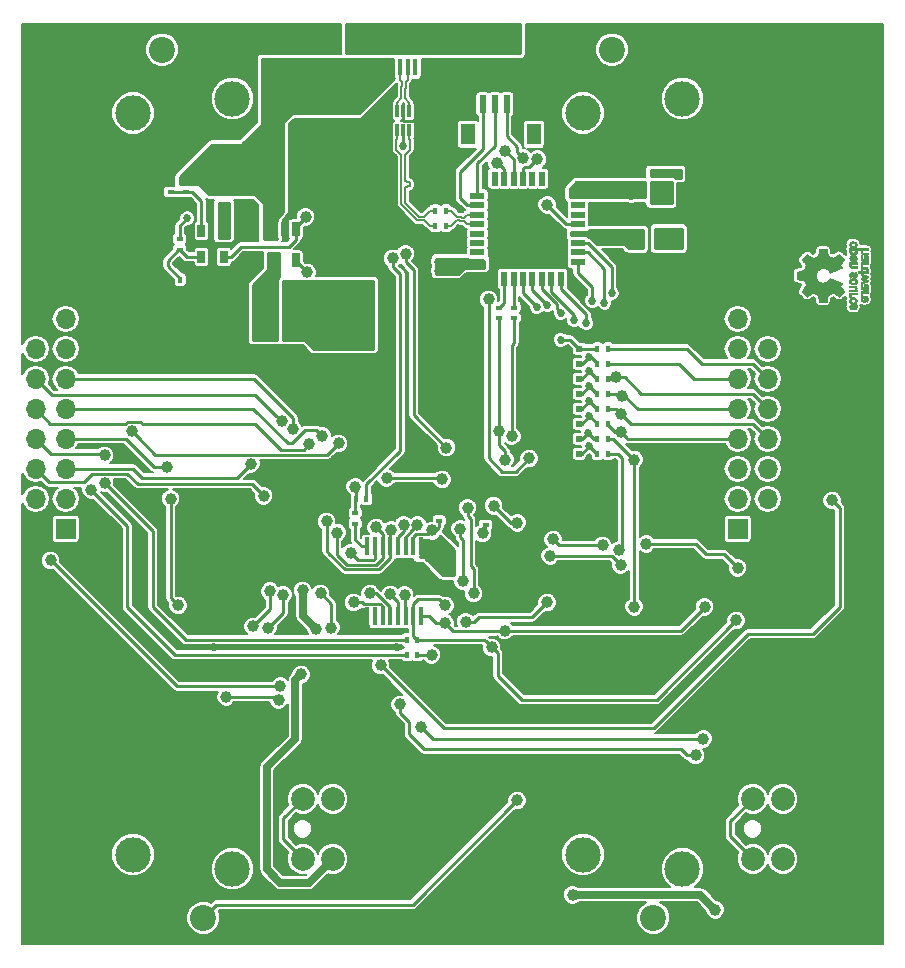
<source format=gbr>
G04 #@! TF.FileFunction,Copper,L2,Bot,Signal*
%FSLAX46Y46*%
G04 Gerber Fmt 4.6, Leading zero omitted, Abs format (unit mm)*
G04 Created by KiCad (PCBNEW 4.0.7) date Fri Jul 13 22:00:20 2018*
%MOMM*%
%LPD*%
G01*
G04 APERTURE LIST*
%ADD10C,0.100000*%
%ADD11C,0.010000*%
%ADD12C,0.685800*%
%ADD13C,4.400000*%
%ADD14C,0.700000*%
%ADD15R,0.500000X0.600000*%
%ADD16R,0.750000X0.800000*%
%ADD17R,0.600000X0.500000*%
%ADD18R,1.000000X1.250000*%
%ADD19R,1.250000X1.000000*%
%ADD20R,0.600000X1.550000*%
%ADD21R,1.200000X1.800000*%
%ADD22R,1.700000X1.700000*%
%ADD23O,1.700000X1.700000*%
%ADD24R,0.400000X1.400000*%
%ADD25R,2.300000X1.900000*%
%ADD26R,1.800000X1.900000*%
%ADD27R,0.700000X1.300000*%
%ADD28R,0.850000X4.300000*%
%ADD29R,0.750000X0.850000*%
%ADD30R,0.400000X0.600000*%
%ADD31R,0.600000X0.400000*%
%ADD32R,1.700000X0.900000*%
%ADD33R,0.300000X0.990000*%
%ADD34R,0.650000X1.220000*%
%ADD35R,0.650000X1.060000*%
%ADD36R,1.200000X0.600000*%
%ADD37R,0.600000X1.200000*%
%ADD38C,2.000000*%
%ADD39R,0.450000X1.500000*%
%ADD40R,3.200000X3.200000*%
%ADD41C,2.200000*%
%ADD42C,3.000000*%
%ADD43C,1.000000*%
%ADD44C,0.254000*%
%ADD45C,0.635000*%
%ADD46C,0.152400*%
G04 APERTURE END LIST*
D10*
D11*
G36*
X187270184Y-83308241D02*
X187283282Y-83334753D01*
X187306106Y-83367447D01*
X187330996Y-83391275D01*
X187362249Y-83407594D01*
X187404166Y-83417760D01*
X187461044Y-83423128D01*
X187537184Y-83425056D01*
X187569917Y-83425169D01*
X187641656Y-83424839D01*
X187692927Y-83423473D01*
X187728404Y-83420500D01*
X187752763Y-83415351D01*
X187770680Y-83407457D01*
X187782902Y-83399243D01*
X187834905Y-83346813D01*
X187866184Y-83285070D01*
X187875592Y-83218464D01*
X187861980Y-83151442D01*
X187852354Y-83130208D01*
X187825859Y-83079376D01*
X188241052Y-83079376D01*
X188221868Y-83116475D01*
X188207025Y-83165357D01*
X188203222Y-83225439D01*
X188210243Y-83285436D01*
X188226013Y-83330744D01*
X188256047Y-83368325D01*
X188299024Y-83400436D01*
X188303436Y-83402850D01*
X188324221Y-83413033D01*
X188345170Y-83420470D01*
X188370548Y-83425589D01*
X188404618Y-83428819D01*
X188451641Y-83430587D01*
X188515882Y-83431323D01*
X188588176Y-83431456D01*
X188818822Y-83431456D01*
X188818822Y-83293139D01*
X188393533Y-83293139D01*
X188360979Y-83254451D01*
X188334940Y-83214262D01*
X188330205Y-83176203D01*
X188342389Y-83137934D01*
X188354320Y-83117538D01*
X188371313Y-83102358D01*
X188396995Y-83091562D01*
X188434991Y-83084317D01*
X188488926Y-83079792D01*
X188562425Y-83077156D01*
X188611347Y-83076228D01*
X188812535Y-83073089D01*
X188816336Y-83007074D01*
X188820136Y-82941060D01*
X187571650Y-82941060D01*
X187571650Y-83079376D01*
X187641254Y-83082903D01*
X187689569Y-83094785D01*
X187719631Y-83116980D01*
X187734471Y-83151441D01*
X187737436Y-83186258D01*
X187734028Y-83225671D01*
X187720617Y-83251829D01*
X187702896Y-83268186D01*
X187683835Y-83281063D01*
X187662601Y-83288728D01*
X187632849Y-83292139D01*
X187588236Y-83292251D01*
X187550880Y-83291103D01*
X187494604Y-83288468D01*
X187457658Y-83284544D01*
X187434223Y-83277937D01*
X187418480Y-83267251D01*
X187409380Y-83257167D01*
X187389537Y-83215030D01*
X187386332Y-83165160D01*
X187393168Y-83136524D01*
X187417464Y-83108172D01*
X187464728Y-83089391D01*
X187534624Y-83080288D01*
X187571650Y-83079376D01*
X187571650Y-82941060D01*
X187259614Y-82941060D01*
X187259614Y-83010218D01*
X187261256Y-83051740D01*
X187267087Y-83073162D01*
X187278461Y-83079374D01*
X187278798Y-83079376D01*
X187289938Y-83082258D01*
X187288673Y-83094970D01*
X187276433Y-83120243D01*
X187257707Y-83179131D01*
X187255739Y-83245385D01*
X187270184Y-83308241D01*
X187270184Y-83308241D01*
G37*
X187270184Y-83308241D02*
X187283282Y-83334753D01*
X187306106Y-83367447D01*
X187330996Y-83391275D01*
X187362249Y-83407594D01*
X187404166Y-83417760D01*
X187461044Y-83423128D01*
X187537184Y-83425056D01*
X187569917Y-83425169D01*
X187641656Y-83424839D01*
X187692927Y-83423473D01*
X187728404Y-83420500D01*
X187752763Y-83415351D01*
X187770680Y-83407457D01*
X187782902Y-83399243D01*
X187834905Y-83346813D01*
X187866184Y-83285070D01*
X187875592Y-83218464D01*
X187861980Y-83151442D01*
X187852354Y-83130208D01*
X187825859Y-83079376D01*
X188241052Y-83079376D01*
X188221868Y-83116475D01*
X188207025Y-83165357D01*
X188203222Y-83225439D01*
X188210243Y-83285436D01*
X188226013Y-83330744D01*
X188256047Y-83368325D01*
X188299024Y-83400436D01*
X188303436Y-83402850D01*
X188324221Y-83413033D01*
X188345170Y-83420470D01*
X188370548Y-83425589D01*
X188404618Y-83428819D01*
X188451641Y-83430587D01*
X188515882Y-83431323D01*
X188588176Y-83431456D01*
X188818822Y-83431456D01*
X188818822Y-83293139D01*
X188393533Y-83293139D01*
X188360979Y-83254451D01*
X188334940Y-83214262D01*
X188330205Y-83176203D01*
X188342389Y-83137934D01*
X188354320Y-83117538D01*
X188371313Y-83102358D01*
X188396995Y-83091562D01*
X188434991Y-83084317D01*
X188488926Y-83079792D01*
X188562425Y-83077156D01*
X188611347Y-83076228D01*
X188812535Y-83073089D01*
X188816336Y-83007074D01*
X188820136Y-82941060D01*
X187571650Y-82941060D01*
X187571650Y-83079376D01*
X187641254Y-83082903D01*
X187689569Y-83094785D01*
X187719631Y-83116980D01*
X187734471Y-83151441D01*
X187737436Y-83186258D01*
X187734028Y-83225671D01*
X187720617Y-83251829D01*
X187702896Y-83268186D01*
X187683835Y-83281063D01*
X187662601Y-83288728D01*
X187632849Y-83292139D01*
X187588236Y-83292251D01*
X187550880Y-83291103D01*
X187494604Y-83288468D01*
X187457658Y-83284544D01*
X187434223Y-83277937D01*
X187418480Y-83267251D01*
X187409380Y-83257167D01*
X187389537Y-83215030D01*
X187386332Y-83165160D01*
X187393168Y-83136524D01*
X187417464Y-83108172D01*
X187464728Y-83089391D01*
X187534624Y-83080288D01*
X187571650Y-83079376D01*
X187571650Y-82941060D01*
X187259614Y-82941060D01*
X187259614Y-83010218D01*
X187261256Y-83051740D01*
X187267087Y-83073162D01*
X187278461Y-83079374D01*
X187278798Y-83079376D01*
X187289938Y-83082258D01*
X187288673Y-83094970D01*
X187276433Y-83120243D01*
X187257707Y-83179131D01*
X187255739Y-83245385D01*
X187270184Y-83308241D01*
G36*
X188207555Y-83832790D02*
X188223339Y-83891945D01*
X188251948Y-83936977D01*
X188289419Y-83968754D01*
X188305411Y-83978634D01*
X188322163Y-83985927D01*
X188343592Y-83991026D01*
X188373616Y-83994321D01*
X188416154Y-83996203D01*
X188475122Y-83997063D01*
X188554440Y-83997293D01*
X188575484Y-83997297D01*
X188818822Y-83997297D01*
X188818822Y-83936941D01*
X188816126Y-83898443D01*
X188809295Y-83869977D01*
X188805083Y-83862845D01*
X188797813Y-83843348D01*
X188805083Y-83823434D01*
X188814160Y-83790647D01*
X188817813Y-83743022D01*
X188816228Y-83690236D01*
X188809589Y-83641964D01*
X188801072Y-83613782D01*
X188766063Y-83559247D01*
X188717479Y-83525165D01*
X188652882Y-83509843D01*
X188651223Y-83509701D01*
X188622566Y-83511045D01*
X188622566Y-83632644D01*
X188655161Y-83643274D01*
X188673505Y-83660590D01*
X188687379Y-83695348D01*
X188692917Y-83741227D01*
X188690191Y-83788012D01*
X188679274Y-83825486D01*
X188672269Y-83835985D01*
X188639904Y-83854332D01*
X188603111Y-83858980D01*
X188554763Y-83858980D01*
X188554763Y-83789418D01*
X188559850Y-83723333D01*
X188574263Y-83673236D01*
X188596729Y-83642071D01*
X188622566Y-83632644D01*
X188622566Y-83511045D01*
X188580647Y-83513013D01*
X188524845Y-83536290D01*
X188482647Y-83580052D01*
X188478808Y-83586101D01*
X188466309Y-83612093D01*
X188458740Y-83644265D01*
X188455061Y-83689240D01*
X188454216Y-83742669D01*
X188454169Y-83858980D01*
X188405411Y-83858980D01*
X188367581Y-83854047D01*
X188342236Y-83841457D01*
X188340887Y-83839983D01*
X188329800Y-83811966D01*
X188325503Y-83769674D01*
X188327615Y-83722936D01*
X188335756Y-83681582D01*
X188347965Y-83657043D01*
X188357746Y-83643747D01*
X188359613Y-83629706D01*
X188351600Y-83610329D01*
X188331739Y-83581024D01*
X188298063Y-83537197D01*
X188294909Y-83533175D01*
X188283236Y-83535236D01*
X188263822Y-83552432D01*
X188242248Y-83578567D01*
X188224096Y-83607448D01*
X188219809Y-83616522D01*
X188211256Y-83649620D01*
X188205155Y-83698120D01*
X188202708Y-83752305D01*
X188202703Y-83754839D01*
X188207555Y-83832790D01*
X188207555Y-83832790D01*
G37*
X188207555Y-83832790D02*
X188223339Y-83891945D01*
X188251948Y-83936977D01*
X188289419Y-83968754D01*
X188305411Y-83978634D01*
X188322163Y-83985927D01*
X188343592Y-83991026D01*
X188373616Y-83994321D01*
X188416154Y-83996203D01*
X188475122Y-83997063D01*
X188554440Y-83997293D01*
X188575484Y-83997297D01*
X188818822Y-83997297D01*
X188818822Y-83936941D01*
X188816126Y-83898443D01*
X188809295Y-83869977D01*
X188805083Y-83862845D01*
X188797813Y-83843348D01*
X188805083Y-83823434D01*
X188814160Y-83790647D01*
X188817813Y-83743022D01*
X188816228Y-83690236D01*
X188809589Y-83641964D01*
X188801072Y-83613782D01*
X188766063Y-83559247D01*
X188717479Y-83525165D01*
X188652882Y-83509843D01*
X188651223Y-83509701D01*
X188622566Y-83511045D01*
X188622566Y-83632644D01*
X188655161Y-83643274D01*
X188673505Y-83660590D01*
X188687379Y-83695348D01*
X188692917Y-83741227D01*
X188690191Y-83788012D01*
X188679274Y-83825486D01*
X188672269Y-83835985D01*
X188639904Y-83854332D01*
X188603111Y-83858980D01*
X188554763Y-83858980D01*
X188554763Y-83789418D01*
X188559850Y-83723333D01*
X188574263Y-83673236D01*
X188596729Y-83642071D01*
X188622566Y-83632644D01*
X188622566Y-83511045D01*
X188580647Y-83513013D01*
X188524845Y-83536290D01*
X188482647Y-83580052D01*
X188478808Y-83586101D01*
X188466309Y-83612093D01*
X188458740Y-83644265D01*
X188455061Y-83689240D01*
X188454216Y-83742669D01*
X188454169Y-83858980D01*
X188405411Y-83858980D01*
X188367581Y-83854047D01*
X188342236Y-83841457D01*
X188340887Y-83839983D01*
X188329800Y-83811966D01*
X188325503Y-83769674D01*
X188327615Y-83722936D01*
X188335756Y-83681582D01*
X188347965Y-83657043D01*
X188357746Y-83643747D01*
X188359613Y-83629706D01*
X188351600Y-83610329D01*
X188331739Y-83581024D01*
X188298063Y-83537197D01*
X188294909Y-83533175D01*
X188283236Y-83535236D01*
X188263822Y-83552432D01*
X188242248Y-83578567D01*
X188224096Y-83607448D01*
X188219809Y-83616522D01*
X188211256Y-83649620D01*
X188205155Y-83698120D01*
X188202708Y-83752305D01*
X188202703Y-83754839D01*
X188207555Y-83832790D01*
G36*
X188204020Y-84223644D02*
X188209660Y-84242461D01*
X188222053Y-84248527D01*
X188227647Y-84248782D01*
X188243230Y-84249871D01*
X188245676Y-84257368D01*
X188234993Y-84277619D01*
X188227694Y-84289649D01*
X188212063Y-84327600D01*
X188204334Y-84372928D01*
X188203740Y-84420456D01*
X188209513Y-84465005D01*
X188220884Y-84501398D01*
X188237088Y-84524457D01*
X188257355Y-84529004D01*
X188262843Y-84526709D01*
X188285626Y-84509980D01*
X188313647Y-84484037D01*
X188318177Y-84479345D01*
X188339005Y-84454617D01*
X188345735Y-84433282D01*
X188341038Y-84403445D01*
X188337917Y-84391492D01*
X188330421Y-84354295D01*
X188333792Y-84328141D01*
X188345681Y-84306054D01*
X188361635Y-84285822D01*
X188381700Y-84270921D01*
X188409702Y-84260566D01*
X188449467Y-84253971D01*
X188504823Y-84250351D01*
X188579594Y-84248922D01*
X188624740Y-84248782D01*
X188818822Y-84248782D01*
X188818822Y-84123040D01*
X188202683Y-84123040D01*
X188202683Y-84185911D01*
X188204020Y-84223644D01*
X188204020Y-84223644D01*
G37*
X188204020Y-84223644D02*
X188209660Y-84242461D01*
X188222053Y-84248527D01*
X188227647Y-84248782D01*
X188243230Y-84249871D01*
X188245676Y-84257368D01*
X188234993Y-84277619D01*
X188227694Y-84289649D01*
X188212063Y-84327600D01*
X188204334Y-84372928D01*
X188203740Y-84420456D01*
X188209513Y-84465005D01*
X188220884Y-84501398D01*
X188237088Y-84524457D01*
X188257355Y-84529004D01*
X188262843Y-84526709D01*
X188285626Y-84509980D01*
X188313647Y-84484037D01*
X188318177Y-84479345D01*
X188339005Y-84454617D01*
X188345735Y-84433282D01*
X188341038Y-84403445D01*
X188337917Y-84391492D01*
X188330421Y-84354295D01*
X188333792Y-84328141D01*
X188345681Y-84306054D01*
X188361635Y-84285822D01*
X188381700Y-84270921D01*
X188409702Y-84260566D01*
X188449467Y-84253971D01*
X188504823Y-84250351D01*
X188579594Y-84248922D01*
X188624740Y-84248782D01*
X188818822Y-84248782D01*
X188818822Y-84123040D01*
X188202683Y-84123040D01*
X188202683Y-84185911D01*
X188204020Y-84223644D01*
G36*
X188818822Y-85015812D02*
X188818822Y-84946654D01*
X188817645Y-84906512D01*
X188812772Y-84885606D01*
X188802186Y-84878078D01*
X188795029Y-84877495D01*
X188780676Y-84876226D01*
X188777923Y-84868221D01*
X188786771Y-84847185D01*
X188795029Y-84830827D01*
X188814597Y-84768023D01*
X188815729Y-84699752D01*
X188801135Y-84644248D01*
X188765877Y-84592562D01*
X188713835Y-84553162D01*
X188652450Y-84531587D01*
X188649018Y-84531038D01*
X188611571Y-84527833D01*
X188557813Y-84526239D01*
X188517155Y-84526367D01*
X188517155Y-84663721D01*
X188571194Y-84666903D01*
X188615735Y-84674141D01*
X188640888Y-84683940D01*
X188675260Y-84721011D01*
X188687582Y-84765026D01*
X188677618Y-84810416D01*
X188647895Y-84849203D01*
X188627905Y-84863892D01*
X188604050Y-84872481D01*
X188569230Y-84876504D01*
X188516930Y-84877495D01*
X188465139Y-84875722D01*
X188419634Y-84871037D01*
X188389181Y-84864397D01*
X188386452Y-84863290D01*
X188354000Y-84836509D01*
X188336183Y-84797421D01*
X188333306Y-84753685D01*
X188345674Y-84712962D01*
X188373593Y-84682913D01*
X188379148Y-84679796D01*
X188413022Y-84670039D01*
X188461728Y-84664723D01*
X188517155Y-84663721D01*
X188517155Y-84526367D01*
X188496540Y-84526432D01*
X188463563Y-84527336D01*
X188381981Y-84533486D01*
X188320730Y-84546267D01*
X188275449Y-84567529D01*
X188241779Y-84599122D01*
X188222014Y-84629793D01*
X188208120Y-84672646D01*
X188203354Y-84725944D01*
X188207236Y-84780520D01*
X188219282Y-84827208D01*
X188233693Y-84851876D01*
X188256878Y-84877495D01*
X187963773Y-84877495D01*
X187963773Y-85015812D01*
X188818822Y-85015812D01*
X188818822Y-85015812D01*
G37*
X188818822Y-85015812D02*
X188818822Y-84946654D01*
X188817645Y-84906512D01*
X188812772Y-84885606D01*
X188802186Y-84878078D01*
X188795029Y-84877495D01*
X188780676Y-84876226D01*
X188777923Y-84868221D01*
X188786771Y-84847185D01*
X188795029Y-84830827D01*
X188814597Y-84768023D01*
X188815729Y-84699752D01*
X188801135Y-84644248D01*
X188765877Y-84592562D01*
X188713835Y-84553162D01*
X188652450Y-84531587D01*
X188649018Y-84531038D01*
X188611571Y-84527833D01*
X188557813Y-84526239D01*
X188517155Y-84526367D01*
X188517155Y-84663721D01*
X188571194Y-84666903D01*
X188615735Y-84674141D01*
X188640888Y-84683940D01*
X188675260Y-84721011D01*
X188687582Y-84765026D01*
X188677618Y-84810416D01*
X188647895Y-84849203D01*
X188627905Y-84863892D01*
X188604050Y-84872481D01*
X188569230Y-84876504D01*
X188516930Y-84877495D01*
X188465139Y-84875722D01*
X188419634Y-84871037D01*
X188389181Y-84864397D01*
X188386452Y-84863290D01*
X188354000Y-84836509D01*
X188336183Y-84797421D01*
X188333306Y-84753685D01*
X188345674Y-84712962D01*
X188373593Y-84682913D01*
X188379148Y-84679796D01*
X188413022Y-84670039D01*
X188461728Y-84664723D01*
X188517155Y-84663721D01*
X188517155Y-84526367D01*
X188496540Y-84526432D01*
X188463563Y-84527336D01*
X188381981Y-84533486D01*
X188320730Y-84546267D01*
X188275449Y-84567529D01*
X188241779Y-84599122D01*
X188222014Y-84629793D01*
X188208120Y-84672646D01*
X188203354Y-84725944D01*
X188207236Y-84780520D01*
X188219282Y-84827208D01*
X188233693Y-84851876D01*
X188256878Y-84877495D01*
X187963773Y-84877495D01*
X187963773Y-85015812D01*
X188818822Y-85015812D01*
G36*
X188205237Y-85498524D02*
X188208971Y-85548255D01*
X188598773Y-85678291D01*
X188529614Y-85698678D01*
X188486874Y-85710946D01*
X188429115Y-85727085D01*
X188365625Y-85744512D01*
X188331570Y-85753726D01*
X188202683Y-85788388D01*
X188202683Y-85931391D01*
X188337857Y-85888646D01*
X188404342Y-85867596D01*
X188484539Y-85842167D01*
X188568193Y-85815610D01*
X188642782Y-85791902D01*
X188812535Y-85737902D01*
X188816328Y-85679598D01*
X188820122Y-85621295D01*
X188715734Y-85589679D01*
X188650889Y-85570182D01*
X188579400Y-85548904D01*
X188516263Y-85530308D01*
X188513750Y-85529574D01*
X188470969Y-85515684D01*
X188441779Y-85503429D01*
X188430741Y-85494846D01*
X188432018Y-85493082D01*
X188449130Y-85486891D01*
X188485787Y-85475128D01*
X188537378Y-85459225D01*
X188599294Y-85440614D01*
X188633352Y-85430543D01*
X188818822Y-85376007D01*
X188818822Y-85260264D01*
X188526471Y-85167737D01*
X188444462Y-85141744D01*
X188369987Y-85118066D01*
X188306544Y-85097820D01*
X188257632Y-85082126D01*
X188226749Y-85072102D01*
X188217726Y-85069055D01*
X188208487Y-85071467D01*
X188204441Y-85090408D01*
X188204846Y-85129823D01*
X188205152Y-85135993D01*
X188208971Y-85209086D01*
X188385010Y-85256957D01*
X188449211Y-85274553D01*
X188505649Y-85290277D01*
X188549422Y-85302746D01*
X188575630Y-85310574D01*
X188579903Y-85312020D01*
X188574990Y-85318014D01*
X188549532Y-85330101D01*
X188506997Y-85346893D01*
X188450850Y-85367003D01*
X188400130Y-85384003D01*
X188201504Y-85448794D01*
X188205237Y-85498524D01*
X188205237Y-85498524D01*
G37*
X188205237Y-85498524D02*
X188208971Y-85548255D01*
X188598773Y-85678291D01*
X188529614Y-85698678D01*
X188486874Y-85710946D01*
X188429115Y-85727085D01*
X188365625Y-85744512D01*
X188331570Y-85753726D01*
X188202683Y-85788388D01*
X188202683Y-85931391D01*
X188337857Y-85888646D01*
X188404342Y-85867596D01*
X188484539Y-85842167D01*
X188568193Y-85815610D01*
X188642782Y-85791902D01*
X188812535Y-85737902D01*
X188816328Y-85679598D01*
X188820122Y-85621295D01*
X188715734Y-85589679D01*
X188650889Y-85570182D01*
X188579400Y-85548904D01*
X188516263Y-85530308D01*
X188513750Y-85529574D01*
X188470969Y-85515684D01*
X188441779Y-85503429D01*
X188430741Y-85494846D01*
X188432018Y-85493082D01*
X188449130Y-85486891D01*
X188485787Y-85475128D01*
X188537378Y-85459225D01*
X188599294Y-85440614D01*
X188633352Y-85430543D01*
X188818822Y-85376007D01*
X188818822Y-85260264D01*
X188526471Y-85167737D01*
X188444462Y-85141744D01*
X188369987Y-85118066D01*
X188306544Y-85097820D01*
X188257632Y-85082126D01*
X188226749Y-85072102D01*
X188217726Y-85069055D01*
X188208487Y-85071467D01*
X188204441Y-85090408D01*
X188204846Y-85129823D01*
X188205152Y-85135993D01*
X188208971Y-85209086D01*
X188385010Y-85256957D01*
X188449211Y-85274553D01*
X188505649Y-85290277D01*
X188549422Y-85302746D01*
X188575630Y-85310574D01*
X188579903Y-85312020D01*
X188574990Y-85318014D01*
X188549532Y-85330101D01*
X188506997Y-85346893D01*
X188450850Y-85367003D01*
X188400130Y-85384003D01*
X188201504Y-85448794D01*
X188205237Y-85498524D01*
G36*
X188206417Y-86255411D02*
X188219290Y-86308411D01*
X188226110Y-86323731D01*
X188243974Y-86353428D01*
X188264093Y-86376220D01*
X188289962Y-86393083D01*
X188325073Y-86404998D01*
X188372920Y-86412942D01*
X188436996Y-86417894D01*
X188520794Y-86420831D01*
X188576768Y-86421947D01*
X188818822Y-86426052D01*
X188818822Y-86355932D01*
X188817038Y-86313393D01*
X188810942Y-86291476D01*
X188800706Y-86285812D01*
X188789637Y-86282821D01*
X188791754Y-86269451D01*
X188800629Y-86251233D01*
X188814233Y-86205624D01*
X188817899Y-86147007D01*
X188811903Y-86085354D01*
X188796521Y-86030638D01*
X188794386Y-86025730D01*
X188759255Y-85975723D01*
X188710419Y-85942756D01*
X188653333Y-85927587D01*
X188632824Y-85928746D01*
X188632824Y-86052508D01*
X188660425Y-86063413D01*
X188680204Y-86095745D01*
X188690819Y-86147910D01*
X188692228Y-86175787D01*
X188688620Y-86222247D01*
X188674597Y-86253129D01*
X188667931Y-86260664D01*
X188631666Y-86281076D01*
X188598773Y-86285812D01*
X188554763Y-86285812D01*
X188554763Y-86224513D01*
X188558395Y-86153256D01*
X188569818Y-86103276D01*
X188589824Y-86071696D01*
X188598743Y-86064626D01*
X188632824Y-86052508D01*
X188632824Y-85928746D01*
X188593456Y-85930971D01*
X188536244Y-85953663D01*
X188497580Y-85984624D01*
X188480864Y-86003376D01*
X188469878Y-86021733D01*
X188463180Y-86045619D01*
X188459326Y-86080957D01*
X188456873Y-86133669D01*
X188456168Y-86154577D01*
X188451879Y-86285812D01*
X188412158Y-86285620D01*
X188370405Y-86280537D01*
X188345158Y-86262162D01*
X188329030Y-86225039D01*
X188328742Y-86224043D01*
X188322400Y-86171410D01*
X188330684Y-86119906D01*
X188350827Y-86081630D01*
X188360773Y-86066272D01*
X188359397Y-86049730D01*
X188344987Y-86024275D01*
X188334817Y-86009328D01*
X188313088Y-85980091D01*
X188296800Y-85961980D01*
X188292137Y-85959074D01*
X188268005Y-85971040D01*
X188239185Y-86006396D01*
X188229461Y-86021753D01*
X188212714Y-86065901D01*
X188203227Y-86125398D01*
X188201095Y-86191487D01*
X188206417Y-86255411D01*
X188206417Y-86255411D01*
G37*
X188206417Y-86255411D02*
X188219290Y-86308411D01*
X188226110Y-86323731D01*
X188243974Y-86353428D01*
X188264093Y-86376220D01*
X188289962Y-86393083D01*
X188325073Y-86404998D01*
X188372920Y-86412942D01*
X188436996Y-86417894D01*
X188520794Y-86420831D01*
X188576768Y-86421947D01*
X188818822Y-86426052D01*
X188818822Y-86355932D01*
X188817038Y-86313393D01*
X188810942Y-86291476D01*
X188800706Y-86285812D01*
X188789637Y-86282821D01*
X188791754Y-86269451D01*
X188800629Y-86251233D01*
X188814233Y-86205624D01*
X188817899Y-86147007D01*
X188811903Y-86085354D01*
X188796521Y-86030638D01*
X188794386Y-86025730D01*
X188759255Y-85975723D01*
X188710419Y-85942756D01*
X188653333Y-85927587D01*
X188632824Y-85928746D01*
X188632824Y-86052508D01*
X188660425Y-86063413D01*
X188680204Y-86095745D01*
X188690819Y-86147910D01*
X188692228Y-86175787D01*
X188688620Y-86222247D01*
X188674597Y-86253129D01*
X188667931Y-86260664D01*
X188631666Y-86281076D01*
X188598773Y-86285812D01*
X188554763Y-86285812D01*
X188554763Y-86224513D01*
X188558395Y-86153256D01*
X188569818Y-86103276D01*
X188589824Y-86071696D01*
X188598743Y-86064626D01*
X188632824Y-86052508D01*
X188632824Y-85928746D01*
X188593456Y-85930971D01*
X188536244Y-85953663D01*
X188497580Y-85984624D01*
X188480864Y-86003376D01*
X188469878Y-86021733D01*
X188463180Y-86045619D01*
X188459326Y-86080957D01*
X188456873Y-86133669D01*
X188456168Y-86154577D01*
X188451879Y-86285812D01*
X188412158Y-86285620D01*
X188370405Y-86280537D01*
X188345158Y-86262162D01*
X188329030Y-86225039D01*
X188328742Y-86224043D01*
X188322400Y-86171410D01*
X188330684Y-86119906D01*
X188350827Y-86081630D01*
X188360773Y-86066272D01*
X188359397Y-86049730D01*
X188344987Y-86024275D01*
X188334817Y-86009328D01*
X188313088Y-85980091D01*
X188296800Y-85961980D01*
X188292137Y-85959074D01*
X188268005Y-85971040D01*
X188239185Y-86006396D01*
X188229461Y-86021753D01*
X188212714Y-86065901D01*
X188203227Y-86125398D01*
X188201095Y-86191487D01*
X188206417Y-86255411D01*
G36*
X188202486Y-86852255D02*
X188212015Y-86900595D01*
X188226125Y-86928114D01*
X188249568Y-86957064D01*
X188301571Y-86915876D01*
X188333064Y-86890482D01*
X188348428Y-86873238D01*
X188350776Y-86856102D01*
X188343217Y-86831027D01*
X188338941Y-86819257D01*
X188332631Y-86771270D01*
X188346156Y-86727324D01*
X188376710Y-86695060D01*
X188386452Y-86689819D01*
X188412258Y-86684112D01*
X188459817Y-86679706D01*
X188525758Y-86676811D01*
X188606710Y-86675631D01*
X188618226Y-86675614D01*
X188818822Y-86675614D01*
X188818822Y-86537297D01*
X188202683Y-86537297D01*
X188202683Y-86606456D01*
X188203725Y-86646333D01*
X188208358Y-86667107D01*
X188218849Y-86674789D01*
X188228745Y-86675614D01*
X188254806Y-86675614D01*
X188228745Y-86708745D01*
X188210965Y-86746735D01*
X188202174Y-86797770D01*
X188202486Y-86852255D01*
X188202486Y-86852255D01*
G37*
X188202486Y-86852255D02*
X188212015Y-86900595D01*
X188226125Y-86928114D01*
X188249568Y-86957064D01*
X188301571Y-86915876D01*
X188333064Y-86890482D01*
X188348428Y-86873238D01*
X188350776Y-86856102D01*
X188343217Y-86831027D01*
X188338941Y-86819257D01*
X188332631Y-86771270D01*
X188346156Y-86727324D01*
X188376710Y-86695060D01*
X188386452Y-86689819D01*
X188412258Y-86684112D01*
X188459817Y-86679706D01*
X188525758Y-86676811D01*
X188606710Y-86675631D01*
X188618226Y-86675614D01*
X188818822Y-86675614D01*
X188818822Y-86537297D01*
X188202683Y-86537297D01*
X188202683Y-86606456D01*
X188203725Y-86646333D01*
X188208358Y-86667107D01*
X188218849Y-86674789D01*
X188228745Y-86675614D01*
X188254806Y-86675614D01*
X188228745Y-86708745D01*
X188210965Y-86746735D01*
X188202174Y-86797770D01*
X188202486Y-86852255D01*
G36*
X188205970Y-87249581D02*
X188221597Y-87309685D01*
X188253848Y-87360021D01*
X188277940Y-87384393D01*
X188334895Y-87424345D01*
X188400965Y-87447242D01*
X188482182Y-87455108D01*
X188488748Y-87455148D01*
X188554763Y-87455218D01*
X188554763Y-87075264D01*
X188589342Y-87083363D01*
X188620659Y-87097987D01*
X188653291Y-87123581D01*
X188658500Y-87128935D01*
X188686694Y-87174943D01*
X188691475Y-87227410D01*
X188672926Y-87287803D01*
X188667931Y-87298040D01*
X188652745Y-87329439D01*
X188644094Y-87350470D01*
X188643293Y-87354139D01*
X188651063Y-87366948D01*
X188670072Y-87391378D01*
X188680460Y-87403779D01*
X188704321Y-87429476D01*
X188720077Y-87437915D01*
X188734571Y-87432058D01*
X188738534Y-87428928D01*
X188755879Y-87407725D01*
X188776959Y-87372738D01*
X188789265Y-87348337D01*
X188810946Y-87279072D01*
X188817971Y-87202388D01*
X188809647Y-87129765D01*
X188803686Y-87109426D01*
X188769952Y-87046476D01*
X188718045Y-86999815D01*
X188647459Y-86969173D01*
X188557692Y-86954282D01*
X188510753Y-86952647D01*
X188442413Y-86957421D01*
X188442413Y-87077990D01*
X188447465Y-87089652D01*
X188451429Y-87120998D01*
X188453768Y-87166571D01*
X188454169Y-87197446D01*
X188453783Y-87252981D01*
X188451975Y-87288033D01*
X188447773Y-87307262D01*
X188440203Y-87315330D01*
X188429218Y-87316901D01*
X188395381Y-87306121D01*
X188361940Y-87278980D01*
X188336272Y-87243277D01*
X188325772Y-87207560D01*
X188335086Y-87159048D01*
X188362013Y-87117053D01*
X188400827Y-87087936D01*
X188442413Y-87077990D01*
X188442413Y-86957421D01*
X188411236Y-86959599D01*
X188331949Y-86981055D01*
X188272263Y-87017470D01*
X188231549Y-87069297D01*
X188209179Y-87136990D01*
X188204871Y-87173662D01*
X188205970Y-87249581D01*
X188205970Y-87249581D01*
G37*
X188205970Y-87249581D02*
X188221597Y-87309685D01*
X188253848Y-87360021D01*
X188277940Y-87384393D01*
X188334895Y-87424345D01*
X188400965Y-87447242D01*
X188482182Y-87455108D01*
X188488748Y-87455148D01*
X188554763Y-87455218D01*
X188554763Y-87075264D01*
X188589342Y-87083363D01*
X188620659Y-87097987D01*
X188653291Y-87123581D01*
X188658500Y-87128935D01*
X188686694Y-87174943D01*
X188691475Y-87227410D01*
X188672926Y-87287803D01*
X188667931Y-87298040D01*
X188652745Y-87329439D01*
X188644094Y-87350470D01*
X188643293Y-87354139D01*
X188651063Y-87366948D01*
X188670072Y-87391378D01*
X188680460Y-87403779D01*
X188704321Y-87429476D01*
X188720077Y-87437915D01*
X188734571Y-87432058D01*
X188738534Y-87428928D01*
X188755879Y-87407725D01*
X188776959Y-87372738D01*
X188789265Y-87348337D01*
X188810946Y-87279072D01*
X188817971Y-87202388D01*
X188809647Y-87129765D01*
X188803686Y-87109426D01*
X188769952Y-87046476D01*
X188718045Y-86999815D01*
X188647459Y-86969173D01*
X188557692Y-86954282D01*
X188510753Y-86952647D01*
X188442413Y-86957421D01*
X188442413Y-87077990D01*
X188447465Y-87089652D01*
X188451429Y-87120998D01*
X188453768Y-87166571D01*
X188454169Y-87197446D01*
X188453783Y-87252981D01*
X188451975Y-87288033D01*
X188447773Y-87307262D01*
X188440203Y-87315330D01*
X188429218Y-87316901D01*
X188395381Y-87306121D01*
X188361940Y-87278980D01*
X188336272Y-87243277D01*
X188325772Y-87207560D01*
X188335086Y-87159048D01*
X188362013Y-87117053D01*
X188400827Y-87087936D01*
X188442413Y-87077990D01*
X188442413Y-86957421D01*
X188411236Y-86959599D01*
X188331949Y-86981055D01*
X188272263Y-87017470D01*
X188231549Y-87069297D01*
X188209179Y-87136990D01*
X188204871Y-87173662D01*
X188205970Y-87249581D01*
G36*
X187266148Y-82678739D02*
X187295231Y-82744521D01*
X187343793Y-82794460D01*
X187411908Y-82828626D01*
X187499651Y-82847093D01*
X187513351Y-82848417D01*
X187609939Y-82849454D01*
X187694602Y-82836007D01*
X187763221Y-82808892D01*
X187785294Y-82794373D01*
X187832011Y-82743799D01*
X187862268Y-82679391D01*
X187874824Y-82607334D01*
X187868439Y-82533815D01*
X187848772Y-82477928D01*
X187815629Y-82429868D01*
X187772175Y-82390588D01*
X187771158Y-82389908D01*
X187744338Y-82373956D01*
X187717368Y-82363590D01*
X187683332Y-82357312D01*
X187635310Y-82353627D01*
X187595931Y-82352003D01*
X187560219Y-82351328D01*
X187560219Y-82477045D01*
X187595770Y-82478274D01*
X187643094Y-82482734D01*
X187673465Y-82490603D01*
X187695072Y-82504793D01*
X187707694Y-82518083D01*
X187734122Y-82565198D01*
X187737653Y-82614495D01*
X187718639Y-82660407D01*
X187697331Y-82683362D01*
X187675859Y-82699904D01*
X187655313Y-82709579D01*
X187628574Y-82713826D01*
X187588523Y-82714080D01*
X187551638Y-82712772D01*
X187498947Y-82709957D01*
X187464772Y-82705495D01*
X187442480Y-82697452D01*
X187425442Y-82683897D01*
X187415703Y-82673155D01*
X187390123Y-82628223D01*
X187388847Y-82579751D01*
X187403999Y-82539106D01*
X187435642Y-82504433D01*
X187487620Y-82483776D01*
X187560219Y-82477045D01*
X187560219Y-82351328D01*
X187517621Y-82350521D01*
X187459056Y-82353052D01*
X187415007Y-82360638D01*
X187380248Y-82374319D01*
X187349551Y-82395135D01*
X187340436Y-82402853D01*
X187295021Y-82451111D01*
X187268493Y-82502872D01*
X187257379Y-82566172D01*
X187256471Y-82597039D01*
X187266148Y-82678739D01*
X187266148Y-82678739D01*
G37*
X187266148Y-82678739D02*
X187295231Y-82744521D01*
X187343793Y-82794460D01*
X187411908Y-82828626D01*
X187499651Y-82847093D01*
X187513351Y-82848417D01*
X187609939Y-82849454D01*
X187694602Y-82836007D01*
X187763221Y-82808892D01*
X187785294Y-82794373D01*
X187832011Y-82743799D01*
X187862268Y-82679391D01*
X187874824Y-82607334D01*
X187868439Y-82533815D01*
X187848772Y-82477928D01*
X187815629Y-82429868D01*
X187772175Y-82390588D01*
X187771158Y-82389908D01*
X187744338Y-82373956D01*
X187717368Y-82363590D01*
X187683332Y-82357312D01*
X187635310Y-82353627D01*
X187595931Y-82352003D01*
X187560219Y-82351328D01*
X187560219Y-82477045D01*
X187595770Y-82478274D01*
X187643094Y-82482734D01*
X187673465Y-82490603D01*
X187695072Y-82504793D01*
X187707694Y-82518083D01*
X187734122Y-82565198D01*
X187737653Y-82614495D01*
X187718639Y-82660407D01*
X187697331Y-82683362D01*
X187675859Y-82699904D01*
X187655313Y-82709579D01*
X187628574Y-82713826D01*
X187588523Y-82714080D01*
X187551638Y-82712772D01*
X187498947Y-82709957D01*
X187464772Y-82705495D01*
X187442480Y-82697452D01*
X187425442Y-82683897D01*
X187415703Y-82673155D01*
X187390123Y-82628223D01*
X187388847Y-82579751D01*
X187403999Y-82539106D01*
X187435642Y-82504433D01*
X187487620Y-82483776D01*
X187560219Y-82477045D01*
X187560219Y-82351328D01*
X187517621Y-82350521D01*
X187459056Y-82353052D01*
X187415007Y-82360638D01*
X187380248Y-82374319D01*
X187349551Y-82395135D01*
X187340436Y-82402853D01*
X187295021Y-82451111D01*
X187268493Y-82502872D01*
X187257379Y-82566172D01*
X187256471Y-82597039D01*
X187266148Y-82678739D01*
G36*
X187273614Y-83860301D02*
X187279514Y-83872832D01*
X187311283Y-83916201D01*
X187357646Y-83957210D01*
X187408696Y-83987832D01*
X187432166Y-83996541D01*
X187474091Y-84004488D01*
X187524757Y-84009226D01*
X187545679Y-84009801D01*
X187611693Y-84009871D01*
X187611693Y-83629917D01*
X187646273Y-83638017D01*
X187687170Y-83657896D01*
X187722514Y-83692653D01*
X187745282Y-83734002D01*
X187750010Y-83760351D01*
X187744273Y-83796084D01*
X187729882Y-83838718D01*
X187723262Y-83853201D01*
X187696513Y-83906760D01*
X187731376Y-83952467D01*
X187754955Y-83978842D01*
X187774417Y-83992876D01*
X187780129Y-83993586D01*
X187793973Y-83981049D01*
X187815012Y-83953572D01*
X187831425Y-83928634D01*
X187860930Y-83861336D01*
X187874284Y-83785890D01*
X187870812Y-83711112D01*
X187852663Y-83651505D01*
X187813784Y-83590059D01*
X187762595Y-83546392D01*
X187696367Y-83519074D01*
X187612371Y-83506678D01*
X187573936Y-83505579D01*
X187485861Y-83509978D01*
X187483299Y-83510518D01*
X187483299Y-83636418D01*
X187491558Y-83639885D01*
X187496113Y-83654137D01*
X187498065Y-83683530D01*
X187498517Y-83732425D01*
X187498525Y-83751252D01*
X187497843Y-83808533D01*
X187495364Y-83844859D01*
X187490443Y-83864396D01*
X187482434Y-83871310D01*
X187479862Y-83871555D01*
X187459423Y-83863664D01*
X187430789Y-83843915D01*
X187420763Y-83835425D01*
X187392408Y-83803906D01*
X187381259Y-83771051D01*
X187380327Y-83753349D01*
X187391981Y-83705461D01*
X187423285Y-83665301D01*
X187468752Y-83639827D01*
X187470233Y-83639375D01*
X187483299Y-83636418D01*
X187483299Y-83510518D01*
X187416510Y-83524608D01*
X187361025Y-83550962D01*
X187321639Y-83583193D01*
X187278931Y-83642783D01*
X187256109Y-83712832D01*
X187254046Y-83787339D01*
X187273614Y-83860301D01*
X187273614Y-83860301D01*
G37*
X187273614Y-83860301D02*
X187279514Y-83872832D01*
X187311283Y-83916201D01*
X187357646Y-83957210D01*
X187408696Y-83987832D01*
X187432166Y-83996541D01*
X187474091Y-84004488D01*
X187524757Y-84009226D01*
X187545679Y-84009801D01*
X187611693Y-84009871D01*
X187611693Y-83629917D01*
X187646273Y-83638017D01*
X187687170Y-83657896D01*
X187722514Y-83692653D01*
X187745282Y-83734002D01*
X187750010Y-83760351D01*
X187744273Y-83796084D01*
X187729882Y-83838718D01*
X187723262Y-83853201D01*
X187696513Y-83906760D01*
X187731376Y-83952467D01*
X187754955Y-83978842D01*
X187774417Y-83992876D01*
X187780129Y-83993586D01*
X187793973Y-83981049D01*
X187815012Y-83953572D01*
X187831425Y-83928634D01*
X187860930Y-83861336D01*
X187874284Y-83785890D01*
X187870812Y-83711112D01*
X187852663Y-83651505D01*
X187813784Y-83590059D01*
X187762595Y-83546392D01*
X187696367Y-83519074D01*
X187612371Y-83506678D01*
X187573936Y-83505579D01*
X187485861Y-83509978D01*
X187483299Y-83510518D01*
X187483299Y-83636418D01*
X187491558Y-83639885D01*
X187496113Y-83654137D01*
X187498065Y-83683530D01*
X187498517Y-83732425D01*
X187498525Y-83751252D01*
X187497843Y-83808533D01*
X187495364Y-83844859D01*
X187490443Y-83864396D01*
X187482434Y-83871310D01*
X187479862Y-83871555D01*
X187459423Y-83863664D01*
X187430789Y-83843915D01*
X187420763Y-83835425D01*
X187392408Y-83803906D01*
X187381259Y-83771051D01*
X187380327Y-83753349D01*
X187391981Y-83705461D01*
X187423285Y-83665301D01*
X187468752Y-83639827D01*
X187470233Y-83639375D01*
X187483299Y-83636418D01*
X187483299Y-83510518D01*
X187416510Y-83524608D01*
X187361025Y-83550962D01*
X187321639Y-83583193D01*
X187278931Y-83642783D01*
X187256109Y-83712832D01*
X187254046Y-83787339D01*
X187273614Y-83860301D01*
G36*
X187257452Y-85231017D02*
X187266482Y-85278634D01*
X187285370Y-85328034D01*
X187287777Y-85333312D01*
X187307476Y-85370774D01*
X187325781Y-85396717D01*
X187337508Y-85405103D01*
X187356632Y-85397117D01*
X187384850Y-85377720D01*
X187395384Y-85369110D01*
X187436847Y-85333628D01*
X187409858Y-85287885D01*
X187391878Y-85244350D01*
X187382267Y-85194050D01*
X187381660Y-85145812D01*
X187390691Y-85108467D01*
X187396327Y-85099505D01*
X187422171Y-85082437D01*
X187451941Y-85080363D01*
X187475197Y-85093134D01*
X187479708Y-85100688D01*
X187485309Y-85123325D01*
X187491892Y-85163115D01*
X187498183Y-85212166D01*
X187499170Y-85221215D01*
X187512798Y-85299996D01*
X187535946Y-85357136D01*
X187570752Y-85395030D01*
X187619354Y-85416079D01*
X187678718Y-85422635D01*
X187746198Y-85413577D01*
X187799188Y-85384164D01*
X187837783Y-85334278D01*
X187862081Y-85263800D01*
X187871667Y-85185565D01*
X187871552Y-85121766D01*
X187862845Y-85070016D01*
X187850825Y-85034673D01*
X187829880Y-84990017D01*
X187805574Y-84948747D01*
X187794876Y-84934079D01*
X187764084Y-84896357D01*
X187718049Y-84941852D01*
X187672013Y-84987347D01*
X187706243Y-85039072D01*
X187731952Y-85090952D01*
X187745399Y-85146351D01*
X187746818Y-85199605D01*
X187736443Y-85245049D01*
X187714507Y-85277016D01*
X187695998Y-85287338D01*
X187666314Y-85285789D01*
X187643615Y-85260140D01*
X187627940Y-85210460D01*
X187620695Y-85156031D01*
X187606873Y-85072264D01*
X187580796Y-85010033D01*
X187541699Y-84968507D01*
X187488820Y-84946853D01*
X187426126Y-84943853D01*
X187360642Y-84958671D01*
X187311144Y-84992454D01*
X187277408Y-85045505D01*
X187259207Y-85118126D01*
X187255639Y-85171928D01*
X187257452Y-85231017D01*
X187257452Y-85231017D01*
G37*
X187257452Y-85231017D02*
X187266482Y-85278634D01*
X187285370Y-85328034D01*
X187287777Y-85333312D01*
X187307476Y-85370774D01*
X187325781Y-85396717D01*
X187337508Y-85405103D01*
X187356632Y-85397117D01*
X187384850Y-85377720D01*
X187395384Y-85369110D01*
X187436847Y-85333628D01*
X187409858Y-85287885D01*
X187391878Y-85244350D01*
X187382267Y-85194050D01*
X187381660Y-85145812D01*
X187390691Y-85108467D01*
X187396327Y-85099505D01*
X187422171Y-85082437D01*
X187451941Y-85080363D01*
X187475197Y-85093134D01*
X187479708Y-85100688D01*
X187485309Y-85123325D01*
X187491892Y-85163115D01*
X187498183Y-85212166D01*
X187499170Y-85221215D01*
X187512798Y-85299996D01*
X187535946Y-85357136D01*
X187570752Y-85395030D01*
X187619354Y-85416079D01*
X187678718Y-85422635D01*
X187746198Y-85413577D01*
X187799188Y-85384164D01*
X187837783Y-85334278D01*
X187862081Y-85263800D01*
X187871667Y-85185565D01*
X187871552Y-85121766D01*
X187862845Y-85070016D01*
X187850825Y-85034673D01*
X187829880Y-84990017D01*
X187805574Y-84948747D01*
X187794876Y-84934079D01*
X187764084Y-84896357D01*
X187718049Y-84941852D01*
X187672013Y-84987347D01*
X187706243Y-85039072D01*
X187731952Y-85090952D01*
X187745399Y-85146351D01*
X187746818Y-85199605D01*
X187736443Y-85245049D01*
X187714507Y-85277016D01*
X187695998Y-85287338D01*
X187666314Y-85285789D01*
X187643615Y-85260140D01*
X187627940Y-85210460D01*
X187620695Y-85156031D01*
X187606873Y-85072264D01*
X187580796Y-85010033D01*
X187541699Y-84968507D01*
X187488820Y-84946853D01*
X187426126Y-84943853D01*
X187360642Y-84958671D01*
X187311144Y-84992454D01*
X187277408Y-85045505D01*
X187259207Y-85118126D01*
X187255639Y-85171928D01*
X187257452Y-85231017D01*
G36*
X187267055Y-85827762D02*
X187301692Y-85891363D01*
X187356372Y-85941123D01*
X187400842Y-85964568D01*
X187440121Y-85974634D01*
X187496116Y-85981156D01*
X187560621Y-85983951D01*
X187625429Y-85982836D01*
X187682334Y-85977626D01*
X187712727Y-85971541D01*
X187754306Y-85951014D01*
X187798468Y-85915463D01*
X187837087Y-85872619D01*
X187862034Y-85830211D01*
X187862430Y-85829177D01*
X187873331Y-85776553D01*
X187873601Y-85714188D01*
X187863676Y-85654924D01*
X187855722Y-85632040D01*
X187822300Y-85573102D01*
X187778511Y-85530890D01*
X187720538Y-85503156D01*
X187644565Y-85487651D01*
X187604771Y-85484143D01*
X187554766Y-85484590D01*
X187554766Y-85619376D01*
X187627732Y-85623917D01*
X187683334Y-85636986D01*
X187718861Y-85657756D01*
X187729020Y-85672552D01*
X187736104Y-85710464D01*
X187734007Y-85755527D01*
X187723812Y-85794487D01*
X187718204Y-85804704D01*
X187685538Y-85831659D01*
X187635545Y-85849451D01*
X187574705Y-85857024D01*
X187509497Y-85853325D01*
X187470253Y-85845057D01*
X187424805Y-85821320D01*
X187396396Y-85783849D01*
X187386573Y-85738720D01*
X187396887Y-85692011D01*
X187422112Y-85656132D01*
X187442925Y-85637277D01*
X187463439Y-85626272D01*
X187491203Y-85621026D01*
X187533762Y-85619449D01*
X187554766Y-85619376D01*
X187554766Y-85484590D01*
X187498580Y-85485094D01*
X187411501Y-85502388D01*
X187343530Y-85536029D01*
X187294664Y-85586018D01*
X187264899Y-85652356D01*
X187261448Y-85666601D01*
X187253345Y-85752210D01*
X187267055Y-85827762D01*
X187267055Y-85827762D01*
G37*
X187267055Y-85827762D02*
X187301692Y-85891363D01*
X187356372Y-85941123D01*
X187400842Y-85964568D01*
X187440121Y-85974634D01*
X187496116Y-85981156D01*
X187560621Y-85983951D01*
X187625429Y-85982836D01*
X187682334Y-85977626D01*
X187712727Y-85971541D01*
X187754306Y-85951014D01*
X187798468Y-85915463D01*
X187837087Y-85872619D01*
X187862034Y-85830211D01*
X187862430Y-85829177D01*
X187873331Y-85776553D01*
X187873601Y-85714188D01*
X187863676Y-85654924D01*
X187855722Y-85632040D01*
X187822300Y-85573102D01*
X187778511Y-85530890D01*
X187720538Y-85503156D01*
X187644565Y-85487651D01*
X187604771Y-85484143D01*
X187554766Y-85484590D01*
X187554766Y-85619376D01*
X187627732Y-85623917D01*
X187683334Y-85636986D01*
X187718861Y-85657756D01*
X187729020Y-85672552D01*
X187736104Y-85710464D01*
X187734007Y-85755527D01*
X187723812Y-85794487D01*
X187718204Y-85804704D01*
X187685538Y-85831659D01*
X187635545Y-85849451D01*
X187574705Y-85857024D01*
X187509497Y-85853325D01*
X187470253Y-85845057D01*
X187424805Y-85821320D01*
X187396396Y-85783849D01*
X187386573Y-85738720D01*
X187396887Y-85692011D01*
X187422112Y-85656132D01*
X187442925Y-85637277D01*
X187463439Y-85626272D01*
X187491203Y-85621026D01*
X187533762Y-85619449D01*
X187554766Y-85619376D01*
X187554766Y-85484590D01*
X187498580Y-85485094D01*
X187411501Y-85502388D01*
X187343530Y-85536029D01*
X187294664Y-85586018D01*
X187264899Y-85652356D01*
X187261448Y-85666601D01*
X187253345Y-85752210D01*
X187267055Y-85827762D01*
G36*
X187455342Y-86210367D02*
X187547563Y-86211555D01*
X187617610Y-86215897D01*
X187668381Y-86224558D01*
X187702772Y-86238704D01*
X187723679Y-86259500D01*
X187734000Y-86288110D01*
X187736636Y-86323535D01*
X187733682Y-86360636D01*
X187722889Y-86388818D01*
X187701360Y-86409243D01*
X187666199Y-86423079D01*
X187614510Y-86431491D01*
X187543394Y-86435643D01*
X187455342Y-86436703D01*
X187259614Y-86436703D01*
X187259614Y-86575020D01*
X187863179Y-86575020D01*
X187863179Y-86505862D01*
X187861489Y-86464170D01*
X187855556Y-86442701D01*
X187844293Y-86436703D01*
X187834261Y-86433091D01*
X187836383Y-86418714D01*
X187850580Y-86389736D01*
X187872480Y-86323319D01*
X187870928Y-86252875D01*
X187847147Y-86185377D01*
X187828362Y-86153233D01*
X187808022Y-86128715D01*
X187782573Y-86110804D01*
X187748458Y-86098479D01*
X187702121Y-86090723D01*
X187640007Y-86086516D01*
X187558561Y-86084840D01*
X187495578Y-86084624D01*
X187259614Y-86084624D01*
X187259614Y-86210367D01*
X187455342Y-86210367D01*
X187455342Y-86210367D01*
G37*
X187455342Y-86210367D02*
X187547563Y-86211555D01*
X187617610Y-86215897D01*
X187668381Y-86224558D01*
X187702772Y-86238704D01*
X187723679Y-86259500D01*
X187734000Y-86288110D01*
X187736636Y-86323535D01*
X187733682Y-86360636D01*
X187722889Y-86388818D01*
X187701360Y-86409243D01*
X187666199Y-86423079D01*
X187614510Y-86431491D01*
X187543394Y-86435643D01*
X187455342Y-86436703D01*
X187259614Y-86436703D01*
X187259614Y-86575020D01*
X187863179Y-86575020D01*
X187863179Y-86505862D01*
X187861489Y-86464170D01*
X187855556Y-86442701D01*
X187844293Y-86436703D01*
X187834261Y-86433091D01*
X187836383Y-86418714D01*
X187850580Y-86389736D01*
X187872480Y-86323319D01*
X187870928Y-86252875D01*
X187847147Y-86185377D01*
X187828362Y-86153233D01*
X187808022Y-86128715D01*
X187782573Y-86110804D01*
X187748458Y-86098479D01*
X187702121Y-86090723D01*
X187640007Y-86086516D01*
X187558561Y-86084840D01*
X187495578Y-86084624D01*
X187259614Y-86084624D01*
X187259614Y-86210367D01*
X187455342Y-86210367D01*
G36*
X187264880Y-87434226D02*
X187295830Y-87507080D01*
X187310895Y-87530027D01*
X187334048Y-87559354D01*
X187352253Y-87577764D01*
X187358183Y-87580961D01*
X187371340Y-87571935D01*
X187393667Y-87548837D01*
X187409250Y-87530344D01*
X187449926Y-87479728D01*
X187416295Y-87439760D01*
X187394584Y-87408874D01*
X187387090Y-87378759D01*
X187388920Y-87344292D01*
X187402528Y-87289561D01*
X187430772Y-87251886D01*
X187476433Y-87228991D01*
X187542289Y-87218597D01*
X187542331Y-87218595D01*
X187615939Y-87219494D01*
X187669946Y-87233463D01*
X187706716Y-87261328D01*
X187719168Y-87280325D01*
X187734673Y-87330776D01*
X187734683Y-87384663D01*
X187719638Y-87431546D01*
X187712287Y-87442644D01*
X187693511Y-87470476D01*
X187690434Y-87492236D01*
X187704409Y-87515704D01*
X187729510Y-87541649D01*
X187771880Y-87582716D01*
X187809464Y-87537121D01*
X187851882Y-87466674D01*
X187872785Y-87387233D01*
X187871272Y-87304215D01*
X187857411Y-87249694D01*
X187823135Y-87185970D01*
X187769212Y-87135005D01*
X187731149Y-87111851D01*
X187676536Y-87093099D01*
X187607369Y-87083715D01*
X187532407Y-87083643D01*
X187460409Y-87092824D01*
X187400137Y-87111199D01*
X187393958Y-87114093D01*
X187333351Y-87156952D01*
X187289224Y-87214979D01*
X187262493Y-87283591D01*
X187254073Y-87358201D01*
X187264880Y-87434226D01*
X187264880Y-87434226D01*
G37*
X187264880Y-87434226D02*
X187295830Y-87507080D01*
X187310895Y-87530027D01*
X187334048Y-87559354D01*
X187352253Y-87577764D01*
X187358183Y-87580961D01*
X187371340Y-87571935D01*
X187393667Y-87548837D01*
X187409250Y-87530344D01*
X187449926Y-87479728D01*
X187416295Y-87439760D01*
X187394584Y-87408874D01*
X187387090Y-87378759D01*
X187388920Y-87344292D01*
X187402528Y-87289561D01*
X187430772Y-87251886D01*
X187476433Y-87228991D01*
X187542289Y-87218597D01*
X187542331Y-87218595D01*
X187615939Y-87219494D01*
X187669946Y-87233463D01*
X187706716Y-87261328D01*
X187719168Y-87280325D01*
X187734673Y-87330776D01*
X187734683Y-87384663D01*
X187719638Y-87431546D01*
X187712287Y-87442644D01*
X187693511Y-87470476D01*
X187690434Y-87492236D01*
X187704409Y-87515704D01*
X187729510Y-87541649D01*
X187771880Y-87582716D01*
X187809464Y-87537121D01*
X187851882Y-87466674D01*
X187872785Y-87387233D01*
X187871272Y-87304215D01*
X187857411Y-87249694D01*
X187823135Y-87185970D01*
X187769212Y-87135005D01*
X187731149Y-87111851D01*
X187676536Y-87093099D01*
X187607369Y-87083715D01*
X187532407Y-87083643D01*
X187460409Y-87092824D01*
X187400137Y-87111199D01*
X187393958Y-87114093D01*
X187333351Y-87156952D01*
X187289224Y-87214979D01*
X187262493Y-87283591D01*
X187254073Y-87358201D01*
X187264880Y-87434226D01*
G36*
X187257457Y-87894898D02*
X187265279Y-87927096D01*
X187293921Y-87988825D01*
X187337667Y-88041610D01*
X187390117Y-88078141D01*
X187401893Y-88083160D01*
X187432740Y-88090045D01*
X187478371Y-88094864D01*
X187524492Y-88096505D01*
X187611693Y-88096505D01*
X187611693Y-87914178D01*
X187611978Y-87838979D01*
X187613704Y-87786003D01*
X187618181Y-87752325D01*
X187626720Y-87735020D01*
X187640630Y-87731163D01*
X187661222Y-87737829D01*
X187685315Y-87749770D01*
X187725525Y-87783080D01*
X187745558Y-87829368D01*
X187744905Y-87885944D01*
X187723101Y-87950031D01*
X187696193Y-88005417D01*
X187732532Y-88051375D01*
X187768872Y-88097333D01*
X187808819Y-88054096D01*
X187846563Y-87996374D01*
X187869320Y-87925386D01*
X187875688Y-87849029D01*
X187864268Y-87775199D01*
X187860393Y-87763287D01*
X187826506Y-87698399D01*
X187775986Y-87650130D01*
X187707325Y-87617465D01*
X187619014Y-87599385D01*
X187617121Y-87599175D01*
X187520878Y-87597556D01*
X187486542Y-87604100D01*
X187486542Y-87731852D01*
X187491822Y-87743584D01*
X187495867Y-87775438D01*
X187498176Y-87822397D01*
X187498525Y-87852154D01*
X187498306Y-87907648D01*
X187496916Y-87942346D01*
X187493251Y-87960601D01*
X187486210Y-87966766D01*
X187474690Y-87965195D01*
X187470233Y-87963878D01*
X187428355Y-87941382D01*
X187394604Y-87906003D01*
X187379773Y-87874780D01*
X187380668Y-87833301D01*
X187399164Y-87791269D01*
X187429786Y-87756012D01*
X187467062Y-87734854D01*
X187486542Y-87731852D01*
X187486542Y-87604100D01*
X187436229Y-87613690D01*
X187365191Y-87645698D01*
X187309779Y-87691701D01*
X187272009Y-87749821D01*
X187253896Y-87818180D01*
X187257457Y-87894898D01*
X187257457Y-87894898D01*
G37*
X187257457Y-87894898D02*
X187265279Y-87927096D01*
X187293921Y-87988825D01*
X187337667Y-88041610D01*
X187390117Y-88078141D01*
X187401893Y-88083160D01*
X187432740Y-88090045D01*
X187478371Y-88094864D01*
X187524492Y-88096505D01*
X187611693Y-88096505D01*
X187611693Y-87914178D01*
X187611978Y-87838979D01*
X187613704Y-87786003D01*
X187618181Y-87752325D01*
X187626720Y-87735020D01*
X187640630Y-87731163D01*
X187661222Y-87737829D01*
X187685315Y-87749770D01*
X187725525Y-87783080D01*
X187745558Y-87829368D01*
X187744905Y-87885944D01*
X187723101Y-87950031D01*
X187696193Y-88005417D01*
X187732532Y-88051375D01*
X187768872Y-88097333D01*
X187808819Y-88054096D01*
X187846563Y-87996374D01*
X187869320Y-87925386D01*
X187875688Y-87849029D01*
X187864268Y-87775199D01*
X187860393Y-87763287D01*
X187826506Y-87698399D01*
X187775986Y-87650130D01*
X187707325Y-87617465D01*
X187619014Y-87599385D01*
X187617121Y-87599175D01*
X187520878Y-87597556D01*
X187486542Y-87604100D01*
X187486542Y-87731852D01*
X187491822Y-87743584D01*
X187495867Y-87775438D01*
X187498176Y-87822397D01*
X187498525Y-87852154D01*
X187498306Y-87907648D01*
X187496916Y-87942346D01*
X187493251Y-87960601D01*
X187486210Y-87966766D01*
X187474690Y-87965195D01*
X187470233Y-87963878D01*
X187428355Y-87941382D01*
X187394604Y-87906003D01*
X187379773Y-87874780D01*
X187380668Y-87833301D01*
X187399164Y-87791269D01*
X187429786Y-87756012D01*
X187467062Y-87734854D01*
X187486542Y-87731852D01*
X187486542Y-87604100D01*
X187436229Y-87613690D01*
X187365191Y-87645698D01*
X187309779Y-87691701D01*
X187272009Y-87749821D01*
X187253896Y-87818180D01*
X187257457Y-87894898D01*
G36*
X187270002Y-84462988D02*
X187284950Y-84494283D01*
X187306541Y-84524591D01*
X187331391Y-84547682D01*
X187363087Y-84564500D01*
X187405214Y-84575994D01*
X187461358Y-84583109D01*
X187535106Y-84586793D01*
X187630044Y-84587992D01*
X187639985Y-84588011D01*
X187863179Y-84588287D01*
X187863179Y-84449970D01*
X187657418Y-84449970D01*
X187581189Y-84449872D01*
X187525939Y-84449191D01*
X187487501Y-84447349D01*
X187461706Y-84443767D01*
X187444384Y-84437868D01*
X187431368Y-84429073D01*
X187418507Y-84416820D01*
X187390873Y-84373953D01*
X187385745Y-84327157D01*
X187403217Y-84282576D01*
X187416221Y-84267072D01*
X187428447Y-84255690D01*
X187441540Y-84247519D01*
X187459615Y-84242026D01*
X187486787Y-84238680D01*
X187527170Y-84236949D01*
X187584879Y-84236303D01*
X187655132Y-84236208D01*
X187863179Y-84236208D01*
X187863179Y-84097891D01*
X187259614Y-84097891D01*
X187259614Y-84167050D01*
X187261256Y-84208572D01*
X187267087Y-84229994D01*
X187278461Y-84236205D01*
X187278798Y-84236208D01*
X187289938Y-84239090D01*
X187288674Y-84251801D01*
X187276434Y-84277074D01*
X187258424Y-84334395D01*
X187256421Y-84399963D01*
X187270002Y-84462988D01*
X187270002Y-84462988D01*
G37*
X187270002Y-84462988D02*
X187284950Y-84494283D01*
X187306541Y-84524591D01*
X187331391Y-84547682D01*
X187363087Y-84564500D01*
X187405214Y-84575994D01*
X187461358Y-84583109D01*
X187535106Y-84586793D01*
X187630044Y-84587992D01*
X187639985Y-84588011D01*
X187863179Y-84588287D01*
X187863179Y-84449970D01*
X187657418Y-84449970D01*
X187581189Y-84449872D01*
X187525939Y-84449191D01*
X187487501Y-84447349D01*
X187461706Y-84443767D01*
X187444384Y-84437868D01*
X187431368Y-84429073D01*
X187418507Y-84416820D01*
X187390873Y-84373953D01*
X187385745Y-84327157D01*
X187403217Y-84282576D01*
X187416221Y-84267072D01*
X187428447Y-84255690D01*
X187441540Y-84247519D01*
X187459615Y-84242026D01*
X187486787Y-84238680D01*
X187527170Y-84236949D01*
X187584879Y-84236303D01*
X187655132Y-84236208D01*
X187863179Y-84236208D01*
X187863179Y-84097891D01*
X187259614Y-84097891D01*
X187259614Y-84167050D01*
X187261256Y-84208572D01*
X187267087Y-84229994D01*
X187278461Y-84236205D01*
X187278798Y-84236208D01*
X187289938Y-84239090D01*
X187288674Y-84251801D01*
X187276434Y-84277074D01*
X187258424Y-84334395D01*
X187256421Y-84399963D01*
X187270002Y-84462988D01*
G36*
X187259030Y-87016460D02*
X187272245Y-87059711D01*
X187288941Y-87087558D01*
X187302145Y-87096629D01*
X187317797Y-87094132D01*
X187342385Y-87077931D01*
X187359800Y-87064232D01*
X187391283Y-87035992D01*
X187404529Y-87014775D01*
X187403664Y-86996688D01*
X187390010Y-86943035D01*
X187390630Y-86903630D01*
X187406104Y-86871632D01*
X187415161Y-86860890D01*
X187447027Y-86826505D01*
X187863179Y-86826505D01*
X187863179Y-86688188D01*
X187259614Y-86688188D01*
X187259614Y-86757347D01*
X187261256Y-86798869D01*
X187267087Y-86820291D01*
X187278461Y-86826502D01*
X187278798Y-86826505D01*
X187290713Y-86829439D01*
X187289159Y-86842704D01*
X187280563Y-86861084D01*
X187264568Y-86899046D01*
X187254945Y-86929872D01*
X187252478Y-86969536D01*
X187259030Y-87016460D01*
X187259030Y-87016460D01*
G37*
X187259030Y-87016460D02*
X187272245Y-87059711D01*
X187288941Y-87087558D01*
X187302145Y-87096629D01*
X187317797Y-87094132D01*
X187342385Y-87077931D01*
X187359800Y-87064232D01*
X187391283Y-87035992D01*
X187404529Y-87014775D01*
X187403664Y-86996688D01*
X187390010Y-86943035D01*
X187390630Y-86903630D01*
X187406104Y-86871632D01*
X187415161Y-86860890D01*
X187447027Y-86826505D01*
X187863179Y-86826505D01*
X187863179Y-86688188D01*
X187259614Y-86688188D01*
X187259614Y-86757347D01*
X187261256Y-86798869D01*
X187267087Y-86820291D01*
X187278461Y-86826502D01*
X187278798Y-86826505D01*
X187290713Y-86829439D01*
X187289159Y-86842704D01*
X187280563Y-86861084D01*
X187264568Y-86899046D01*
X187254945Y-86929872D01*
X187252478Y-86969536D01*
X187259030Y-87016460D01*
G36*
X183091018Y-85593964D02*
X183392570Y-85650812D01*
X183565512Y-86070338D01*
X183394395Y-86321984D01*
X183346750Y-86392458D01*
X183304210Y-86456163D01*
X183268715Y-86510126D01*
X183242210Y-86551373D01*
X183226636Y-86576934D01*
X183223278Y-86583895D01*
X183231914Y-86596435D01*
X183255792Y-86623231D01*
X183291859Y-86661280D01*
X183337067Y-86707579D01*
X183388364Y-86759123D01*
X183442701Y-86812909D01*
X183497028Y-86865935D01*
X183548295Y-86915195D01*
X183593451Y-86957687D01*
X183629446Y-86990407D01*
X183653230Y-87010351D01*
X183661190Y-87015119D01*
X183675865Y-87008257D01*
X183708014Y-86989020D01*
X183754492Y-86959430D01*
X183812156Y-86921510D01*
X183877860Y-86877282D01*
X183915336Y-86851654D01*
X183983768Y-86804941D01*
X184045520Y-86763432D01*
X184097519Y-86729140D01*
X184136692Y-86704080D01*
X184159965Y-86690264D01*
X184164855Y-86688188D01*
X184178755Y-86692895D01*
X184211150Y-86705723D01*
X184257485Y-86724738D01*
X184313206Y-86748003D01*
X184373758Y-86773584D01*
X184434586Y-86799545D01*
X184491136Y-86823950D01*
X184538852Y-86844863D01*
X184573181Y-86860349D01*
X184589568Y-86868472D01*
X184590212Y-86868952D01*
X184593341Y-86881707D01*
X184600321Y-86915677D01*
X184610467Y-86967340D01*
X184623092Y-87033176D01*
X184637509Y-87109664D01*
X184645823Y-87154290D01*
X184661384Y-87236021D01*
X184676192Y-87309843D01*
X184689436Y-87372021D01*
X184700305Y-87418822D01*
X184707989Y-87446509D01*
X184710427Y-87452074D01*
X184726930Y-87457526D01*
X184764200Y-87461924D01*
X184817880Y-87465272D01*
X184883612Y-87467574D01*
X184957037Y-87468832D01*
X185033796Y-87469048D01*
X185109532Y-87468227D01*
X185179886Y-87466371D01*
X185240500Y-87463482D01*
X185287016Y-87459565D01*
X185315075Y-87454622D01*
X185320916Y-87451657D01*
X185327917Y-87433934D01*
X185337927Y-87396381D01*
X185349769Y-87343964D01*
X185362267Y-87281652D01*
X185366310Y-87259900D01*
X185385520Y-87155024D01*
X185400991Y-87072180D01*
X185413337Y-87008630D01*
X185423173Y-86961637D01*
X185431114Y-86928463D01*
X185437776Y-86906371D01*
X185443773Y-86892624D01*
X185449719Y-86884484D01*
X185450894Y-86883345D01*
X185469826Y-86871977D01*
X185506669Y-86854635D01*
X185556913Y-86833050D01*
X185616046Y-86808954D01*
X185679556Y-86784079D01*
X185742932Y-86760157D01*
X185801662Y-86738919D01*
X185851235Y-86722097D01*
X185887139Y-86711422D01*
X185904862Y-86708627D01*
X185905483Y-86708860D01*
X185919970Y-86718331D01*
X185951844Y-86739818D01*
X185997789Y-86771063D01*
X186054485Y-86809807D01*
X186118617Y-86853793D01*
X186136842Y-86866319D01*
X186202914Y-86910984D01*
X186263200Y-86950288D01*
X186314235Y-86982088D01*
X186352560Y-87004245D01*
X186374711Y-87014617D01*
X186377432Y-87015119D01*
X186391736Y-87006405D01*
X186420072Y-86982325D01*
X186459396Y-86945976D01*
X186506661Y-86900453D01*
X186558823Y-86848852D01*
X186612835Y-86794267D01*
X186665653Y-86739794D01*
X186714231Y-86688529D01*
X186755523Y-86643567D01*
X186786485Y-86608004D01*
X186804070Y-86584935D01*
X186806941Y-86578554D01*
X186800178Y-86563699D01*
X186781939Y-86533286D01*
X186755297Y-86492268D01*
X186733852Y-86460709D01*
X186694503Y-86403525D01*
X186648171Y-86335806D01*
X186601913Y-86267880D01*
X186577155Y-86231361D01*
X186493547Y-86107752D01*
X186549650Y-86003991D01*
X186574228Y-85956720D01*
X186593331Y-85916523D01*
X186604227Y-85889326D01*
X186605743Y-85882402D01*
X186594549Y-85874077D01*
X186562917Y-85857654D01*
X186513765Y-85834357D01*
X186450010Y-85805414D01*
X186374571Y-85772050D01*
X186290364Y-85735491D01*
X186200308Y-85696964D01*
X186107321Y-85657694D01*
X186014320Y-85618908D01*
X185924223Y-85581830D01*
X185839948Y-85547689D01*
X185764413Y-85517708D01*
X185700534Y-85493116D01*
X185651231Y-85475136D01*
X185619421Y-85464997D01*
X185608496Y-85463366D01*
X185594561Y-85476291D01*
X185571940Y-85504589D01*
X185545333Y-85542346D01*
X185543228Y-85545515D01*
X185465114Y-85643100D01*
X185373982Y-85721786D01*
X185272745Y-85780891D01*
X185164318Y-85819732D01*
X185051614Y-85837628D01*
X184937548Y-85833897D01*
X184825034Y-85807857D01*
X184716985Y-85758825D01*
X184693345Y-85744400D01*
X184597887Y-85669369D01*
X184521232Y-85580730D01*
X184463780Y-85481549D01*
X184425929Y-85374895D01*
X184408078Y-85263836D01*
X184410625Y-85151439D01*
X184433970Y-85040773D01*
X184478510Y-84934906D01*
X184544645Y-84836905D01*
X184571487Y-84806590D01*
X184655512Y-84729438D01*
X184743966Y-84673218D01*
X184843115Y-84634653D01*
X184941303Y-84613174D01*
X185051697Y-84607872D01*
X185162640Y-84625552D01*
X185270381Y-84664419D01*
X185371169Y-84722677D01*
X185461256Y-84798531D01*
X185536892Y-84890183D01*
X185544864Y-84902228D01*
X185570974Y-84940389D01*
X185593595Y-84969399D01*
X185608039Y-84983268D01*
X185608496Y-84983469D01*
X185624121Y-84980492D01*
X185659582Y-84968689D01*
X185711962Y-84949286D01*
X185778345Y-84923512D01*
X185855814Y-84892591D01*
X185941450Y-84857751D01*
X186032337Y-84820217D01*
X186125559Y-84781217D01*
X186218197Y-84741977D01*
X186307335Y-84703724D01*
X186390055Y-84667683D01*
X186463441Y-84635083D01*
X186524575Y-84607148D01*
X186570541Y-84585105D01*
X186598421Y-84570182D01*
X186605743Y-84564172D01*
X186600041Y-84545809D01*
X186584749Y-84511448D01*
X186562599Y-84467016D01*
X186549650Y-84442583D01*
X186493547Y-84338822D01*
X186577155Y-84215213D01*
X186619987Y-84152114D01*
X186667122Y-84083030D01*
X186711503Y-84018293D01*
X186733852Y-83985866D01*
X186764477Y-83940259D01*
X186788747Y-83901640D01*
X186803587Y-83875048D01*
X186806724Y-83866410D01*
X186798261Y-83853839D01*
X186774636Y-83826016D01*
X186738302Y-83785639D01*
X186691711Y-83735405D01*
X186637317Y-83678012D01*
X186602392Y-83641714D01*
X186539996Y-83578210D01*
X186484188Y-83523327D01*
X186437354Y-83479286D01*
X186401882Y-83448305D01*
X186380161Y-83432602D01*
X186375752Y-83431095D01*
X186358985Y-83438086D01*
X186325082Y-83457406D01*
X186277476Y-83486909D01*
X186219599Y-83524455D01*
X186154884Y-83567900D01*
X186136842Y-83580255D01*
X186071267Y-83625273D01*
X186012228Y-83665660D01*
X185963042Y-83699160D01*
X185927028Y-83723514D01*
X185907502Y-83736464D01*
X185905483Y-83737715D01*
X185889922Y-83735844D01*
X185855709Y-83725913D01*
X185807355Y-83709653D01*
X185749371Y-83688795D01*
X185686270Y-83665073D01*
X185622563Y-83640216D01*
X185562761Y-83615958D01*
X185511376Y-83594029D01*
X185472919Y-83576162D01*
X185451902Y-83564087D01*
X185450894Y-83563229D01*
X185444888Y-83555846D01*
X185438948Y-83543375D01*
X185432460Y-83523080D01*
X185424809Y-83492222D01*
X185415380Y-83448066D01*
X185403559Y-83387874D01*
X185388729Y-83308907D01*
X185370277Y-83208430D01*
X185366310Y-83186675D01*
X185353853Y-83122198D01*
X185341666Y-83065989D01*
X185330926Y-83023013D01*
X185322809Y-82998240D01*
X185320916Y-82994918D01*
X185304138Y-82989444D01*
X185266645Y-82984994D01*
X185212794Y-82981572D01*
X185146944Y-82979181D01*
X185073453Y-82977823D01*
X184996680Y-82977501D01*
X184920983Y-82978219D01*
X184850720Y-82979979D01*
X184790250Y-82982784D01*
X184743930Y-82986638D01*
X184716119Y-82991543D01*
X184710427Y-82994500D01*
X184704686Y-83010963D01*
X184695345Y-83048449D01*
X184683215Y-83103225D01*
X184669107Y-83171555D01*
X184653830Y-83249706D01*
X184645823Y-83292284D01*
X184630721Y-83373071D01*
X184617040Y-83445113D01*
X184605467Y-83504889D01*
X184596687Y-83548879D01*
X184591387Y-83573561D01*
X184590212Y-83577623D01*
X184576965Y-83584489D01*
X184545057Y-83599002D01*
X184499047Y-83619229D01*
X184443492Y-83643234D01*
X184382953Y-83669082D01*
X184321986Y-83694840D01*
X184265151Y-83718573D01*
X184217006Y-83738346D01*
X184182110Y-83752224D01*
X184165021Y-83758274D01*
X184164274Y-83758386D01*
X184150793Y-83751528D01*
X184119770Y-83732302D01*
X184074289Y-83702728D01*
X184017432Y-83664827D01*
X183952283Y-83620620D01*
X183914862Y-83594921D01*
X183846247Y-83548093D01*
X183783952Y-83506501D01*
X183731129Y-83472175D01*
X183690927Y-83447143D01*
X183666500Y-83433435D01*
X183661024Y-83431456D01*
X183648278Y-83439966D01*
X183621063Y-83463493D01*
X183582428Y-83499032D01*
X183535423Y-83543577D01*
X183483095Y-83594123D01*
X183428495Y-83647664D01*
X183374670Y-83701195D01*
X183324670Y-83751711D01*
X183281543Y-83796206D01*
X183248339Y-83831675D01*
X183228106Y-83855113D01*
X183223278Y-83862954D01*
X183230067Y-83875720D01*
X183249142Y-83906256D01*
X183278561Y-83951590D01*
X183316381Y-84008756D01*
X183360661Y-84074784D01*
X183394395Y-84124590D01*
X183565512Y-84376236D01*
X183479041Y-84585999D01*
X183392570Y-84795763D01*
X183091018Y-84852611D01*
X182789466Y-84909460D01*
X182789466Y-85537115D01*
X183091018Y-85593964D01*
X183091018Y-85593964D01*
G37*
X183091018Y-85593964D02*
X183392570Y-85650812D01*
X183565512Y-86070338D01*
X183394395Y-86321984D01*
X183346750Y-86392458D01*
X183304210Y-86456163D01*
X183268715Y-86510126D01*
X183242210Y-86551373D01*
X183226636Y-86576934D01*
X183223278Y-86583895D01*
X183231914Y-86596435D01*
X183255792Y-86623231D01*
X183291859Y-86661280D01*
X183337067Y-86707579D01*
X183388364Y-86759123D01*
X183442701Y-86812909D01*
X183497028Y-86865935D01*
X183548295Y-86915195D01*
X183593451Y-86957687D01*
X183629446Y-86990407D01*
X183653230Y-87010351D01*
X183661190Y-87015119D01*
X183675865Y-87008257D01*
X183708014Y-86989020D01*
X183754492Y-86959430D01*
X183812156Y-86921510D01*
X183877860Y-86877282D01*
X183915336Y-86851654D01*
X183983768Y-86804941D01*
X184045520Y-86763432D01*
X184097519Y-86729140D01*
X184136692Y-86704080D01*
X184159965Y-86690264D01*
X184164855Y-86688188D01*
X184178755Y-86692895D01*
X184211150Y-86705723D01*
X184257485Y-86724738D01*
X184313206Y-86748003D01*
X184373758Y-86773584D01*
X184434586Y-86799545D01*
X184491136Y-86823950D01*
X184538852Y-86844863D01*
X184573181Y-86860349D01*
X184589568Y-86868472D01*
X184590212Y-86868952D01*
X184593341Y-86881707D01*
X184600321Y-86915677D01*
X184610467Y-86967340D01*
X184623092Y-87033176D01*
X184637509Y-87109664D01*
X184645823Y-87154290D01*
X184661384Y-87236021D01*
X184676192Y-87309843D01*
X184689436Y-87372021D01*
X184700305Y-87418822D01*
X184707989Y-87446509D01*
X184710427Y-87452074D01*
X184726930Y-87457526D01*
X184764200Y-87461924D01*
X184817880Y-87465272D01*
X184883612Y-87467574D01*
X184957037Y-87468832D01*
X185033796Y-87469048D01*
X185109532Y-87468227D01*
X185179886Y-87466371D01*
X185240500Y-87463482D01*
X185287016Y-87459565D01*
X185315075Y-87454622D01*
X185320916Y-87451657D01*
X185327917Y-87433934D01*
X185337927Y-87396381D01*
X185349769Y-87343964D01*
X185362267Y-87281652D01*
X185366310Y-87259900D01*
X185385520Y-87155024D01*
X185400991Y-87072180D01*
X185413337Y-87008630D01*
X185423173Y-86961637D01*
X185431114Y-86928463D01*
X185437776Y-86906371D01*
X185443773Y-86892624D01*
X185449719Y-86884484D01*
X185450894Y-86883345D01*
X185469826Y-86871977D01*
X185506669Y-86854635D01*
X185556913Y-86833050D01*
X185616046Y-86808954D01*
X185679556Y-86784079D01*
X185742932Y-86760157D01*
X185801662Y-86738919D01*
X185851235Y-86722097D01*
X185887139Y-86711422D01*
X185904862Y-86708627D01*
X185905483Y-86708860D01*
X185919970Y-86718331D01*
X185951844Y-86739818D01*
X185997789Y-86771063D01*
X186054485Y-86809807D01*
X186118617Y-86853793D01*
X186136842Y-86866319D01*
X186202914Y-86910984D01*
X186263200Y-86950288D01*
X186314235Y-86982088D01*
X186352560Y-87004245D01*
X186374711Y-87014617D01*
X186377432Y-87015119D01*
X186391736Y-87006405D01*
X186420072Y-86982325D01*
X186459396Y-86945976D01*
X186506661Y-86900453D01*
X186558823Y-86848852D01*
X186612835Y-86794267D01*
X186665653Y-86739794D01*
X186714231Y-86688529D01*
X186755523Y-86643567D01*
X186786485Y-86608004D01*
X186804070Y-86584935D01*
X186806941Y-86578554D01*
X186800178Y-86563699D01*
X186781939Y-86533286D01*
X186755297Y-86492268D01*
X186733852Y-86460709D01*
X186694503Y-86403525D01*
X186648171Y-86335806D01*
X186601913Y-86267880D01*
X186577155Y-86231361D01*
X186493547Y-86107752D01*
X186549650Y-86003991D01*
X186574228Y-85956720D01*
X186593331Y-85916523D01*
X186604227Y-85889326D01*
X186605743Y-85882402D01*
X186594549Y-85874077D01*
X186562917Y-85857654D01*
X186513765Y-85834357D01*
X186450010Y-85805414D01*
X186374571Y-85772050D01*
X186290364Y-85735491D01*
X186200308Y-85696964D01*
X186107321Y-85657694D01*
X186014320Y-85618908D01*
X185924223Y-85581830D01*
X185839948Y-85547689D01*
X185764413Y-85517708D01*
X185700534Y-85493116D01*
X185651231Y-85475136D01*
X185619421Y-85464997D01*
X185608496Y-85463366D01*
X185594561Y-85476291D01*
X185571940Y-85504589D01*
X185545333Y-85542346D01*
X185543228Y-85545515D01*
X185465114Y-85643100D01*
X185373982Y-85721786D01*
X185272745Y-85780891D01*
X185164318Y-85819732D01*
X185051614Y-85837628D01*
X184937548Y-85833897D01*
X184825034Y-85807857D01*
X184716985Y-85758825D01*
X184693345Y-85744400D01*
X184597887Y-85669369D01*
X184521232Y-85580730D01*
X184463780Y-85481549D01*
X184425929Y-85374895D01*
X184408078Y-85263836D01*
X184410625Y-85151439D01*
X184433970Y-85040773D01*
X184478510Y-84934906D01*
X184544645Y-84836905D01*
X184571487Y-84806590D01*
X184655512Y-84729438D01*
X184743966Y-84673218D01*
X184843115Y-84634653D01*
X184941303Y-84613174D01*
X185051697Y-84607872D01*
X185162640Y-84625552D01*
X185270381Y-84664419D01*
X185371169Y-84722677D01*
X185461256Y-84798531D01*
X185536892Y-84890183D01*
X185544864Y-84902228D01*
X185570974Y-84940389D01*
X185593595Y-84969399D01*
X185608039Y-84983268D01*
X185608496Y-84983469D01*
X185624121Y-84980492D01*
X185659582Y-84968689D01*
X185711962Y-84949286D01*
X185778345Y-84923512D01*
X185855814Y-84892591D01*
X185941450Y-84857751D01*
X186032337Y-84820217D01*
X186125559Y-84781217D01*
X186218197Y-84741977D01*
X186307335Y-84703724D01*
X186390055Y-84667683D01*
X186463441Y-84635083D01*
X186524575Y-84607148D01*
X186570541Y-84585105D01*
X186598421Y-84570182D01*
X186605743Y-84564172D01*
X186600041Y-84545809D01*
X186584749Y-84511448D01*
X186562599Y-84467016D01*
X186549650Y-84442583D01*
X186493547Y-84338822D01*
X186577155Y-84215213D01*
X186619987Y-84152114D01*
X186667122Y-84083030D01*
X186711503Y-84018293D01*
X186733852Y-83985866D01*
X186764477Y-83940259D01*
X186788747Y-83901640D01*
X186803587Y-83875048D01*
X186806724Y-83866410D01*
X186798261Y-83853839D01*
X186774636Y-83826016D01*
X186738302Y-83785639D01*
X186691711Y-83735405D01*
X186637317Y-83678012D01*
X186602392Y-83641714D01*
X186539996Y-83578210D01*
X186484188Y-83523327D01*
X186437354Y-83479286D01*
X186401882Y-83448305D01*
X186380161Y-83432602D01*
X186375752Y-83431095D01*
X186358985Y-83438086D01*
X186325082Y-83457406D01*
X186277476Y-83486909D01*
X186219599Y-83524455D01*
X186154884Y-83567900D01*
X186136842Y-83580255D01*
X186071267Y-83625273D01*
X186012228Y-83665660D01*
X185963042Y-83699160D01*
X185927028Y-83723514D01*
X185907502Y-83736464D01*
X185905483Y-83737715D01*
X185889922Y-83735844D01*
X185855709Y-83725913D01*
X185807355Y-83709653D01*
X185749371Y-83688795D01*
X185686270Y-83665073D01*
X185622563Y-83640216D01*
X185562761Y-83615958D01*
X185511376Y-83594029D01*
X185472919Y-83576162D01*
X185451902Y-83564087D01*
X185450894Y-83563229D01*
X185444888Y-83555846D01*
X185438948Y-83543375D01*
X185432460Y-83523080D01*
X185424809Y-83492222D01*
X185415380Y-83448066D01*
X185403559Y-83387874D01*
X185388729Y-83308907D01*
X185370277Y-83208430D01*
X185366310Y-83186675D01*
X185353853Y-83122198D01*
X185341666Y-83065989D01*
X185330926Y-83023013D01*
X185322809Y-82998240D01*
X185320916Y-82994918D01*
X185304138Y-82989444D01*
X185266645Y-82984994D01*
X185212794Y-82981572D01*
X185146944Y-82979181D01*
X185073453Y-82977823D01*
X184996680Y-82977501D01*
X184920983Y-82978219D01*
X184850720Y-82979979D01*
X184790250Y-82982784D01*
X184743930Y-82986638D01*
X184716119Y-82991543D01*
X184710427Y-82994500D01*
X184704686Y-83010963D01*
X184695345Y-83048449D01*
X184683215Y-83103225D01*
X184669107Y-83171555D01*
X184653830Y-83249706D01*
X184645823Y-83292284D01*
X184630721Y-83373071D01*
X184617040Y-83445113D01*
X184605467Y-83504889D01*
X184596687Y-83548879D01*
X184591387Y-83573561D01*
X184590212Y-83577623D01*
X184576965Y-83584489D01*
X184545057Y-83599002D01*
X184499047Y-83619229D01*
X184443492Y-83643234D01*
X184382953Y-83669082D01*
X184321986Y-83694840D01*
X184265151Y-83718573D01*
X184217006Y-83738346D01*
X184182110Y-83752224D01*
X184165021Y-83758274D01*
X184164274Y-83758386D01*
X184150793Y-83751528D01*
X184119770Y-83732302D01*
X184074289Y-83702728D01*
X184017432Y-83664827D01*
X183952283Y-83620620D01*
X183914862Y-83594921D01*
X183846247Y-83548093D01*
X183783952Y-83506501D01*
X183731129Y-83472175D01*
X183690927Y-83447143D01*
X183666500Y-83433435D01*
X183661024Y-83431456D01*
X183648278Y-83439966D01*
X183621063Y-83463493D01*
X183582428Y-83499032D01*
X183535423Y-83543577D01*
X183483095Y-83594123D01*
X183428495Y-83647664D01*
X183374670Y-83701195D01*
X183324670Y-83751711D01*
X183281543Y-83796206D01*
X183248339Y-83831675D01*
X183228106Y-83855113D01*
X183223278Y-83862954D01*
X183230067Y-83875720D01*
X183249142Y-83906256D01*
X183278561Y-83951590D01*
X183316381Y-84008756D01*
X183360661Y-84074784D01*
X183394395Y-84124590D01*
X183565512Y-84376236D01*
X183479041Y-84585999D01*
X183392570Y-84795763D01*
X183091018Y-84852611D01*
X182789466Y-84909460D01*
X182789466Y-85537115D01*
X183091018Y-85593964D01*
D12*
X180594000Y-109601000D03*
X181356000Y-108839000D03*
X182118000Y-108077000D03*
X172974000Y-110236000D03*
X174244000Y-110236000D03*
X175387000Y-110236000D03*
X138938000Y-118618000D03*
X136779000Y-118618000D03*
X134493000Y-118618000D03*
X143256000Y-110490000D03*
X145415000Y-114935000D03*
X145415000Y-114173000D03*
X148971000Y-116713000D03*
X133477000Y-116713000D03*
X127127000Y-112395000D03*
X127127000Y-111506000D03*
X127127000Y-110617000D03*
X127127000Y-109728000D03*
X131572000Y-112522000D03*
X131445000Y-111506000D03*
X131318000Y-110490000D03*
X130683000Y-109728000D03*
X125222000Y-112395000D03*
X125222000Y-111506000D03*
X125222000Y-110617000D03*
X125222000Y-109728000D03*
X125349000Y-100711000D03*
X123317000Y-92964000D03*
X152781000Y-112014000D03*
X154686000Y-113157000D03*
X152654000Y-108966000D03*
X153543000Y-108966000D03*
D13*
X120650000Y-138430000D03*
D14*
X122300000Y-138430000D03*
X121816726Y-139596726D03*
X120650000Y-140080000D03*
X119483274Y-139596726D03*
X119000000Y-138430000D03*
X119483274Y-137263274D03*
X120650000Y-136780000D03*
X121816726Y-137263274D03*
D13*
X186690000Y-138430000D03*
D14*
X188340000Y-138430000D03*
X187856726Y-139596726D03*
X186690000Y-140080000D03*
X185523274Y-139596726D03*
X185040000Y-138430000D03*
X185523274Y-137263274D03*
X186690000Y-136780000D03*
X187856726Y-137263274D03*
D13*
X186690000Y-67310000D03*
D14*
X188340000Y-67310000D03*
X187856726Y-68476726D03*
X186690000Y-68960000D03*
X185523274Y-68476726D03*
X185040000Y-67310000D03*
X185523274Y-66143274D03*
X186690000Y-65660000D03*
X187856726Y-66143274D03*
D12*
X145669000Y-83312000D03*
X146431000Y-82550000D03*
X147193000Y-81788000D03*
X168783000Y-77597000D03*
X168783000Y-78486000D03*
X152400000Y-84836000D03*
X152400000Y-84074000D03*
X153670000Y-87757000D03*
X154940000Y-86741000D03*
X152400000Y-86741000D03*
X145415000Y-90932000D03*
X146431000Y-90932000D03*
X146431000Y-89916000D03*
X146431000Y-88900000D03*
X146431000Y-87884000D03*
X170688000Y-76581000D03*
X172720000Y-76708000D03*
X131191000Y-80391000D03*
X134239000Y-80391000D03*
X146304000Y-69596000D03*
X145288000Y-69596000D03*
X144272000Y-69596000D03*
X143256000Y-69596000D03*
X142240000Y-69596000D03*
X146304000Y-68580000D03*
X143764000Y-72517000D03*
X144653000Y-72517000D03*
X151130000Y-73152000D03*
X151257000Y-71120000D03*
X151257000Y-70231000D03*
X147828000Y-74168000D03*
X147828000Y-72898000D03*
X147955000Y-71501000D03*
X147955000Y-70485000D03*
X148590000Y-69723000D03*
X150749000Y-69342000D03*
X151003000Y-72136000D03*
D15*
X166370000Y-77766000D03*
X166370000Y-76666000D03*
X167640000Y-77766000D03*
X167640000Y-76666000D03*
D16*
X167640000Y-80530000D03*
X167640000Y-82030000D03*
D15*
X166116000Y-81830000D03*
X166116000Y-80730000D03*
D17*
X164380000Y-100330000D03*
X163280000Y-100330000D03*
X164380000Y-99060000D03*
X163280000Y-99060000D03*
X164380000Y-97790000D03*
X163280000Y-97790000D03*
X164380000Y-96520000D03*
X163280000Y-96520000D03*
X164380000Y-95250000D03*
X163280000Y-95250000D03*
X164380000Y-93980000D03*
X163280000Y-93980000D03*
X164380000Y-92710000D03*
X163280000Y-92710000D03*
X164380000Y-91440000D03*
X163280000Y-91440000D03*
D15*
X159004000Y-66125000D03*
X159004000Y-67225000D03*
D18*
X138446000Y-77978000D03*
X140446000Y-77978000D03*
D15*
X142494000Y-86148000D03*
X142494000Y-85048000D03*
D16*
X144018000Y-84848000D03*
X144018000Y-86348000D03*
D19*
X146050000Y-86598000D03*
X146050000Y-84598000D03*
D17*
X134281000Y-79502000D03*
X133181000Y-79502000D03*
D20*
X156234000Y-70743000D03*
X157234000Y-70743000D03*
X158234000Y-70743000D03*
X159234000Y-70743000D03*
D21*
X154934000Y-73268000D03*
X160534000Y-73268000D03*
D22*
X120904000Y-106680000D03*
D23*
X118364000Y-106680000D03*
X120904000Y-104140000D03*
X118364000Y-104140000D03*
X120904000Y-101600000D03*
X118364000Y-101600000D03*
X120904000Y-99060000D03*
X118364000Y-99060000D03*
X120904000Y-96520000D03*
X118364000Y-96520000D03*
X120904000Y-93980000D03*
X118364000Y-93980000D03*
X120904000Y-91440000D03*
X118364000Y-91440000D03*
X120904000Y-88900000D03*
X118364000Y-88900000D03*
D22*
X177800000Y-106680000D03*
D23*
X180340000Y-106680000D03*
X177800000Y-104140000D03*
X180340000Y-104140000D03*
X177800000Y-101600000D03*
X180340000Y-101600000D03*
X177800000Y-99060000D03*
X180340000Y-99060000D03*
X177800000Y-96520000D03*
X180340000Y-96520000D03*
X177800000Y-93980000D03*
X180340000Y-93980000D03*
X177800000Y-91440000D03*
X180340000Y-91440000D03*
X177800000Y-88900000D03*
X180340000Y-88900000D03*
D24*
X148560000Y-67620000D03*
X149210000Y-67620000D03*
X149860000Y-67620000D03*
X150510000Y-67620000D03*
X151160000Y-67620000D03*
D25*
X153610000Y-64770000D03*
X146110000Y-64770000D03*
D26*
X148710000Y-64770000D03*
X151010000Y-64770000D03*
D27*
X171257000Y-82169000D03*
X169357000Y-82169000D03*
D28*
X137281184Y-88527402D03*
X140731184Y-88527402D03*
D29*
X138081184Y-90252402D03*
X138081184Y-86802402D03*
X139931184Y-90252402D03*
X139931184Y-86802402D03*
D30*
X165920000Y-100330000D03*
X166820000Y-100330000D03*
D31*
X171704000Y-77608000D03*
X171704000Y-76708000D03*
D30*
X165920000Y-99060000D03*
X166820000Y-99060000D03*
X170630000Y-77724000D03*
X169730000Y-77724000D03*
X165920000Y-97790000D03*
X166820000Y-97790000D03*
X165920000Y-96520000D03*
X166820000Y-96520000D03*
X165920000Y-95250000D03*
X166820000Y-95250000D03*
X165920000Y-93980000D03*
X166820000Y-93980000D03*
X165920000Y-92710000D03*
X166820000Y-92710000D03*
X165920000Y-91440000D03*
X166820000Y-91440000D03*
X152204000Y-81026000D03*
X153104000Y-81026000D03*
X152204000Y-79756000D03*
X153104000Y-79756000D03*
D31*
X157734000Y-66225000D03*
X157734000Y-67125000D03*
D27*
X138496000Y-74930000D03*
X140396000Y-74930000D03*
D31*
X131064000Y-77274000D03*
X131064000Y-78174000D03*
D32*
X143256000Y-90826000D03*
X143256000Y-93726000D03*
D31*
X129794000Y-78174000D03*
X129794000Y-77274000D03*
X130556000Y-82158000D03*
X130556000Y-83058000D03*
D30*
X130614000Y-85598000D03*
X131514000Y-85598000D03*
D33*
X148979000Y-71331000D03*
X149479000Y-71331000D03*
X149979000Y-71331000D03*
X148979000Y-72941000D03*
X149479000Y-72941000D03*
X149979000Y-72941000D03*
D34*
X138498184Y-81335402D03*
X139448184Y-81335402D03*
X140398184Y-81335402D03*
X140398184Y-83955402D03*
X138498184Y-83955402D03*
D35*
X134300000Y-83650000D03*
X133350000Y-83650000D03*
X132400000Y-83650000D03*
X132400000Y-81450000D03*
X134300000Y-81450000D03*
D15*
X153416000Y-84752000D03*
X153416000Y-85852000D03*
D36*
X164270000Y-78480000D03*
X164270000Y-79280000D03*
X164270000Y-80080000D03*
X164270000Y-80880000D03*
X164270000Y-81680000D03*
X164270000Y-82480000D03*
X164270000Y-83280000D03*
X164270000Y-84080000D03*
D37*
X162820000Y-85530000D03*
X162020000Y-85530000D03*
X161220000Y-85530000D03*
X160420000Y-85530000D03*
X159620000Y-85530000D03*
X158820000Y-85530000D03*
X158020000Y-85530000D03*
X157220000Y-85530000D03*
D36*
X155770000Y-84080000D03*
X155770000Y-83280000D03*
X155770000Y-82480000D03*
X155770000Y-81680000D03*
X155770000Y-80880000D03*
X155770000Y-80080000D03*
X155770000Y-79280000D03*
X155770000Y-78480000D03*
D37*
X157220000Y-77030000D03*
X158020000Y-77030000D03*
X158820000Y-77030000D03*
X159620000Y-77030000D03*
X160420000Y-77030000D03*
X161220000Y-77030000D03*
X162020000Y-77030000D03*
X162820000Y-77030000D03*
D12*
X149479000Y-74295000D03*
D13*
X120650000Y-67310000D03*
D14*
X122300000Y-67310000D03*
X121816726Y-68476726D03*
X120650000Y-68960000D03*
X119483274Y-68476726D03*
X119000000Y-67310000D03*
X119483274Y-66143274D03*
X120650000Y-65660000D03*
X121816726Y-66143274D03*
D15*
X153289000Y-110321000D03*
X153289000Y-111421000D03*
D31*
X158877000Y-87942000D03*
X158877000Y-88842000D03*
X157607000Y-87942000D03*
X157607000Y-88842000D03*
D30*
X145473000Y-104140000D03*
X146373000Y-104140000D03*
D31*
X145415000Y-106241000D03*
X145415000Y-105341000D03*
X152527000Y-105987000D03*
X152527000Y-105087000D03*
X156464000Y-106368000D03*
X156464000Y-105468000D03*
D30*
X150691000Y-116078000D03*
X149791000Y-116078000D03*
X149791000Y-117348000D03*
X150691000Y-117348000D03*
D38*
X140970000Y-134620000D03*
X140970000Y-129540000D03*
X146050000Y-134620000D03*
X146050000Y-129540000D03*
X143510000Y-134620000D03*
X143510000Y-129540000D03*
X179070000Y-134620000D03*
X179070000Y-129540000D03*
X184150000Y-134620000D03*
X184150000Y-129540000D03*
X181610000Y-134620000D03*
X181610000Y-129540000D03*
D39*
X150992000Y-114075000D03*
X150342000Y-114075000D03*
X149692000Y-114075000D03*
X149042000Y-114075000D03*
X148392000Y-114075000D03*
X147742000Y-114075000D03*
X147092000Y-114075000D03*
X146442000Y-114075000D03*
X146442000Y-108175000D03*
X147092000Y-108175000D03*
X147742000Y-108175000D03*
X148392000Y-108175000D03*
X149042000Y-108175000D03*
X149692000Y-108175000D03*
X150342000Y-108175000D03*
X150992000Y-108175000D03*
D40*
X157861000Y-110998000D03*
D14*
X156861000Y-111998000D03*
X156861000Y-110998000D03*
X156861000Y-109998000D03*
X157861000Y-111998000D03*
X157861000Y-110998000D03*
X157861000Y-109998000D03*
X158861000Y-111998000D03*
X158861000Y-110998000D03*
X158861000Y-109998000D03*
D41*
X129060000Y-139620000D03*
X132560000Y-139620000D03*
X129060000Y-66120000D03*
D42*
X126610000Y-71470000D03*
X126610000Y-134270000D03*
X135010000Y-70270000D03*
X135010000Y-135470000D03*
D41*
X167160000Y-139620000D03*
X170660000Y-139620000D03*
X167160000Y-66120000D03*
D42*
X164710000Y-71470000D03*
X164710000Y-134270000D03*
X173110000Y-70270000D03*
X173110000Y-135470000D03*
D43*
X141351000Y-84963000D03*
X140843000Y-118999000D03*
X142113000Y-115189000D03*
X140970000Y-111887000D03*
X175895000Y-138938000D03*
X163830000Y-137668000D03*
D12*
X167132000Y-86741000D03*
X165227000Y-99695000D03*
X166509690Y-87540487D03*
X165100000Y-98552000D03*
X165481000Y-87376000D03*
X165227000Y-97155000D03*
X164973000Y-89281000D03*
X165227000Y-95885000D03*
X163957000Y-89027000D03*
X165227000Y-94615000D03*
X162814000Y-88392000D03*
X165227000Y-93345000D03*
X161672949Y-87712848D03*
X165198084Y-92103916D03*
X162814000Y-90678000D03*
X160782000Y-87884000D03*
D43*
X159638298Y-75282686D03*
X161671000Y-79248000D03*
X126492000Y-98425000D03*
X144018000Y-99441000D03*
X169037000Y-100823000D03*
X124206000Y-100457000D03*
X169037000Y-113284000D03*
X167767000Y-108458000D03*
X129480249Y-101455590D03*
X129794000Y-104140000D03*
X130429000Y-113157002D03*
X159131000Y-129667000D03*
X142621004Y-98806000D03*
X167897033Y-98521080D03*
X141545089Y-99486785D03*
X167918791Y-96962269D03*
X140159616Y-98249616D03*
X168000922Y-95403458D03*
X139214906Y-97589634D03*
X167513000Y-93853000D03*
X141224000Y-80264000D03*
X172466000Y-82042000D03*
X171196000Y-78740000D03*
X139065262Y-120012636D03*
X119634000Y-109347000D03*
X157607000Y-98425000D03*
X167894000Y-109728000D03*
X161925000Y-108966000D03*
X136584314Y-101181204D03*
X152781000Y-102489000D03*
X148082000Y-102362000D03*
X158115000Y-100838000D03*
X137668000Y-103886000D03*
X145415000Y-103124000D03*
X123063000Y-103378000D03*
X124202096Y-102785821D03*
X177800000Y-109982000D03*
X170053000Y-107950000D03*
X166370000Y-108077000D03*
X162179000Y-107569000D03*
X159131000Y-106172000D03*
X157130672Y-104728389D03*
X142494000Y-112141000D03*
X143383000Y-115062000D03*
X147574000Y-118237000D03*
X185801000Y-104267000D03*
X145034000Y-108712000D03*
X158686037Y-98829638D03*
X149684130Y-83401616D03*
X153141627Y-99801627D03*
X157398346Y-75666133D03*
X160838210Y-75380345D03*
X156718000Y-87249000D03*
X154769915Y-114574127D03*
X161671000Y-112903000D03*
X160147000Y-100711000D03*
X139319000Y-112268000D03*
X138049000Y-115062000D03*
X143883515Y-107003189D03*
X147193000Y-106553000D03*
X138207062Y-111965268D03*
X149225000Y-121539000D03*
X138938000Y-121158000D03*
X134493000Y-120904000D03*
X136779000Y-114935000D03*
X143002000Y-106045000D03*
X174244000Y-125857000D03*
X148454128Y-106785212D03*
X149518690Y-106343894D03*
X150670878Y-106366189D03*
X149606000Y-112268000D03*
X148396859Y-112224932D03*
X146685000Y-112141000D03*
X145288000Y-112903000D03*
X148581247Y-83781046D03*
X158115000Y-74676000D03*
X151892000Y-106807000D03*
X156210000Y-107061000D03*
X151003000Y-123444000D03*
X174879000Y-124460000D03*
X155448000Y-112141000D03*
X151892000Y-117348000D03*
X158070292Y-115289351D03*
X175006000Y-113284000D03*
X153035000Y-114681000D03*
X154940000Y-104902000D03*
X177673000Y-114427000D03*
X156972000Y-116713000D03*
X153030289Y-113157000D03*
X154559000Y-111125000D03*
X154305000Y-106680000D03*
D44*
X140398184Y-83955402D02*
X140398184Y-84010184D01*
X140398184Y-84010184D02*
X141351000Y-84963000D01*
D45*
X140843000Y-118999000D02*
X140343001Y-119498999D01*
X140343001Y-119498999D02*
X140343001Y-124451999D01*
X140343001Y-124451999D02*
X137922000Y-126873000D01*
X137922000Y-126873000D02*
X137922000Y-135509000D01*
X137922000Y-135509000D02*
X139065000Y-136652000D01*
X139065000Y-136652000D02*
X141478000Y-136652000D01*
X141478000Y-136652000D02*
X142510001Y-135619999D01*
X142510001Y-135619999D02*
X143510000Y-134620000D01*
X140970000Y-111887000D02*
X140970000Y-114046000D01*
X140970000Y-114046000D02*
X142113000Y-115189000D01*
X163830000Y-137668000D02*
X174625000Y-137668000D01*
X174625000Y-137668000D02*
X175895000Y-138938000D01*
D44*
X149479000Y-71331000D02*
X149479000Y-72080000D01*
X149479000Y-72080000D02*
X149535000Y-72136000D01*
X149535000Y-72136000D02*
X150518067Y-72136000D01*
X150518067Y-72136000D02*
X151003000Y-72136000D01*
X165920000Y-100330000D02*
X165862000Y-100330000D01*
X165862000Y-100330000D02*
X165227000Y-99695000D01*
X167132000Y-86741000D02*
X167132000Y-84488000D01*
X167132000Y-84488000D02*
X165124000Y-82480000D01*
X165124000Y-82480000D02*
X164270000Y-82480000D01*
X164380000Y-100330000D02*
X164592000Y-100330000D01*
X164592000Y-100330000D02*
X165227000Y-99695000D01*
X165124000Y-83280000D02*
X166509690Y-84665690D01*
X164270000Y-83280000D02*
X165124000Y-83280000D01*
X166509690Y-87055554D02*
X166509690Y-87540487D01*
X166509690Y-84665690D02*
X166509690Y-87055554D01*
X165920000Y-99060000D02*
X165608000Y-99060000D01*
X165608000Y-99060000D02*
X165100000Y-98552000D01*
X164380000Y-99060000D02*
X164592000Y-99060000D01*
X164592000Y-99060000D02*
X165100000Y-98552000D01*
X165227000Y-97155000D02*
X165285000Y-97155000D01*
X165285000Y-97155000D02*
X165920000Y-97790000D01*
X165481000Y-86233000D02*
X164270000Y-85022000D01*
X164270000Y-85022000D02*
X164270000Y-84080000D01*
X165481000Y-87376000D02*
X165481000Y-86233000D01*
X164380000Y-97790000D02*
X164592000Y-97790000D01*
X164592000Y-97790000D02*
X165227000Y-97155000D01*
X164380000Y-96520000D02*
X164592000Y-96520000D01*
X164592000Y-96520000D02*
X165227000Y-95885000D01*
X164973000Y-89281000D02*
X164973000Y-88519000D01*
X164973000Y-88519000D02*
X162820000Y-86366000D01*
X162820000Y-86366000D02*
X162820000Y-85530000D01*
X165920000Y-96520000D02*
X165862000Y-96520000D01*
X165862000Y-96520000D02*
X165227000Y-95885000D01*
X164380000Y-95250000D02*
X164592000Y-95250000D01*
X164592000Y-95250000D02*
X165227000Y-94615000D01*
X163957000Y-89027000D02*
X163957000Y-88542067D01*
X163957000Y-88542067D02*
X162020000Y-86605067D01*
X162020000Y-86605067D02*
X162020000Y-86384000D01*
X162020000Y-86384000D02*
X162020000Y-85530000D01*
X165920000Y-95250000D02*
X165862000Y-95250000D01*
X165862000Y-95250000D02*
X165227000Y-94615000D01*
X164380000Y-93980000D02*
X164592000Y-93980000D01*
X164592000Y-93980000D02*
X165227000Y-93345000D01*
X161220000Y-86379818D02*
X161220000Y-85530000D01*
X162471101Y-87630919D02*
X161220000Y-86379818D01*
X162814000Y-88392000D02*
X162471101Y-88049101D01*
X162471101Y-88049101D02*
X162471101Y-87630919D01*
X165862000Y-93980000D02*
X165227000Y-93345000D01*
X165920000Y-93980000D02*
X165862000Y-93980000D01*
X164380000Y-92710000D02*
X164592000Y-92710000D01*
X164592000Y-92710000D02*
X165198084Y-92103916D01*
X161330050Y-87369949D02*
X161672949Y-87712848D01*
X160420000Y-86459899D02*
X161330050Y-87369949D01*
X160420000Y-85530000D02*
X160420000Y-86459899D01*
X165413916Y-92103916D02*
X165198084Y-92103916D01*
X165920000Y-92610000D02*
X165413916Y-92103916D01*
X165920000Y-92710000D02*
X165920000Y-92610000D01*
X162814000Y-90678000D02*
X163618000Y-90678000D01*
X163618000Y-90678000D02*
X164380000Y-91440000D01*
X159620000Y-86730000D02*
X159628000Y-86730000D01*
X159628000Y-86730000D02*
X160782000Y-87884000D01*
X159620000Y-86384000D02*
X159620000Y-85530000D01*
X159620000Y-86730000D02*
X159620000Y-86384000D01*
X164380000Y-91440000D02*
X164330000Y-91440000D01*
X165920000Y-91440000D02*
X164380000Y-91440000D01*
X149479000Y-72941000D02*
X149479000Y-74295000D01*
X171704000Y-76708000D02*
X172720000Y-76708000D01*
X171704000Y-76708000D02*
X170815000Y-76708000D01*
X170815000Y-76708000D02*
X170688000Y-76581000D01*
X130556000Y-81026000D02*
X130556000Y-82158000D01*
X131191000Y-80391000D02*
X130556000Y-81026000D01*
X156234000Y-70743000D02*
X156234000Y-74525000D01*
X156234000Y-74525000D02*
X154305000Y-76454000D01*
X154305000Y-76454000D02*
X154305000Y-78669000D01*
X154305000Y-78669000D02*
X154916000Y-79280000D01*
X154916000Y-79280000D02*
X155770000Y-79280000D01*
X155770000Y-78480000D02*
X155770000Y-75740484D01*
X155770000Y-75740484D02*
X157234000Y-74276484D01*
X157234000Y-74276484D02*
X157234000Y-71772000D01*
X157234000Y-71772000D02*
X157234000Y-70743000D01*
X159138299Y-74782687D02*
X159638298Y-75282686D01*
X159138299Y-74357193D02*
X159138299Y-74782687D01*
X158234000Y-73452894D02*
X159138299Y-74357193D01*
X158234000Y-70743000D02*
X158234000Y-73452894D01*
X164270000Y-80880000D02*
X163303000Y-80880000D01*
X163303000Y-80880000D02*
X161671000Y-79248000D01*
X126991999Y-98924999D02*
X126492000Y-98425000D01*
X128468803Y-100401803D02*
X126991999Y-98924999D01*
X143057197Y-100401803D02*
X128468803Y-100401803D01*
X144018000Y-99441000D02*
X143057197Y-100401803D01*
X124206000Y-100457000D02*
X124079000Y-100330000D01*
X124079000Y-100330000D02*
X119634000Y-100330000D01*
X119634000Y-100330000D02*
X118364000Y-99060000D01*
X167274000Y-99060000D02*
X166820000Y-99060000D01*
X169037000Y-113284000D02*
X169037000Y-100823000D01*
X169037000Y-100823000D02*
X167274000Y-99060000D01*
X167640000Y-100330000D02*
X166820000Y-100330000D01*
X168021000Y-108204000D02*
X168021000Y-100711000D01*
X168021000Y-100711000D02*
X167640000Y-100330000D01*
X167767000Y-108458000D02*
X168021000Y-108204000D01*
X128369074Y-101455590D02*
X128773143Y-101455590D01*
X120904000Y-99060000D02*
X125973484Y-99060000D01*
X128773143Y-101455590D02*
X129480249Y-101455590D01*
X125973484Y-99060000D02*
X128369074Y-101455590D01*
X130429000Y-113157002D02*
X129794000Y-112522002D01*
X129794000Y-112522002D02*
X129794000Y-104140000D01*
X148880999Y-138520001D02*
X150277999Y-138520001D01*
X150277999Y-138520001D02*
X159131000Y-129667000D01*
X132560000Y-139620000D02*
X133659999Y-138520001D01*
X133659999Y-138520001D02*
X148880999Y-138520001D01*
X142121005Y-98306001D02*
X142621004Y-98806000D01*
X139700000Y-99441000D02*
X140070486Y-99441000D01*
X136779000Y-96520000D02*
X139700000Y-99441000D01*
X141205485Y-98306001D02*
X142121005Y-98306001D01*
X140070486Y-99441000D02*
X141205485Y-98306001D01*
X120904000Y-96520000D02*
X136779000Y-96520000D01*
X166820000Y-97790000D02*
X166820000Y-97890000D01*
X168397032Y-99021079D02*
X167897033Y-98521080D01*
X168435953Y-99060000D02*
X168397032Y-99021079D01*
X177800000Y-99060000D02*
X168435953Y-99060000D01*
X167451080Y-98521080D02*
X167897033Y-98521080D01*
X166820000Y-97890000D02*
X167451080Y-98521080D01*
X141045090Y-99986784D02*
X141545089Y-99486785D01*
X118364000Y-96520000D02*
X119616598Y-97772598D01*
X125990886Y-97772598D02*
X126117886Y-97645598D01*
X126117886Y-97645598D02*
X127247114Y-97645598D01*
X127391516Y-97790000D02*
X136966249Y-97790000D01*
X136966249Y-97790000D02*
X139163033Y-99986784D01*
X139163033Y-99986784D02*
X141045090Y-99986784D01*
X119616598Y-97772598D02*
X125990886Y-97772598D01*
X127247114Y-97645598D02*
X127391516Y-97790000D01*
X168418790Y-97462268D02*
X167918791Y-96962269D01*
X180340000Y-99060000D02*
X179070000Y-97790000D01*
X168746522Y-97790000D02*
X168418790Y-97462268D01*
X167476522Y-96520000D02*
X167918791Y-96962269D01*
X166820000Y-96520000D02*
X167476522Y-96520000D01*
X179070000Y-97790000D02*
X168746522Y-97790000D01*
X166820000Y-96520000D02*
X166820000Y-96620000D01*
X120904000Y-93980000D02*
X136851106Y-93980000D01*
X140159616Y-97288510D02*
X140159616Y-97542510D01*
X140159616Y-97542510D02*
X140159616Y-98249616D01*
X136851106Y-93980000D02*
X140159616Y-97288510D01*
X167959877Y-95362413D02*
X168000922Y-95403458D01*
X166820000Y-95250000D02*
X167847464Y-95250000D01*
X167959877Y-95159677D02*
X167959877Y-95362413D01*
X167847464Y-95250000D02*
X168000922Y-95403458D01*
X177800000Y-96520000D02*
X169320200Y-96520000D01*
X169320200Y-96520000D02*
X167959877Y-95159677D01*
X166820000Y-95250000D02*
X166820000Y-95350000D01*
X118364000Y-93980000D02*
X119730644Y-95346644D01*
X138714907Y-97089635D02*
X139214906Y-97589634D01*
X119730644Y-95346644D02*
X136971916Y-95346644D01*
X136971916Y-95346644D02*
X138714907Y-97089635D01*
X167513000Y-93853000D02*
X168220106Y-93853000D01*
X168220106Y-93853000D02*
X169617106Y-95250000D01*
X169617106Y-95250000D02*
X179070000Y-95250000D01*
X179070000Y-95250000D02*
X179490001Y-95670001D01*
X179490001Y-95670001D02*
X180340000Y-96520000D01*
X167386000Y-93980000D02*
X167513000Y-93853000D01*
X166820000Y-93980000D02*
X167386000Y-93980000D01*
X166820000Y-93980000D02*
X166820000Y-94080000D01*
X180340000Y-93980000D02*
X179070000Y-92710000D01*
X179070000Y-92710000D02*
X174752000Y-92710000D01*
X173482000Y-91440000D02*
X166820000Y-91440000D01*
X174752000Y-92710000D02*
X173482000Y-91440000D01*
X174117000Y-93980000D02*
X172847000Y-92710000D01*
X172847000Y-92710000D02*
X166820000Y-92710000D01*
X177800000Y-93980000D02*
X174117000Y-93980000D01*
D46*
X149382600Y-69222874D02*
X149326600Y-69278874D01*
X148979000Y-70588500D02*
X148979000Y-71331000D01*
X149326600Y-69278874D02*
X149326600Y-70240900D01*
X149326600Y-70240900D02*
X148979000Y-70588500D01*
X149210000Y-68670000D02*
X149382600Y-68842600D01*
X149210000Y-67620000D02*
X149210000Y-68670000D01*
X149382600Y-68842600D02*
X149382600Y-69222874D01*
X149687400Y-69349126D02*
X149631400Y-69405126D01*
X149631400Y-69405126D02*
X149631400Y-70240900D01*
X149631400Y-70240900D02*
X149979000Y-70588500D01*
X149979000Y-70588500D02*
X149979000Y-71331000D01*
X149860000Y-67620000D02*
X149860000Y-68670000D01*
X149860000Y-68670000D02*
X149687400Y-68842600D01*
X149687400Y-68842600D02*
X149687400Y-69349126D01*
X148979000Y-72941000D02*
X148979000Y-73683500D01*
X150685874Y-80543400D02*
X151271400Y-80543400D01*
X148907499Y-73755001D02*
X148907499Y-74569321D01*
X148979000Y-73683500D02*
X148907499Y-73755001D01*
X151754000Y-81026000D02*
X152204000Y-81026000D01*
X148907499Y-74569321D02*
X149326600Y-74988422D01*
X149326600Y-74988422D02*
X149326600Y-79184126D01*
X149326600Y-79184126D02*
X150685874Y-80543400D01*
X151271400Y-80543400D02*
X151754000Y-81026000D01*
X153554000Y-81026000D02*
X153104000Y-81026000D01*
X154036600Y-80543400D02*
X153554000Y-81026000D01*
X154241874Y-80543400D02*
X154036600Y-80543400D01*
X154330874Y-80632400D02*
X154241874Y-80543400D01*
X154622400Y-80632400D02*
X154330874Y-80632400D01*
X154870000Y-80880000D02*
X154622400Y-80632400D01*
X155770000Y-80880000D02*
X154870000Y-80880000D01*
X149979000Y-72941000D02*
X149979000Y-73683500D01*
X149707606Y-77740357D02*
X149675558Y-77772405D01*
X150020880Y-77335557D02*
X150052928Y-77367605D01*
X149979000Y-73683500D02*
X150050501Y-73755001D01*
X149675558Y-77215194D02*
X149707606Y-77247242D01*
X150050501Y-73755001D02*
X150050501Y-74569321D01*
X149982504Y-77311443D02*
X150020880Y-77335557D01*
X151754000Y-79756000D02*
X152204000Y-79756000D01*
X150050501Y-74569321D02*
X149631400Y-74988422D01*
X149631400Y-74988422D02*
X149631400Y-77089000D01*
X149636475Y-77853561D02*
X149631400Y-77898600D01*
X150052928Y-77367605D02*
X150077042Y-77405981D01*
X149982504Y-77676156D02*
X149939724Y-77691125D01*
X149631400Y-77089000D02*
X149636475Y-77134038D01*
X149636475Y-77134038D02*
X149651444Y-77176818D01*
X150092011Y-77538838D02*
X150077042Y-77581618D01*
X149651444Y-77176818D02*
X149675558Y-77215194D01*
X149707606Y-77247242D02*
X149745982Y-77271356D01*
X149894685Y-77696200D02*
X149833800Y-77696200D01*
X149745982Y-77271356D02*
X149788762Y-77286325D01*
X149788762Y-77286325D02*
X149833800Y-77291400D01*
X149833800Y-77291400D02*
X149894685Y-77291400D01*
X149939724Y-77296474D02*
X149982504Y-77311443D01*
X149939724Y-77691125D02*
X149894685Y-77696200D01*
X150020880Y-77652042D02*
X149982504Y-77676156D01*
X150092011Y-77448761D02*
X150097085Y-77493800D01*
X149894685Y-77291400D02*
X149939724Y-77296474D01*
X150812126Y-80238600D02*
X151271400Y-80238600D01*
X150077042Y-77405981D02*
X150092011Y-77448761D01*
X149745982Y-77716243D02*
X149707606Y-77740357D01*
X150097085Y-77493800D02*
X150092011Y-77538838D01*
X150077042Y-77581618D02*
X150052928Y-77619994D01*
X150052928Y-77619994D02*
X150020880Y-77652042D01*
X149788762Y-77701274D02*
X149745982Y-77716243D01*
X149833800Y-77696200D02*
X149788762Y-77701274D01*
X149675558Y-77772405D02*
X149651444Y-77810781D01*
X149651444Y-77810781D02*
X149636475Y-77853561D01*
X149631400Y-77898600D02*
X149631400Y-79057874D01*
X149631400Y-79057874D02*
X150812126Y-80238600D01*
X151271400Y-80238600D02*
X151754000Y-79756000D01*
X154457126Y-80327600D02*
X154368126Y-80238600D01*
X154368126Y-80238600D02*
X154036600Y-80238600D01*
X154036600Y-80238600D02*
X153554000Y-79756000D01*
X153554000Y-79756000D02*
X153104000Y-79756000D01*
X155770000Y-80080000D02*
X154870000Y-80080000D01*
X154870000Y-80080000D02*
X154622400Y-80327600D01*
X154622400Y-80327600D02*
X154457126Y-80327600D01*
D44*
X131064000Y-78174000D02*
X131618000Y-78174000D01*
X131618000Y-78174000D02*
X132400000Y-78956000D01*
X132400000Y-78956000D02*
X132400000Y-80666000D01*
X132400000Y-80666000D02*
X132400000Y-81450000D01*
X129794000Y-78174000D02*
X131064000Y-78174000D01*
X135725000Y-82804000D02*
X139793586Y-82804000D01*
X139793586Y-82804000D02*
X140398184Y-82199402D01*
X140398184Y-82199402D02*
X140398184Y-81335402D01*
X134300000Y-83650000D02*
X134879000Y-83650000D01*
X134879000Y-83650000D02*
X135725000Y-82804000D01*
X140398184Y-81335402D02*
X140398184Y-81089816D01*
X140398184Y-81089816D02*
X141224000Y-80264000D01*
X129540000Y-84424000D02*
X129540000Y-83974000D01*
X129540000Y-83974000D02*
X130456000Y-83058000D01*
X130456000Y-83058000D02*
X130556000Y-83058000D01*
X130614000Y-85598000D02*
X130614000Y-85498000D01*
X130614000Y-85498000D02*
X129540000Y-84424000D01*
X132400000Y-83650000D02*
X131148000Y-83650000D01*
X131148000Y-83650000D02*
X130556000Y-83058000D01*
X172339000Y-82169000D02*
X172466000Y-82042000D01*
X171257000Y-82169000D02*
X172339000Y-82169000D01*
X171704000Y-77608000D02*
X171704000Y-78232000D01*
X171704000Y-78232000D02*
X171196000Y-78740000D01*
X170630000Y-77724000D02*
X171588000Y-77724000D01*
X171588000Y-77724000D02*
X171704000Y-77608000D01*
X138358156Y-120012636D02*
X139065262Y-120012636D01*
X119634000Y-109347000D02*
X130299636Y-120012636D01*
X130299636Y-120012636D02*
X138358156Y-120012636D01*
X157607000Y-99622894D02*
X157607000Y-98425000D01*
X157607000Y-89296000D02*
X157607000Y-98425000D01*
X161925000Y-108966000D02*
X167132000Y-108966000D01*
X167132000Y-108966000D02*
X167894000Y-109728000D01*
X126619000Y-101600000D02*
X127372999Y-102353999D01*
X127372999Y-102353999D02*
X135411519Y-102353999D01*
X135411519Y-102353999D02*
X136084315Y-101681203D01*
X120904000Y-101600000D02*
X126619000Y-101600000D01*
X136084315Y-101681203D02*
X136584314Y-101181204D01*
X148082000Y-102362000D02*
X152654000Y-102362000D01*
X152654000Y-102362000D02*
X152781000Y-102489000D01*
X158115000Y-100838000D02*
X158115000Y-100130894D01*
X158115000Y-100130894D02*
X157607000Y-99622894D01*
X157607000Y-89296000D02*
X157607000Y-88842000D01*
X137168001Y-103386001D02*
X137668000Y-103886000D01*
X136660001Y-102878001D02*
X137168001Y-103386001D01*
X127008001Y-102878001D02*
X136660001Y-102878001D01*
X119493401Y-102729401D02*
X122441599Y-102729401D01*
X118364000Y-101600000D02*
X119493401Y-102729401D01*
X123164589Y-102006411D02*
X126136411Y-102006411D01*
X126136411Y-102006411D02*
X127008001Y-102878001D01*
X122441599Y-102729401D02*
X123164589Y-102006411D01*
X145473000Y-103182000D02*
X145415000Y-103124000D01*
X145473000Y-104140000D02*
X145473000Y-103182000D01*
X145415000Y-105341000D02*
X145415000Y-104198000D01*
X145415000Y-104198000D02*
X145473000Y-104140000D01*
X148202114Y-117330598D02*
X147453886Y-117330598D01*
X147453886Y-117330598D02*
X147436484Y-117348000D01*
X130175000Y-117348000D02*
X126111000Y-113284000D01*
X126111000Y-113284000D02*
X126111000Y-106426000D01*
X149791000Y-117348000D02*
X148219516Y-117348000D01*
X148219516Y-117348000D02*
X148202114Y-117330598D01*
X123562999Y-103877999D02*
X123063000Y-103378000D01*
X147436484Y-117348000D02*
X130175000Y-117348000D01*
X126111000Y-106426000D02*
X123562999Y-103877999D01*
X124702095Y-103285820D02*
X124202096Y-102785821D01*
X128270000Y-106853725D02*
X124702095Y-103285820D01*
X131064000Y-116078000D02*
X128270000Y-113284000D01*
X149791000Y-116078000D02*
X131064000Y-116078000D01*
X128270000Y-113284000D02*
X128270000Y-106853725D01*
X170053000Y-107950000D02*
X174244000Y-107950000D01*
X174244000Y-107950000D02*
X175133000Y-108839000D01*
X175133000Y-108839000D02*
X176657000Y-108839000D01*
X176657000Y-108839000D02*
X177800000Y-109982000D01*
X162179000Y-107569000D02*
X162687000Y-108077000D01*
X162687000Y-108077000D02*
X166370000Y-108077000D01*
X158574283Y-106172000D02*
X159131000Y-106172000D01*
X157130672Y-104728389D02*
X158574283Y-106172000D01*
X145533999Y-109211999D02*
X145034000Y-108712000D01*
X145618178Y-109296178D02*
X145533999Y-109211999D01*
X146974822Y-109296178D02*
X145618178Y-109296178D01*
X147092000Y-109179000D02*
X146974822Y-109296178D01*
X147092000Y-108175000D02*
X147092000Y-109179000D01*
X185801000Y-104267000D02*
X186436000Y-104902000D01*
X186436000Y-104902000D02*
X186436000Y-113284000D01*
X186436000Y-113284000D02*
X184150000Y-115570000D01*
X184150000Y-115570000D02*
X178689000Y-115570000D01*
X178689000Y-115570000D02*
X170688000Y-123571000D01*
X170688000Y-123571000D02*
X152908000Y-123571000D01*
X152908000Y-123571000D02*
X147574000Y-118237000D01*
X143383000Y-115062000D02*
X143383000Y-113030000D01*
X143383000Y-113030000D02*
X142494000Y-112141000D01*
X158686037Y-98122532D02*
X158686037Y-98829638D01*
X158686037Y-91122963D02*
X158686037Y-98122532D01*
X158877000Y-88842000D02*
X158877000Y-90932000D01*
X158877000Y-90932000D02*
X158686037Y-91122963D01*
X153141627Y-99801627D02*
X150368000Y-97028000D01*
X150368000Y-97028000D02*
X150368000Y-84792592D01*
X150368000Y-84792592D02*
X149684130Y-84108722D01*
X149684130Y-84108722D02*
X149684130Y-83401616D01*
X158820000Y-85530000D02*
X158820000Y-87885000D01*
X158820000Y-87885000D02*
X158877000Y-87942000D01*
X158020000Y-85530000D02*
X158020000Y-87529000D01*
X158020000Y-87529000D02*
X157607000Y-87942000D01*
X158020000Y-76176000D02*
X157510133Y-75666133D01*
X158020000Y-77030000D02*
X158020000Y-76176000D01*
X157510133Y-75666133D02*
X157398346Y-75666133D01*
X159733912Y-76062088D02*
X160156467Y-76062088D01*
X160156467Y-76062088D02*
X160338211Y-75880344D01*
X159620000Y-77030000D02*
X159620000Y-76176000D01*
X160338211Y-75880344D02*
X160838210Y-75380345D01*
X159620000Y-76176000D02*
X159733912Y-76062088D01*
X156718000Y-87956106D02*
X156718000Y-87249000D01*
X156718000Y-100711000D02*
X156718000Y-87956106D01*
X157861000Y-101854000D02*
X156718000Y-100711000D01*
X160147000Y-100711000D02*
X159004000Y-101854000D01*
X159004000Y-101854000D02*
X157861000Y-101854000D01*
X155477021Y-114574127D02*
X155878148Y-114173000D01*
X154769915Y-114574127D02*
X155477021Y-114574127D01*
X160401000Y-114173000D02*
X161671000Y-112903000D01*
X155878148Y-114173000D02*
X160401000Y-114173000D01*
X139319000Y-113792000D02*
X139319000Y-112975106D01*
X139319000Y-112975106D02*
X139319000Y-112268000D01*
X138049000Y-115062000D02*
X139319000Y-113792000D01*
X143883515Y-107710295D02*
X143883515Y-107003189D01*
X143883515Y-108891765D02*
X143883515Y-107710295D01*
X147218411Y-109702589D02*
X144694339Y-109702589D01*
X147742000Y-109179000D02*
X147218411Y-109702589D01*
X144694339Y-109702589D02*
X143883515Y-108891765D01*
X147742000Y-108175000D02*
X147742000Y-109179000D01*
X140970000Y-134620000D02*
X139319000Y-132969000D01*
X139319000Y-132969000D02*
X139319000Y-131191000D01*
X139319000Y-131191000D02*
X140970000Y-129540000D01*
X147193000Y-106553000D02*
X147742000Y-107102000D01*
X147742000Y-107102000D02*
X147742000Y-108175000D01*
X138207062Y-112672374D02*
X138207062Y-111965268D01*
X138207062Y-113506938D02*
X138207062Y-112672374D01*
X136779000Y-114935000D02*
X138207062Y-113506938D01*
X149987000Y-123008106D02*
X149987000Y-124079000D01*
X149987000Y-124079000D02*
X151257000Y-125349000D01*
X149225000Y-121539000D02*
X149225000Y-122246106D01*
X149225000Y-122246106D02*
X149987000Y-123008106D01*
X134493000Y-120904000D02*
X138684000Y-120904000D01*
X138684000Y-120904000D02*
X138938000Y-121158000D01*
X143129000Y-108712000D02*
X143002000Y-108585000D01*
X143002000Y-108585000D02*
X143002000Y-106045000D01*
X144526000Y-110109000D02*
X143129000Y-108712000D01*
X147462000Y-110109000D02*
X144526000Y-110109000D01*
X148392000Y-109179000D02*
X147462000Y-110109000D01*
X148392000Y-108175000D02*
X148392000Y-109179000D01*
X173028894Y-125349000D02*
X151257000Y-125349000D01*
X174244000Y-125857000D02*
X173536894Y-125857000D01*
X173536894Y-125857000D02*
X173028894Y-125349000D01*
X179070000Y-134620000D02*
X177165000Y-132715000D01*
X177165000Y-132715000D02*
X177165000Y-131445000D01*
X177165000Y-131445000D02*
X179070000Y-129540000D01*
X148392000Y-108175000D02*
X148392000Y-106847340D01*
X148392000Y-106847340D02*
X148454128Y-106785212D01*
X149518690Y-106874166D02*
X149518690Y-106343894D01*
X149042000Y-108175000D02*
X149042000Y-107350856D01*
X149042000Y-107350856D02*
X149518690Y-106874166D01*
X150170879Y-106866188D02*
X150670878Y-106366189D01*
X149692000Y-108175000D02*
X149692000Y-107345067D01*
X149692000Y-107345067D02*
X150170879Y-106866188D01*
X149606000Y-112268000D02*
X149606000Y-113989000D01*
X149606000Y-113989000D02*
X149692000Y-114075000D01*
X148396859Y-112224932D02*
X149042000Y-112870073D01*
X149042000Y-112870073D02*
X149042000Y-114075000D01*
X147210673Y-112141000D02*
X148392000Y-113322327D01*
X146685000Y-112141000D02*
X147210673Y-112141000D01*
X148392000Y-113322327D02*
X148392000Y-114075000D01*
X145995106Y-112903000D02*
X145288000Y-112903000D01*
X147742000Y-113247078D02*
X147540521Y-113045599D01*
X146137705Y-113045599D02*
X145995106Y-112903000D01*
X147540521Y-113045599D02*
X146137705Y-113045599D01*
X147742000Y-114075000D02*
X147742000Y-113247078D01*
X146373000Y-104140000D02*
X146373000Y-102917486D01*
X146373000Y-102917486D02*
X149225000Y-100065486D01*
X149225000Y-100065486D02*
X149225000Y-85131905D01*
X149225000Y-85131905D02*
X148581247Y-84488152D01*
X148581247Y-84488152D02*
X148581247Y-83781046D01*
X158820000Y-75381000D02*
X158115000Y-74676000D01*
X158820000Y-77030000D02*
X158820000Y-75381000D01*
X146442000Y-108175000D02*
X145963000Y-108175000D01*
X145963000Y-108175000D02*
X145415000Y-107627000D01*
X145415000Y-107627000D02*
X145415000Y-106695000D01*
X145415000Y-106695000D02*
X145415000Y-106241000D01*
X150543479Y-107145599D02*
X151553401Y-107145599D01*
X150342000Y-108175000D02*
X150342000Y-107347078D01*
X151553401Y-107145599D02*
X151892000Y-106807000D01*
X150342000Y-107347078D02*
X150543479Y-107145599D01*
X151892000Y-106807000D02*
X152273000Y-106807000D01*
X152273000Y-106807000D02*
X152527000Y-106553000D01*
X152527000Y-106553000D02*
X152527000Y-106441000D01*
X152527000Y-106441000D02*
X152527000Y-105987000D01*
X156210000Y-107061000D02*
X156210000Y-106622000D01*
X156210000Y-106622000D02*
X156464000Y-106368000D01*
X174879000Y-124460000D02*
X152019000Y-124460000D01*
X152019000Y-124460000D02*
X151003000Y-123444000D01*
X155194000Y-105863106D02*
X155194000Y-109855000D01*
X155194000Y-109855000D02*
X155448000Y-110109000D01*
X154940000Y-105609106D02*
X155194000Y-105863106D01*
X154940000Y-104902000D02*
X154940000Y-105609106D01*
X155448000Y-111433894D02*
X155448000Y-112141000D01*
X155448000Y-110109000D02*
X155448000Y-111433894D01*
X151892000Y-117348000D02*
X150691000Y-117348000D01*
X157363186Y-115289351D02*
X158070292Y-115289351D01*
X157299009Y-115353528D02*
X157363186Y-115289351D01*
X153707528Y-115353528D02*
X157299009Y-115353528D01*
X153035000Y-114681000D02*
X153707528Y-115353528D01*
X158777398Y-115289351D02*
X158070292Y-115289351D01*
X175006000Y-113284000D02*
X173000649Y-115289351D01*
X173000649Y-115289351D02*
X158777398Y-115289351D01*
X153035000Y-114681000D02*
X152273000Y-114681000D01*
X152273000Y-114681000D02*
X151667000Y-114075000D01*
X151667000Y-114075000D02*
X150992000Y-114075000D01*
X177673000Y-114427000D02*
X170942000Y-121158000D01*
X170942000Y-121158000D02*
X159512000Y-121158000D01*
X159512000Y-121158000D02*
X157471999Y-119117999D01*
X157471999Y-119117999D02*
X157471999Y-117212999D01*
X157471999Y-117212999D02*
X156972000Y-116713000D01*
X156337000Y-116078000D02*
X156472001Y-116213001D01*
X150691000Y-116078000D02*
X156337000Y-116078000D01*
X156472001Y-116213001D02*
X156972000Y-116713000D01*
X150342000Y-115729000D02*
X150691000Y-116078000D01*
X150755999Y-112657001D02*
X152530290Y-112657001D01*
X150342000Y-113071000D02*
X150755999Y-112657001D01*
X150342000Y-114075000D02*
X150342000Y-113071000D01*
X152530290Y-112657001D02*
X153030289Y-113157000D01*
X150342000Y-114075000D02*
X150342000Y-115729000D01*
X154559000Y-107641106D02*
X154559000Y-111125000D01*
X154305000Y-106680000D02*
X154305000Y-107387106D01*
X154305000Y-107387106D02*
X154559000Y-107641106D01*
D46*
G36*
X144195800Y-66471800D02*
X137414000Y-66471800D01*
X137293986Y-66494382D01*
X137183761Y-66565310D01*
X137109815Y-66673534D01*
X137083800Y-66802000D01*
X137083800Y-72253226D01*
X135626226Y-73710800D01*
X133223000Y-73710800D01*
X133098748Y-73735069D01*
X132989513Y-73807513D01*
X130195513Y-76601513D01*
X130124815Y-76706534D01*
X130098800Y-76835000D01*
X130098800Y-77597000D01*
X130106879Y-77639939D01*
X130094000Y-77637331D01*
X129494000Y-77637331D01*
X129371635Y-77660356D01*
X129259251Y-77732673D01*
X129183856Y-77843017D01*
X129157331Y-77974000D01*
X129157331Y-78374000D01*
X129180356Y-78496365D01*
X129252673Y-78608749D01*
X129363017Y-78684144D01*
X129494000Y-78710669D01*
X130094000Y-78710669D01*
X130216365Y-78687644D01*
X130304082Y-78631200D01*
X130555531Y-78631200D01*
X130633017Y-78684144D01*
X130764000Y-78710669D01*
X131364000Y-78710669D01*
X131485272Y-78687850D01*
X131942800Y-79145378D01*
X131942800Y-80612685D01*
X131840251Y-80678673D01*
X131764856Y-80789017D01*
X131738331Y-80920000D01*
X131738331Y-81980000D01*
X131761356Y-82102365D01*
X131833673Y-82214749D01*
X131944017Y-82290144D01*
X132075000Y-82316669D01*
X132725000Y-82316669D01*
X132847365Y-82293644D01*
X132959749Y-82221327D01*
X133035144Y-82110983D01*
X133061669Y-81980000D01*
X133061669Y-80920000D01*
X133038644Y-80797635D01*
X132966327Y-80685251D01*
X132857200Y-80610688D01*
X132857200Y-78956000D01*
X132822398Y-78781037D01*
X132818681Y-78775474D01*
X132840534Y-78790185D01*
X132969000Y-78816200D01*
X133460523Y-78816200D01*
X133426815Y-78865534D01*
X133400800Y-78994000D01*
X133400800Y-82169000D01*
X133423382Y-82289014D01*
X133494310Y-82399239D01*
X133602534Y-82473185D01*
X133731000Y-82499200D01*
X134874000Y-82499200D01*
X134994014Y-82476618D01*
X135104239Y-82405690D01*
X135178185Y-82297466D01*
X135204200Y-82169000D01*
X135204200Y-78994000D01*
X135181618Y-78873986D01*
X135144434Y-78816200D01*
X136769226Y-78816200D01*
X137210800Y-79257774D01*
X137210800Y-82296000D01*
X137220359Y-82346800D01*
X135725000Y-82346800D01*
X135550037Y-82381602D01*
X135401711Y-82480711D01*
X134917557Y-82964865D01*
X134866327Y-82885251D01*
X134755983Y-82809856D01*
X134625000Y-82783331D01*
X133975000Y-82783331D01*
X133852635Y-82806356D01*
X133740251Y-82878673D01*
X133664856Y-82989017D01*
X133638331Y-83120000D01*
X133638331Y-84180000D01*
X133661356Y-84302365D01*
X133733673Y-84414749D01*
X133844017Y-84490144D01*
X133975000Y-84516669D01*
X134625000Y-84516669D01*
X134747365Y-84493644D01*
X134859749Y-84421327D01*
X134935144Y-84310983D01*
X134961669Y-84180000D01*
X134961669Y-84090756D01*
X135053963Y-84072398D01*
X135202289Y-83973289D01*
X135914378Y-83261200D01*
X137591800Y-83261200D01*
X137591800Y-84572226D01*
X136418513Y-85745513D01*
X136347815Y-85850534D01*
X136321800Y-85979000D01*
X136321800Y-90805000D01*
X136344382Y-90925014D01*
X136415310Y-91035239D01*
X136523534Y-91109185D01*
X136652000Y-91135200D01*
X139065000Y-91135200D01*
X139130831Y-91122813D01*
X139192000Y-91135200D01*
X140960226Y-91135200D01*
X141625513Y-91800487D01*
X141730534Y-91871185D01*
X141859000Y-91897200D01*
X147066000Y-91897200D01*
X147186014Y-91874618D01*
X147296239Y-91803690D01*
X147370185Y-91695466D01*
X147396200Y-91567000D01*
X147396200Y-85598000D01*
X147373618Y-85477986D01*
X147302690Y-85367761D01*
X147194466Y-85293815D01*
X147066000Y-85267800D01*
X142123364Y-85267800D01*
X142181056Y-85128862D01*
X142181344Y-84798587D01*
X142055220Y-84493344D01*
X141821885Y-84259601D01*
X141516862Y-84132944D01*
X141186587Y-84132656D01*
X141172892Y-84138314D01*
X141059853Y-84025275D01*
X141059853Y-83345402D01*
X141036828Y-83223037D01*
X140964511Y-83110653D01*
X140854167Y-83035258D01*
X140723184Y-83008733D01*
X140235431Y-83008733D01*
X140721473Y-82522691D01*
X140820582Y-82374365D01*
X140843441Y-82259443D01*
X140845549Y-82259046D01*
X140957933Y-82186729D01*
X141033328Y-82076385D01*
X141059853Y-81945402D01*
X141059853Y-81094057D01*
X141388413Y-81094344D01*
X141693656Y-80968220D01*
X141927399Y-80734885D01*
X142054056Y-80429862D01*
X142054344Y-80099587D01*
X141928220Y-79794344D01*
X141694885Y-79560601D01*
X141389862Y-79433944D01*
X141059587Y-79433656D01*
X140754344Y-79559780D01*
X140520601Y-79793115D01*
X140393944Y-80098138D01*
X140393691Y-80388733D01*
X140073184Y-80388733D01*
X139950819Y-80411758D01*
X139838435Y-80484075D01*
X139763040Y-80594419D01*
X139736515Y-80725402D01*
X139736515Y-81945402D01*
X139759540Y-82067767D01*
X139807973Y-82143035D01*
X139604208Y-82346800D01*
X139257913Y-82346800D01*
X139268200Y-82296000D01*
X139268200Y-80527774D01*
X139679487Y-80116487D01*
X139750185Y-80011466D01*
X139776200Y-79883000D01*
X139776200Y-72399774D01*
X140217774Y-71958200D01*
X145796000Y-71958200D01*
X145920252Y-71933931D01*
X146029487Y-71861487D01*
X148928119Y-68962855D01*
X148976200Y-69010936D01*
X148976200Y-69085839D01*
X148951135Y-69123351D01*
X148920200Y-69278874D01*
X148920200Y-70072564D01*
X148691632Y-70301132D01*
X148603535Y-70432977D01*
X148572600Y-70588500D01*
X148572600Y-70626360D01*
X148518856Y-70705017D01*
X148492331Y-70836000D01*
X148492331Y-71826000D01*
X148515356Y-71948365D01*
X148587673Y-72060749D01*
X148698017Y-72136144D01*
X148700094Y-72136565D01*
X148594251Y-72204673D01*
X148518856Y-72315017D01*
X148492331Y-72446000D01*
X148492331Y-73436000D01*
X148515356Y-73558365D01*
X148537015Y-73592024D01*
X148532034Y-73599478D01*
X148501099Y-73755001D01*
X148501099Y-74569321D01*
X148532034Y-74724844D01*
X148604235Y-74832899D01*
X148620131Y-74856689D01*
X148920200Y-75156758D01*
X148920200Y-79184126D01*
X148951135Y-79339649D01*
X149013949Y-79433656D01*
X149039232Y-79471494D01*
X150398506Y-80830768D01*
X150530351Y-80918865D01*
X150685874Y-80949800D01*
X151103064Y-80949800D01*
X151466631Y-81313368D01*
X151589177Y-81395251D01*
X151598477Y-81401465D01*
X151684760Y-81418628D01*
X151690356Y-81448365D01*
X151762673Y-81560749D01*
X151873017Y-81636144D01*
X152004000Y-81662669D01*
X152404000Y-81662669D01*
X152526365Y-81639644D01*
X152638749Y-81567327D01*
X152653250Y-81546105D01*
X152662673Y-81560749D01*
X152773017Y-81636144D01*
X152904000Y-81662669D01*
X153304000Y-81662669D01*
X153426365Y-81639644D01*
X153538749Y-81567327D01*
X153614144Y-81456983D01*
X153621855Y-81418903D01*
X153709523Y-81401465D01*
X153841368Y-81313368D01*
X154158279Y-80996458D01*
X154175351Y-81007865D01*
X154330874Y-81038800D01*
X154454064Y-81038800D01*
X154582632Y-81167368D01*
X154714477Y-81255465D01*
X154852705Y-81282960D01*
X154852838Y-81283671D01*
X154833331Y-81380000D01*
X154833331Y-81980000D01*
X154852838Y-82083671D01*
X154833331Y-82180000D01*
X154833331Y-82780000D01*
X154852838Y-82883671D01*
X154833331Y-82980000D01*
X154833331Y-83362800D01*
X152146000Y-83362800D01*
X152025986Y-83385382D01*
X151915761Y-83456310D01*
X151841815Y-83564534D01*
X151815800Y-83693000D01*
X151815800Y-83725711D01*
X151727017Y-83939525D01*
X151726783Y-84207301D01*
X151815800Y-84422737D01*
X151815800Y-84487711D01*
X151727017Y-84701525D01*
X151726783Y-84969301D01*
X151815800Y-85184737D01*
X151815800Y-85217000D01*
X151838382Y-85337014D01*
X151909310Y-85447239D01*
X152017534Y-85521185D01*
X152146000Y-85547200D01*
X154178000Y-85547200D01*
X154302252Y-85522931D01*
X154411487Y-85450487D01*
X154822774Y-85039200D01*
X156464000Y-85039200D01*
X156584014Y-85016618D01*
X156694239Y-84945690D01*
X156768185Y-84837466D01*
X156794200Y-84709000D01*
X156794200Y-83693000D01*
X156771618Y-83572986D01*
X156706669Y-83472053D01*
X156706669Y-82980000D01*
X156687162Y-82876329D01*
X156706669Y-82780000D01*
X156706669Y-82180000D01*
X156687162Y-82076329D01*
X156706669Y-81980000D01*
X156706669Y-81380000D01*
X156687162Y-81276329D01*
X156706669Y-81180000D01*
X156706669Y-80580000D01*
X156687162Y-80476329D01*
X156706669Y-80380000D01*
X156706669Y-79780000D01*
X156687162Y-79676329D01*
X156706669Y-79580000D01*
X156706669Y-79412413D01*
X160840656Y-79412413D01*
X160966780Y-79717656D01*
X161200115Y-79951399D01*
X161505138Y-80078056D01*
X161835413Y-80078344D01*
X161849107Y-80072686D01*
X162979711Y-81203290D01*
X163092322Y-81278534D01*
X163128037Y-81302398D01*
X163261602Y-81328966D01*
X163245800Y-81407000D01*
X163245800Y-82042000D01*
X163268382Y-82162014D01*
X163333331Y-82262947D01*
X163333331Y-82780000D01*
X163352838Y-82883671D01*
X163333331Y-82980000D01*
X163333331Y-83580000D01*
X163352838Y-83683671D01*
X163333331Y-83780000D01*
X163333331Y-84380000D01*
X163356356Y-84502365D01*
X163428673Y-84614749D01*
X163539017Y-84690144D01*
X163670000Y-84716669D01*
X163812800Y-84716669D01*
X163812800Y-85022000D01*
X163847602Y-85196963D01*
X163946711Y-85345289D01*
X165023800Y-86422378D01*
X165023800Y-86881325D01*
X164910706Y-86994222D01*
X164808017Y-87241525D01*
X164807783Y-87509301D01*
X164910041Y-87756783D01*
X165099222Y-87946294D01*
X165346525Y-88048983D01*
X165614301Y-88049217D01*
X165861783Y-87946959D01*
X165923775Y-87885075D01*
X165938731Y-87921270D01*
X166127912Y-88110781D01*
X166375215Y-88213470D01*
X166642991Y-88213704D01*
X166890473Y-88111446D01*
X167079984Y-87922265D01*
X167182673Y-87674962D01*
X167182901Y-87414145D01*
X167265301Y-87414217D01*
X167512783Y-87311959D01*
X167702294Y-87122778D01*
X167804983Y-86875475D01*
X167805217Y-86607699D01*
X167702959Y-86360217D01*
X167589200Y-86246260D01*
X167589200Y-84909460D01*
X182454266Y-84909460D01*
X182454266Y-85537115D01*
X182461031Y-85571126D01*
X182461379Y-85605798D01*
X182473665Y-85634639D01*
X182479782Y-85665390D01*
X182499047Y-85694223D01*
X182512637Y-85726124D01*
X182535026Y-85748069D01*
X182552444Y-85774137D01*
X182581278Y-85793403D01*
X182606040Y-85817674D01*
X182635123Y-85829381D01*
X182661191Y-85846799D01*
X182695197Y-85853563D01*
X182727367Y-85866513D01*
X183028920Y-85923362D01*
X183028921Y-85923362D01*
X183151918Y-85946549D01*
X183186798Y-86031160D01*
X183117208Y-86133499D01*
X183117028Y-86133923D01*
X183116702Y-86134246D01*
X183069057Y-86204720D01*
X183068679Y-86205619D01*
X183067988Y-86206310D01*
X183025448Y-86270015D01*
X183024994Y-86271112D01*
X183024161Y-86271957D01*
X182988667Y-86325920D01*
X182987983Y-86327606D01*
X182986718Y-86328917D01*
X182960213Y-86370164D01*
X182958720Y-86373960D01*
X182955958Y-86376963D01*
X182940384Y-86402524D01*
X182934694Y-86418071D01*
X182924729Y-86431293D01*
X182921371Y-86438254D01*
X182910169Y-86481562D01*
X182893634Y-86523122D01*
X182893932Y-86544335D01*
X182888619Y-86564875D01*
X182894842Y-86609173D01*
X182895470Y-86653898D01*
X182903862Y-86673381D01*
X182906814Y-86694392D01*
X182929516Y-86732935D01*
X182947211Y-86774016D01*
X182955847Y-86786556D01*
X182968133Y-86798502D01*
X182973189Y-86807086D01*
X182975354Y-86808718D01*
X182981658Y-86819439D01*
X183005536Y-86846235D01*
X183009721Y-86849394D01*
X183012518Y-86853832D01*
X183048586Y-86891882D01*
X183050649Y-86893341D01*
X183052028Y-86895460D01*
X183097236Y-86941759D01*
X183098577Y-86942678D01*
X183099476Y-86944031D01*
X183150773Y-86995575D01*
X183151836Y-86996289D01*
X183152553Y-86997350D01*
X183206889Y-87051136D01*
X183207890Y-87051798D01*
X183208568Y-87052786D01*
X183262896Y-87105812D01*
X183264017Y-87106542D01*
X183264784Y-87107641D01*
X183316051Y-87156901D01*
X183317549Y-87157860D01*
X183318583Y-87159309D01*
X183363739Y-87201801D01*
X183366233Y-87203360D01*
X183367981Y-87205724D01*
X183403976Y-87238444D01*
X183409807Y-87241950D01*
X183414067Y-87247255D01*
X183437851Y-87267199D01*
X183461228Y-87280014D01*
X183480984Y-87297910D01*
X183488944Y-87302678D01*
X183519301Y-87313530D01*
X183546879Y-87330225D01*
X183580282Y-87335330D01*
X183612099Y-87346704D01*
X183644296Y-87345113D01*
X183676166Y-87349984D01*
X183708981Y-87341917D01*
X183742728Y-87340250D01*
X183771866Y-87326459D01*
X183803173Y-87318763D01*
X183817848Y-87311901D01*
X183831741Y-87301691D01*
X183847979Y-87295895D01*
X183880128Y-87276658D01*
X183883630Y-87273489D01*
X183888031Y-87271779D01*
X183934509Y-87242189D01*
X183936331Y-87240446D01*
X183938666Y-87239499D01*
X183996330Y-87201579D01*
X183997638Y-87200290D01*
X183999336Y-87199580D01*
X184065040Y-87155352D01*
X184065924Y-87154462D01*
X184067074Y-87153971D01*
X184104317Y-87128503D01*
X184104318Y-87128502D01*
X184171756Y-87082467D01*
X184199470Y-87063838D01*
X184242493Y-87082014D01*
X184295455Y-87104617D01*
X184308064Y-87171514D01*
X184316293Y-87215683D01*
X184316544Y-87216309D01*
X184316538Y-87216984D01*
X184332099Y-87298714D01*
X184332728Y-87300269D01*
X184332731Y-87301946D01*
X184347539Y-87375768D01*
X184348320Y-87377644D01*
X184348347Y-87379675D01*
X184361591Y-87441853D01*
X184362826Y-87444725D01*
X184362926Y-87447849D01*
X184373795Y-87494651D01*
X184376775Y-87501244D01*
X184377313Y-87508462D01*
X184384997Y-87536149D01*
X184395803Y-87557578D01*
X184400960Y-87581017D01*
X184403398Y-87586582D01*
X184408595Y-87594030D01*
X184411017Y-87602781D01*
X184432445Y-87630239D01*
X184443887Y-87652928D01*
X184458448Y-87665469D01*
X184478244Y-87693838D01*
X184485896Y-87698730D01*
X184491482Y-87705888D01*
X184532070Y-87728882D01*
X184542985Y-87738283D01*
X184552843Y-87741532D01*
X184554562Y-87742630D01*
X184563247Y-87750043D01*
X184569155Y-87751960D01*
X184588437Y-87764288D01*
X184597377Y-87765879D01*
X184605278Y-87770355D01*
X184621781Y-87775807D01*
X184655416Y-87779956D01*
X184687648Y-87790416D01*
X184724918Y-87794814D01*
X184734266Y-87794075D01*
X184743334Y-87796474D01*
X184797014Y-87799822D01*
X184801621Y-87799201D01*
X184806148Y-87800267D01*
X184871880Y-87802569D01*
X184874890Y-87802079D01*
X184877870Y-87802725D01*
X184951295Y-87803983D01*
X184953699Y-87803548D01*
X184956094Y-87804031D01*
X185032852Y-87804247D01*
X185035140Y-87803798D01*
X185037429Y-87804228D01*
X185113165Y-87803407D01*
X185115760Y-87802862D01*
X185118372Y-87803310D01*
X185188725Y-87801454D01*
X185192258Y-87800654D01*
X185195844Y-87801191D01*
X185256458Y-87798302D01*
X185262470Y-87796805D01*
X185268627Y-87797500D01*
X185315143Y-87793583D01*
X185329860Y-87789345D01*
X185345171Y-87789682D01*
X185373230Y-87784739D01*
X185419254Y-87766849D01*
X185420746Y-87766431D01*
X185454280Y-87759184D01*
X185459513Y-87755561D01*
X185466800Y-87753518D01*
X185472641Y-87750553D01*
X185483858Y-87741738D01*
X185495133Y-87737355D01*
X185519515Y-87714022D01*
X185561814Y-87684738D01*
X185567386Y-87676093D01*
X185575473Y-87669738D01*
X185586743Y-87649685D01*
X185589624Y-87646928D01*
X185593456Y-87638222D01*
X185594114Y-87637644D01*
X185598324Y-87629080D01*
X185602628Y-87621421D01*
X185632674Y-87574809D01*
X185639675Y-87557085D01*
X185643176Y-87537831D01*
X185651808Y-87520269D01*
X185661818Y-87482716D01*
X185662236Y-87476206D01*
X185664887Y-87470247D01*
X185676729Y-87417830D01*
X185676836Y-87413698D01*
X185678423Y-87409883D01*
X185690921Y-87347571D01*
X185690925Y-87345154D01*
X185691823Y-87342906D01*
X185695866Y-87321153D01*
X185695860Y-87320708D01*
X185696025Y-87320293D01*
X185715151Y-87215877D01*
X185730265Y-87134943D01*
X185732495Y-87123463D01*
X185740365Y-87120256D01*
X185799895Y-87096940D01*
X185851854Y-87077328D01*
X185865071Y-87086359D01*
X185928966Y-87130184D01*
X185946980Y-87142564D01*
X185948188Y-87143083D01*
X185949115Y-87144020D01*
X186015187Y-87188685D01*
X186017811Y-87189789D01*
X186019847Y-87191779D01*
X186080134Y-87231083D01*
X186083382Y-87232386D01*
X186085933Y-87234779D01*
X186136968Y-87266580D01*
X186142235Y-87268568D01*
X186146464Y-87272281D01*
X186184789Y-87294438D01*
X186198637Y-87299148D01*
X186210417Y-87307814D01*
X186232567Y-87318186D01*
X186268655Y-87327077D01*
X186298327Y-87340851D01*
X186306172Y-87341180D01*
X186313896Y-87344254D01*
X186316617Y-87344756D01*
X186339137Y-87344443D01*
X186359558Y-87349474D01*
X186390745Y-87344725D01*
X186429001Y-87346328D01*
X186437910Y-87343068D01*
X186447393Y-87342936D01*
X186471965Y-87332355D01*
X186488856Y-87329783D01*
X186511304Y-87316210D01*
X186551824Y-87301382D01*
X186566127Y-87292668D01*
X186585638Y-87274727D01*
X186608798Y-87261832D01*
X186637135Y-87237752D01*
X186641547Y-87232184D01*
X186647600Y-87228475D01*
X186686924Y-87192126D01*
X186688982Y-87189294D01*
X186691927Y-87187405D01*
X186739193Y-87141882D01*
X186740496Y-87140009D01*
X186742398Y-87138753D01*
X186794561Y-87087152D01*
X186795583Y-87085640D01*
X186797092Y-87084620D01*
X186851105Y-87030035D01*
X186852060Y-87028589D01*
X186853485Y-87027605D01*
X186906303Y-86973132D01*
X186907366Y-86971486D01*
X186908966Y-86970354D01*
X186919363Y-86959382D01*
X186922443Y-86982188D01*
X186920499Y-87015890D01*
X186927051Y-87062814D01*
X186935799Y-87087936D01*
X186938460Y-87114408D01*
X186951675Y-87157659D01*
X186951756Y-87157810D01*
X186950160Y-87161907D01*
X186942597Y-87204643D01*
X186929407Y-87246001D01*
X186920987Y-87320611D01*
X186924551Y-87362952D01*
X186922209Y-87405376D01*
X186933016Y-87481400D01*
X186947466Y-87522570D01*
X186956365Y-87565290D01*
X186974576Y-87608158D01*
X186971296Y-87616374D01*
X186947990Y-87663966D01*
X186929877Y-87732325D01*
X186926681Y-87783266D01*
X186919057Y-87833722D01*
X186922618Y-87910441D01*
X186930377Y-87941774D01*
X186931731Y-87974028D01*
X186939553Y-88006226D01*
X186953439Y-88036135D01*
X186961216Y-88068180D01*
X186989858Y-88129909D01*
X187015308Y-88164757D01*
X187035833Y-88202717D01*
X187079579Y-88255502D01*
X187114712Y-88284053D01*
X187146091Y-88316669D01*
X187198541Y-88353200D01*
X187230179Y-88367027D01*
X187258692Y-88386502D01*
X187270468Y-88391521D01*
X187300659Y-88397847D01*
X187328874Y-88410310D01*
X187359721Y-88417195D01*
X187379063Y-88417645D01*
X187397536Y-88423391D01*
X187443167Y-88428210D01*
X187454943Y-88427134D01*
X187466452Y-88429852D01*
X187512573Y-88431493D01*
X187518552Y-88430523D01*
X187524492Y-88431705D01*
X187611693Y-88431705D01*
X187685585Y-88417007D01*
X187692165Y-88418047D01*
X187729963Y-88430267D01*
X187756161Y-88428166D01*
X187782119Y-88432271D01*
X187820737Y-88422989D01*
X187860333Y-88419814D01*
X187883736Y-88407846D01*
X187909286Y-88401705D01*
X187941411Y-88378353D01*
X187976779Y-88360266D01*
X187993819Y-88340256D01*
X188015076Y-88324803D01*
X188055023Y-88281566D01*
X188069697Y-88257606D01*
X188089365Y-88237543D01*
X188127109Y-88179821D01*
X188143922Y-88138061D01*
X188165762Y-88098701D01*
X188188519Y-88027714D01*
X188192848Y-87989862D01*
X188203360Y-87953244D01*
X188209728Y-87876887D01*
X188205247Y-87837452D01*
X188206949Y-87797790D01*
X188195529Y-87723960D01*
X188195418Y-87723656D01*
X188225134Y-87741065D01*
X188291204Y-87763962D01*
X188330587Y-87769401D01*
X188368652Y-87780881D01*
X188449869Y-87788747D01*
X188465122Y-87787220D01*
X188480140Y-87790302D01*
X188486706Y-87790342D01*
X188487550Y-87790179D01*
X188488393Y-87790348D01*
X188554408Y-87790418D01*
X188554586Y-87790383D01*
X188554763Y-87790418D01*
X188618495Y-87777741D01*
X188672458Y-87767066D01*
X188686938Y-87771472D01*
X188702179Y-87769984D01*
X188717173Y-87773102D01*
X188766816Y-87763674D01*
X188817108Y-87758764D01*
X188824772Y-87754676D01*
X188825850Y-87754590D01*
X188832484Y-87751202D01*
X188845664Y-87748699D01*
X188860159Y-87742842D01*
X188880981Y-87729189D01*
X188897012Y-87724298D01*
X188916356Y-87708372D01*
X188942330Y-87695108D01*
X188946293Y-87691978D01*
X188957150Y-87679243D01*
X188969530Y-87671125D01*
X188979648Y-87656262D01*
X188997982Y-87641168D01*
X189015327Y-87619965D01*
X189026702Y-87598604D01*
X189042992Y-87580713D01*
X189064072Y-87545726D01*
X189068396Y-87533729D01*
X189076252Y-87523678D01*
X189088557Y-87499278D01*
X189095937Y-87472691D01*
X189109160Y-87448469D01*
X189130841Y-87379204D01*
X189134644Y-87343796D01*
X189144748Y-87309652D01*
X189151773Y-87232968D01*
X189148155Y-87198632D01*
X189150991Y-87164217D01*
X189142667Y-87091595D01*
X189133868Y-87064172D01*
X189131316Y-87035490D01*
X189125355Y-87015150D01*
X189109261Y-86984346D01*
X189099137Y-86951098D01*
X189068431Y-86893798D01*
X189128506Y-86803889D01*
X189154022Y-86675614D01*
X189154022Y-86537297D01*
X189143053Y-86482154D01*
X189153974Y-86431736D01*
X189153458Y-86428889D01*
X189154022Y-86426052D01*
X189154022Y-86355932D01*
X189152630Y-86348936D01*
X189153728Y-86341886D01*
X189151944Y-86299348D01*
X189142860Y-86261948D01*
X189142097Y-86251785D01*
X189148779Y-86226547D01*
X189152445Y-86167930D01*
X189148858Y-86141300D01*
X189151525Y-86114561D01*
X189145529Y-86052908D01*
X189136908Y-86024364D01*
X189134594Y-85994638D01*
X189119212Y-85939922D01*
X189108784Y-85919412D01*
X189104403Y-85899250D01*
X189110255Y-85891920D01*
X189111189Y-85888684D01*
X189113238Y-85886011D01*
X189129301Y-85825949D01*
X189146532Y-85766263D01*
X189146157Y-85762919D01*
X189147028Y-85759663D01*
X189150821Y-85701359D01*
X189154615Y-85643062D01*
X189151003Y-85615728D01*
X189153693Y-85588294D01*
X189142518Y-85551512D01*
X189137482Y-85513401D01*
X189129455Y-85499512D01*
X189137839Y-85457365D01*
X189152115Y-85411710D01*
X189150498Y-85393721D01*
X189154022Y-85376007D01*
X189154022Y-85260264D01*
X189151172Y-85245935D01*
X189152778Y-85231412D01*
X189138498Y-85182220D01*
X189129709Y-85138038D01*
X189154022Y-85015812D01*
X189154022Y-84946654D01*
X189153048Y-84941755D01*
X189153878Y-84936830D01*
X189152701Y-84896688D01*
X189145190Y-84863970D01*
X189144094Y-84830419D01*
X189140653Y-84815658D01*
X189149751Y-84773580D01*
X189150883Y-84705310D01*
X189142692Y-84660237D01*
X189139910Y-84614514D01*
X189125316Y-84559009D01*
X189100356Y-84507792D01*
X189078043Y-84455354D01*
X189077107Y-84453982D01*
X189128506Y-84377057D01*
X189154022Y-84248782D01*
X189154022Y-84123040D01*
X189141516Y-84060168D01*
X189154022Y-83997297D01*
X189154022Y-83936941D01*
X189151706Y-83925299D01*
X189153203Y-83913524D01*
X189150507Y-83875026D01*
X189143164Y-83848105D01*
X189142711Y-83836531D01*
X189148378Y-83816283D01*
X189152031Y-83768658D01*
X189149875Y-83750751D01*
X189152862Y-83732962D01*
X189151277Y-83680176D01*
X189147225Y-83662584D01*
X189148302Y-83644564D01*
X189141663Y-83596293D01*
X189133020Y-83571307D01*
X189130779Y-83548306D01*
X189154022Y-83431456D01*
X189154022Y-83293139D01*
X189129267Y-83168691D01*
X189133775Y-83144022D01*
X189147181Y-83092357D01*
X189150982Y-83026343D01*
X189150981Y-83026339D01*
X189150982Y-83026337D01*
X189154782Y-82960324D01*
X189153429Y-82950645D01*
X189155336Y-82941060D01*
X189144422Y-82886194D01*
X189136680Y-82830794D01*
X189131727Y-82822370D01*
X189129820Y-82812785D01*
X189098744Y-82766277D01*
X189070388Y-82718051D01*
X189062587Y-82712163D01*
X189057158Y-82704038D01*
X189010643Y-82672958D01*
X188965996Y-82639260D01*
X188956538Y-82636806D01*
X188948411Y-82631376D01*
X188893543Y-82620462D01*
X188839399Y-82606414D01*
X188829721Y-82607767D01*
X188820136Y-82605860D01*
X188205734Y-82605860D01*
X188208767Y-82578332D01*
X188202382Y-82504813D01*
X188190603Y-82464306D01*
X188184632Y-82422544D01*
X188164965Y-82366658D01*
X188142323Y-82328428D01*
X188124718Y-82287631D01*
X188091575Y-82239571D01*
X188063641Y-82212446D01*
X188040407Y-82181204D01*
X187996953Y-82141924D01*
X187975858Y-82129318D01*
X187958489Y-82111938D01*
X187957473Y-82111258D01*
X187949181Y-82107820D01*
X187942510Y-82101815D01*
X187915690Y-82085863D01*
X187888757Y-82076329D01*
X187864597Y-82061071D01*
X187837626Y-82050705D01*
X187807022Y-82045433D01*
X187778170Y-82033951D01*
X187744135Y-82027673D01*
X187726225Y-82027923D01*
X187708978Y-82023095D01*
X187660956Y-82019410D01*
X187654976Y-82020130D01*
X187649122Y-82018712D01*
X187609743Y-82017088D01*
X187605983Y-82017676D01*
X187602265Y-82016863D01*
X187566569Y-82016188D01*
X187566568Y-82016188D01*
X187523970Y-82015381D01*
X187513579Y-82017244D01*
X187503149Y-82015634D01*
X187444583Y-82018165D01*
X187423679Y-82023270D01*
X187402166Y-82022715D01*
X187358117Y-82030301D01*
X187326048Y-82042625D01*
X187292240Y-82048729D01*
X187257482Y-82062410D01*
X187226287Y-82082463D01*
X187192120Y-82096890D01*
X187161423Y-82117706D01*
X187148740Y-82130564D01*
X187132945Y-82139321D01*
X187123829Y-82147039D01*
X187111916Y-82162019D01*
X187096332Y-82173130D01*
X187050918Y-82221388D01*
X187025956Y-82261318D01*
X186996717Y-82298227D01*
X186970189Y-82349988D01*
X186956473Y-82398183D01*
X186938343Y-82444906D01*
X186927229Y-82508205D01*
X186927778Y-82532568D01*
X186922324Y-82556316D01*
X186921416Y-82587183D01*
X186925546Y-82611691D01*
X186923598Y-82636466D01*
X186933275Y-82718166D01*
X186948693Y-82765605D01*
X186956906Y-82802344D01*
X186949930Y-82812785D01*
X186924414Y-82941060D01*
X186924414Y-83010218D01*
X186925727Y-83016818D01*
X186924676Y-83023463D01*
X186926318Y-83064985D01*
X186935191Y-83101901D01*
X186935325Y-83103836D01*
X186933088Y-83123812D01*
X186922655Y-83169179D01*
X186920687Y-83235433D01*
X186927790Y-83277660D01*
X186929055Y-83320461D01*
X186943500Y-83383316D01*
X186959516Y-83418966D01*
X186969659Y-83456712D01*
X186982757Y-83483224D01*
X186987500Y-83489396D01*
X186985312Y-83494225D01*
X186962654Y-83534607D01*
X186937477Y-83507462D01*
X186935987Y-83506383D01*
X186935005Y-83504825D01*
X186880610Y-83447432D01*
X186879561Y-83446689D01*
X186878864Y-83445602D01*
X186843939Y-83409304D01*
X186842471Y-83408281D01*
X186841491Y-83406787D01*
X186779095Y-83343283D01*
X186776676Y-83341636D01*
X186775029Y-83339215D01*
X186719221Y-83284332D01*
X186716031Y-83282239D01*
X186713817Y-83279136D01*
X186666983Y-83235094D01*
X186661674Y-83231778D01*
X186657855Y-83226822D01*
X186622383Y-83195840D01*
X186608872Y-83188076D01*
X186598267Y-83176658D01*
X186576546Y-83160955D01*
X186533728Y-83141338D01*
X186503304Y-83121112D01*
X186495871Y-83119652D01*
X186488574Y-83115418D01*
X186484166Y-83113911D01*
X186469612Y-83111964D01*
X186457642Y-83106480D01*
X186422165Y-83105170D01*
X186374969Y-83095897D01*
X186364808Y-83097943D01*
X186354533Y-83096568D01*
X186334360Y-83101928D01*
X186326943Y-83101654D01*
X186311818Y-83107275D01*
X186302302Y-83110445D01*
X186301025Y-83110784D01*
X186246754Y-83121711D01*
X186229987Y-83128702D01*
X186212737Y-83140287D01*
X186193023Y-83146855D01*
X186159120Y-83166174D01*
X186154380Y-83170284D01*
X186148507Y-83172484D01*
X186100901Y-83201988D01*
X186098326Y-83204393D01*
X186095049Y-83205698D01*
X186037172Y-83243244D01*
X186035246Y-83245118D01*
X186032766Y-83246152D01*
X185968051Y-83289597D01*
X185966939Y-83290713D01*
X185965493Y-83291332D01*
X185947451Y-83303687D01*
X185947313Y-83303828D01*
X185947127Y-83303908D01*
X185882011Y-83348612D01*
X185851877Y-83369226D01*
X185806189Y-83352051D01*
X185746515Y-83328767D01*
X185732447Y-83323061D01*
X185718299Y-83247725D01*
X185699964Y-83147885D01*
X185699963Y-83147884D01*
X185696072Y-83126543D01*
X185695414Y-83124880D01*
X185695424Y-83123090D01*
X185682967Y-83058613D01*
X185681508Y-83055036D01*
X185681442Y-83051172D01*
X185669255Y-82994963D01*
X185667124Y-82990059D01*
X185666865Y-82984720D01*
X185656125Y-82941744D01*
X185650924Y-82930731D01*
X185649463Y-82918643D01*
X185641346Y-82893870D01*
X185626734Y-82867929D01*
X185619765Y-82843103D01*
X185616091Y-82838431D01*
X185614043Y-82832283D01*
X185612151Y-82828962D01*
X185591124Y-82804710D01*
X185577158Y-82779916D01*
X185558679Y-82765423D01*
X185538919Y-82740294D01*
X185531813Y-82736303D01*
X185526473Y-82730144D01*
X185491217Y-82712509D01*
X185474248Y-82699200D01*
X185468754Y-82697665D01*
X185468019Y-82697037D01*
X185453472Y-82692305D01*
X185424885Y-82676250D01*
X185408107Y-82670776D01*
X185375182Y-82666839D01*
X185343645Y-82656580D01*
X185306152Y-82652130D01*
X185296884Y-82652856D01*
X185287903Y-82650469D01*
X185234052Y-82647047D01*
X185229463Y-82647661D01*
X185224957Y-82646593D01*
X185159107Y-82644202D01*
X185156108Y-82644686D01*
X185153137Y-82644038D01*
X185079646Y-82642680D01*
X185077247Y-82643111D01*
X185074859Y-82642626D01*
X184998086Y-82642304D01*
X184995795Y-82642750D01*
X184993500Y-82642316D01*
X184917804Y-82643034D01*
X184915205Y-82643577D01*
X184912589Y-82643124D01*
X184842326Y-82644884D01*
X184838781Y-82645682D01*
X184835188Y-82645139D01*
X184774718Y-82647944D01*
X184768659Y-82649444D01*
X184762456Y-82648738D01*
X184716136Y-82652592D01*
X184701221Y-82656871D01*
X184685709Y-82656533D01*
X184657899Y-82661438D01*
X184610468Y-82679885D01*
X184581883Y-82688191D01*
X184564668Y-82692651D01*
X184563500Y-82693532D01*
X184561590Y-82694087D01*
X184555898Y-82697044D01*
X184546038Y-82704944D01*
X184536005Y-82708846D01*
X184509517Y-82734205D01*
X184508591Y-82734947D01*
X184460250Y-82771408D01*
X184457722Y-82775703D01*
X184453830Y-82778822D01*
X184443739Y-82797179D01*
X184441532Y-82799292D01*
X184437341Y-82808818D01*
X184436398Y-82810533D01*
X184435207Y-82811615D01*
X184431613Y-82819237D01*
X184424642Y-82831920D01*
X184393920Y-82884127D01*
X184388179Y-82900590D01*
X184386032Y-82915915D01*
X184379432Y-82929914D01*
X184370091Y-82967400D01*
X184369877Y-82971874D01*
X184368073Y-82975976D01*
X184355943Y-83030752D01*
X184355890Y-83033197D01*
X184354939Y-83035447D01*
X184340831Y-83103776D01*
X184340818Y-83105580D01*
X184340134Y-83107247D01*
X184324857Y-83185398D01*
X184324861Y-83186619D01*
X184324404Y-83187756D01*
X184316397Y-83230334D01*
X184316399Y-83230520D01*
X184316331Y-83230690D01*
X184301367Y-83310741D01*
X184295436Y-83341974D01*
X184252025Y-83360509D01*
X184198968Y-83382925D01*
X184141320Y-83343808D01*
X184104622Y-83318606D01*
X184104167Y-83318411D01*
X184103817Y-83318054D01*
X184035202Y-83271226D01*
X184033603Y-83270545D01*
X184032375Y-83269318D01*
X183970080Y-83227726D01*
X183968117Y-83226914D01*
X183966598Y-83225433D01*
X183913776Y-83191107D01*
X183910711Y-83189883D01*
X183908304Y-83187626D01*
X183868103Y-83162595D01*
X183860855Y-83159862D01*
X183854969Y-83154826D01*
X183830543Y-83141118D01*
X183804171Y-83132524D01*
X183780428Y-83118190D01*
X183774952Y-83116211D01*
X183749922Y-83112417D01*
X183726536Y-83102720D01*
X183712700Y-83102715D01*
X183706191Y-83100594D01*
X183683548Y-83102356D01*
X183645641Y-83096610D01*
X183621065Y-83102683D01*
X183595748Y-83102674D01*
X183576361Y-83110696D01*
X183575797Y-83110740D01*
X183573794Y-83111758D01*
X183558163Y-83118226D01*
X183544642Y-83121567D01*
X183542789Y-83121798D01*
X183542080Y-83122200D01*
X183518671Y-83127985D01*
X183498288Y-83143002D01*
X183474897Y-83152681D01*
X183462151Y-83161191D01*
X183447310Y-83176021D01*
X183429061Y-83186385D01*
X183401846Y-83209913D01*
X183398619Y-83214058D01*
X183394132Y-83216792D01*
X183355497Y-83252331D01*
X183354002Y-83254378D01*
X183351858Y-83255729D01*
X183304853Y-83300274D01*
X183303912Y-83301604D01*
X183302542Y-83302485D01*
X183250213Y-83353031D01*
X183249480Y-83354088D01*
X183248405Y-83354791D01*
X183193805Y-83408332D01*
X183193126Y-83409327D01*
X183192122Y-83409994D01*
X183138298Y-83463525D01*
X183137549Y-83464640D01*
X183136434Y-83465393D01*
X183086434Y-83515909D01*
X183085448Y-83517402D01*
X183083977Y-83518418D01*
X183040850Y-83562913D01*
X183039243Y-83565401D01*
X183036837Y-83567126D01*
X183003632Y-83602595D01*
X183000012Y-83608420D01*
X182994604Y-83612637D01*
X182974371Y-83636075D01*
X182968337Y-83646718D01*
X182964614Y-83649760D01*
X182957001Y-83663932D01*
X182942675Y-83679363D01*
X182937847Y-83687203D01*
X182923544Y-83725720D01*
X182909864Y-83749848D01*
X182909571Y-83752219D01*
X182902718Y-83764975D01*
X182900395Y-83788059D01*
X182892318Y-83809811D01*
X182893906Y-83852551D01*
X182889624Y-83895106D01*
X182896313Y-83917324D01*
X182897174Y-83940510D01*
X182914995Y-83979383D01*
X182927325Y-84020343D01*
X182934114Y-84033109D01*
X182941592Y-84042260D01*
X182945776Y-84053309D01*
X182964851Y-84083845D01*
X182966869Y-84085990D01*
X182967959Y-84088726D01*
X182997378Y-84134060D01*
X182998431Y-84135142D01*
X182999003Y-84136540D01*
X183036823Y-84193706D01*
X183037576Y-84194466D01*
X183037987Y-84195454D01*
X183082267Y-84261482D01*
X183082823Y-84262037D01*
X183083128Y-84262759D01*
X183116862Y-84312565D01*
X183117085Y-84312786D01*
X183117208Y-84313075D01*
X183186798Y-84415414D01*
X183169140Y-84458248D01*
X183151918Y-84500026D01*
X183028921Y-84523213D01*
X182727367Y-84580062D01*
X182695197Y-84593012D01*
X182661191Y-84599776D01*
X182635123Y-84617194D01*
X182606040Y-84628901D01*
X182581278Y-84653172D01*
X182552444Y-84672438D01*
X182535026Y-84698506D01*
X182512637Y-84720451D01*
X182499047Y-84752352D01*
X182479782Y-84781185D01*
X182473665Y-84811936D01*
X182461379Y-84840777D01*
X182461031Y-84875449D01*
X182454266Y-84909460D01*
X167589200Y-84909460D01*
X167589200Y-84488000D01*
X167554398Y-84313037D01*
X167455289Y-84164711D01*
X166297778Y-83007200D01*
X168011226Y-83007200D01*
X168295513Y-83291487D01*
X168400534Y-83362185D01*
X168529000Y-83388200D01*
X169926000Y-83388200D01*
X170046014Y-83365618D01*
X170156239Y-83294690D01*
X170230185Y-83186466D01*
X170256200Y-83058000D01*
X170256200Y-81280000D01*
X170233618Y-81159986D01*
X170229123Y-81153000D01*
X170357800Y-81153000D01*
X170357800Y-83058000D01*
X170380382Y-83178014D01*
X170451310Y-83288239D01*
X170559534Y-83362185D01*
X170688000Y-83388200D01*
X173228000Y-83388200D01*
X173348014Y-83365618D01*
X173458239Y-83294690D01*
X173532185Y-83186466D01*
X173558200Y-83058000D01*
X173558200Y-81153000D01*
X173535618Y-81032986D01*
X173464690Y-80922761D01*
X173356466Y-80848815D01*
X173228000Y-80822800D01*
X170688000Y-80822800D01*
X170567986Y-80845382D01*
X170457761Y-80916310D01*
X170383815Y-81024534D01*
X170357800Y-81153000D01*
X170229123Y-81153000D01*
X170162690Y-81049761D01*
X170054466Y-80975815D01*
X169926000Y-80949800D01*
X165227000Y-80949800D01*
X165206669Y-80953771D01*
X165206669Y-80580000D01*
X165187162Y-80476329D01*
X165206669Y-80380000D01*
X165206669Y-79780000D01*
X165187162Y-79676329D01*
X165206669Y-79580000D01*
X165206669Y-79070200D01*
X168434711Y-79070200D01*
X168648525Y-79158983D01*
X168916301Y-79159217D01*
X169131737Y-79070200D01*
X169976800Y-79070200D01*
X169976800Y-79248000D01*
X169999382Y-79368014D01*
X170070310Y-79478239D01*
X170178534Y-79552185D01*
X170307000Y-79578200D01*
X172339000Y-79578200D01*
X172459014Y-79555618D01*
X172569239Y-79484690D01*
X172643185Y-79376466D01*
X172669200Y-79248000D01*
X172669200Y-77419200D01*
X173101000Y-77419200D01*
X173221014Y-77396618D01*
X173331239Y-77325690D01*
X173405185Y-77217466D01*
X173431200Y-77089000D01*
X173431200Y-76200000D01*
X173408618Y-76079986D01*
X173337690Y-75969761D01*
X173229466Y-75895815D01*
X173101000Y-75869800D01*
X170307000Y-75869800D01*
X170186986Y-75892382D01*
X170076761Y-75963310D01*
X170002815Y-76071534D01*
X169976800Y-76200000D01*
X169976800Y-76885800D01*
X164084000Y-76885800D01*
X163959748Y-76910069D01*
X163850513Y-76982513D01*
X163215513Y-77617513D01*
X163144815Y-77722534D01*
X163118800Y-77851000D01*
X163118800Y-78740000D01*
X163141382Y-78860014D01*
X163212310Y-78970239D01*
X163320534Y-79044185D01*
X163333331Y-79046776D01*
X163333331Y-79580000D01*
X163352838Y-79683671D01*
X163333331Y-79780000D01*
X163333331Y-80263752D01*
X162495887Y-79426309D01*
X162501056Y-79413862D01*
X162501344Y-79083587D01*
X162375220Y-78778344D01*
X162141885Y-78544601D01*
X161836862Y-78417944D01*
X161506587Y-78417656D01*
X161201344Y-78543780D01*
X160967601Y-78777115D01*
X160840944Y-79082138D01*
X160840656Y-79412413D01*
X156706669Y-79412413D01*
X156706669Y-78980000D01*
X156687162Y-78876329D01*
X156706669Y-78780000D01*
X156706669Y-78180000D01*
X156683644Y-78057635D01*
X156611327Y-77945251D01*
X156500983Y-77869856D01*
X156370000Y-77843331D01*
X156227200Y-77843331D01*
X156227200Y-75929862D01*
X156568213Y-75588849D01*
X156568002Y-75830546D01*
X156694126Y-76135789D01*
X156722799Y-76164512D01*
X156685251Y-76188673D01*
X156609856Y-76299017D01*
X156583331Y-76430000D01*
X156583331Y-77630000D01*
X156606356Y-77752365D01*
X156678673Y-77864749D01*
X156789017Y-77940144D01*
X156920000Y-77966669D01*
X157520000Y-77966669D01*
X157623671Y-77947162D01*
X157720000Y-77966669D01*
X158320000Y-77966669D01*
X158423671Y-77947162D01*
X158520000Y-77966669D01*
X159120000Y-77966669D01*
X159223671Y-77947162D01*
X159320000Y-77966669D01*
X159920000Y-77966669D01*
X160023671Y-77947162D01*
X160120000Y-77966669D01*
X160720000Y-77966669D01*
X160823671Y-77947162D01*
X160920000Y-77966669D01*
X161520000Y-77966669D01*
X161642365Y-77943644D01*
X161754749Y-77871327D01*
X161830144Y-77760983D01*
X161856669Y-77630000D01*
X161856669Y-76430000D01*
X161833644Y-76307635D01*
X161761327Y-76195251D01*
X161650983Y-76119856D01*
X161520000Y-76093331D01*
X161286651Y-76093331D01*
X161307866Y-76084565D01*
X161541609Y-75851230D01*
X161668266Y-75546207D01*
X161668554Y-75215932D01*
X161542430Y-74910689D01*
X161309095Y-74676946D01*
X161004072Y-74550289D01*
X160673797Y-74550001D01*
X160368554Y-74676125D01*
X160287061Y-74757476D01*
X160109183Y-74579287D01*
X159925184Y-74502884D01*
X159934000Y-74504669D01*
X161134000Y-74504669D01*
X161256365Y-74481644D01*
X161368749Y-74409327D01*
X161444144Y-74298983D01*
X161470669Y-74168000D01*
X161470669Y-72368000D01*
X161447644Y-72245635D01*
X161375327Y-72133251D01*
X161264983Y-72057856D01*
X161134000Y-72031331D01*
X159934000Y-72031331D01*
X159811635Y-72054356D01*
X159699251Y-72126673D01*
X159623856Y-72237017D01*
X159597331Y-72368000D01*
X159597331Y-74168000D01*
X159620356Y-74290365D01*
X159692673Y-74402749D01*
X159765627Y-74452596D01*
X159595499Y-74452448D01*
X159595499Y-74357193D01*
X159560697Y-74182230D01*
X159461588Y-74033904D01*
X158691200Y-73263516D01*
X158691200Y-71832452D01*
X162879483Y-71832452D01*
X163157527Y-72505371D01*
X163671921Y-73020664D01*
X164344354Y-73299882D01*
X165072452Y-73300517D01*
X165745371Y-73022473D01*
X166260664Y-72508079D01*
X166539882Y-71835646D01*
X166540517Y-71107548D01*
X166344212Y-70632452D01*
X171279483Y-70632452D01*
X171557527Y-71305371D01*
X172071921Y-71820664D01*
X172744354Y-72099882D01*
X173472452Y-72100517D01*
X174145371Y-71822473D01*
X174660664Y-71308079D01*
X174939882Y-70635646D01*
X174940517Y-69907548D01*
X174662473Y-69234629D01*
X174148079Y-68719336D01*
X173475646Y-68440118D01*
X172747548Y-68439483D01*
X172074629Y-68717527D01*
X171559336Y-69231921D01*
X171280118Y-69904354D01*
X171279483Y-70632452D01*
X166344212Y-70632452D01*
X166262473Y-70434629D01*
X165748079Y-69919336D01*
X165075646Y-69640118D01*
X164347548Y-69639483D01*
X163674629Y-69917527D01*
X163159336Y-70431921D01*
X162880118Y-71104354D01*
X162879483Y-71832452D01*
X158691200Y-71832452D01*
X158691200Y-71809228D01*
X158768749Y-71759327D01*
X158844144Y-71648983D01*
X158870669Y-71518000D01*
X158870669Y-69968000D01*
X158847644Y-69845635D01*
X158775327Y-69733251D01*
X158664983Y-69657856D01*
X158534000Y-69631331D01*
X157934000Y-69631331D01*
X157811635Y-69654356D01*
X157733472Y-69704653D01*
X157664983Y-69657856D01*
X157534000Y-69631331D01*
X156934000Y-69631331D01*
X156811635Y-69654356D01*
X156733472Y-69704653D01*
X156664983Y-69657856D01*
X156534000Y-69631331D01*
X155934000Y-69631331D01*
X155811635Y-69654356D01*
X155699251Y-69726673D01*
X155623856Y-69837017D01*
X155597331Y-69968000D01*
X155597331Y-71518000D01*
X155620356Y-71640365D01*
X155692673Y-71752749D01*
X155776800Y-71810231D01*
X155776800Y-72135540D01*
X155775327Y-72133251D01*
X155664983Y-72057856D01*
X155534000Y-72031331D01*
X154334000Y-72031331D01*
X154211635Y-72054356D01*
X154099251Y-72126673D01*
X154023856Y-72237017D01*
X153997331Y-72368000D01*
X153997331Y-74168000D01*
X154020356Y-74290365D01*
X154092673Y-74402749D01*
X154203017Y-74478144D01*
X154334000Y-74504669D01*
X155534000Y-74504669D01*
X155624847Y-74487575D01*
X153981711Y-76130711D01*
X153882602Y-76279037D01*
X153847800Y-76454000D01*
X153847800Y-78669000D01*
X153882602Y-78843963D01*
X153981711Y-78992289D01*
X154592710Y-79603289D01*
X154697938Y-79673600D01*
X154737409Y-79699974D01*
X154714477Y-79704535D01*
X154582632Y-79792632D01*
X154514040Y-79861224D01*
X154368126Y-79832200D01*
X154204937Y-79832200D01*
X153841368Y-79468632D01*
X153804833Y-79444220D01*
X153709523Y-79380535D01*
X153623240Y-79363372D01*
X153617644Y-79333635D01*
X153545327Y-79221251D01*
X153434983Y-79145856D01*
X153304000Y-79119331D01*
X152904000Y-79119331D01*
X152781635Y-79142356D01*
X152669251Y-79214673D01*
X152654750Y-79235895D01*
X152645327Y-79221251D01*
X152534983Y-79145856D01*
X152404000Y-79119331D01*
X152004000Y-79119331D01*
X151881635Y-79142356D01*
X151769251Y-79214673D01*
X151693856Y-79325017D01*
X151686145Y-79363097D01*
X151618934Y-79376466D01*
X151598477Y-79380535D01*
X151466631Y-79468632D01*
X151103064Y-79832200D01*
X150980462Y-79832200D01*
X150037800Y-78889538D01*
X150037800Y-78079823D01*
X150073946Y-78074720D01*
X150116726Y-78059751D01*
X150156057Y-78036551D01*
X150198727Y-78020262D01*
X150237102Y-77996148D01*
X150270284Y-77964777D01*
X150308248Y-77939410D01*
X150340296Y-77907362D01*
X150365662Y-77869399D01*
X150397034Y-77836217D01*
X150421147Y-77797841D01*
X150437434Y-77755176D01*
X150460637Y-77715840D01*
X150475606Y-77673061D01*
X150481989Y-77627844D01*
X150495856Y-77584335D01*
X150500930Y-77539297D01*
X150497092Y-77493800D01*
X150500930Y-77448304D01*
X150495856Y-77403265D01*
X150481990Y-77359757D01*
X150475606Y-77314538D01*
X150460637Y-77271759D01*
X150437434Y-77232423D01*
X150421147Y-77189758D01*
X150397034Y-77151382D01*
X150365662Y-77118200D01*
X150340296Y-77080237D01*
X150308248Y-77048189D01*
X150270284Y-77022822D01*
X150237102Y-76991451D01*
X150198727Y-76967337D01*
X150156057Y-76951048D01*
X150116726Y-76927848D01*
X150073946Y-76912879D01*
X150037800Y-76907776D01*
X150037800Y-75156758D01*
X150337869Y-74856689D01*
X150425966Y-74724844D01*
X150435493Y-74676946D01*
X150456901Y-74569321D01*
X150456901Y-73755001D01*
X150425966Y-73599478D01*
X150421504Y-73592800D01*
X150439144Y-73566983D01*
X150465669Y-73436000D01*
X150465669Y-72446000D01*
X150442644Y-72323635D01*
X150370327Y-72211251D01*
X150259983Y-72135856D01*
X150257906Y-72135435D01*
X150363749Y-72067327D01*
X150439144Y-71956983D01*
X150465669Y-71826000D01*
X150465669Y-70836000D01*
X150442644Y-70713635D01*
X150385400Y-70624675D01*
X150385400Y-70588500D01*
X150354465Y-70432977D01*
X150266368Y-70301132D01*
X150037800Y-70072564D01*
X150037800Y-69542161D01*
X150062865Y-69504649D01*
X150093800Y-69349126D01*
X150093800Y-69010936D01*
X150147368Y-68957368D01*
X150235465Y-68825523D01*
X150266400Y-68670000D01*
X150266400Y-68647840D01*
X150310000Y-68656669D01*
X150710000Y-68656669D01*
X150832365Y-68633644D01*
X150944749Y-68561327D01*
X151020144Y-68450983D01*
X151046669Y-68320000D01*
X151046669Y-66920000D01*
X151038804Y-66878200D01*
X159512000Y-66878200D01*
X159632014Y-66855618D01*
X159742239Y-66784690D01*
X159816185Y-66676466D01*
X159842200Y-66548000D01*
X159842200Y-66403236D01*
X165729553Y-66403236D01*
X165946829Y-66929085D01*
X166348799Y-67331757D01*
X166874268Y-67549951D01*
X167443236Y-67550447D01*
X167969085Y-67333171D01*
X168371757Y-66931201D01*
X168589951Y-66405732D01*
X168590447Y-65836764D01*
X168373171Y-65310915D01*
X167971201Y-64908243D01*
X167445732Y-64690049D01*
X166876764Y-64689553D01*
X166350915Y-64906829D01*
X165948243Y-65308799D01*
X165730049Y-65834268D01*
X165729553Y-66403236D01*
X159842200Y-66403236D01*
X159842200Y-63905200D01*
X190094800Y-63905200D01*
X190094800Y-141834800D01*
X117245200Y-141834800D01*
X117245200Y-139903236D01*
X131129553Y-139903236D01*
X131346829Y-140429085D01*
X131748799Y-140831757D01*
X132274268Y-141049951D01*
X132843236Y-141050447D01*
X133369085Y-140833171D01*
X133771757Y-140431201D01*
X133989951Y-139905732D01*
X133990447Y-139336764D01*
X133844071Y-138982507D01*
X133849378Y-138977201D01*
X150277999Y-138977201D01*
X150452962Y-138942399D01*
X150601288Y-138843290D01*
X151612165Y-137832413D01*
X162999656Y-137832413D01*
X163125780Y-138137656D01*
X163359115Y-138371399D01*
X163664138Y-138498056D01*
X163994413Y-138498344D01*
X164299656Y-138372220D01*
X164356275Y-138315700D01*
X170071464Y-138315700D01*
X169850915Y-138406829D01*
X169448243Y-138808799D01*
X169230049Y-139334268D01*
X169229553Y-139903236D01*
X169446829Y-140429085D01*
X169848799Y-140831757D01*
X170374268Y-141049951D01*
X170943236Y-141050447D01*
X171469085Y-140833171D01*
X171871757Y-140431201D01*
X172089951Y-139905732D01*
X172090447Y-139336764D01*
X171873171Y-138810915D01*
X171471201Y-138408243D01*
X171248333Y-138315700D01*
X174356714Y-138315700D01*
X175064725Y-139023711D01*
X175064656Y-139102413D01*
X175190780Y-139407656D01*
X175424115Y-139641399D01*
X175729138Y-139768056D01*
X176059413Y-139768344D01*
X176364656Y-139642220D01*
X176598399Y-139408885D01*
X176725056Y-139103862D01*
X176725344Y-138773587D01*
X176599220Y-138468344D01*
X176365885Y-138234601D01*
X176060862Y-138107944D01*
X175980860Y-138107874D01*
X175082993Y-137210007D01*
X174872864Y-137069603D01*
X174625000Y-137020300D01*
X174147548Y-137020300D01*
X174660664Y-136508079D01*
X174939882Y-135835646D01*
X174940517Y-135107548D01*
X174662473Y-134434629D01*
X174148079Y-133919336D01*
X173475646Y-133640118D01*
X172747548Y-133639483D01*
X172074629Y-133917527D01*
X171559336Y-134431921D01*
X171280118Y-135104354D01*
X171279483Y-135832452D01*
X171557527Y-136505371D01*
X172071558Y-137020300D01*
X164356487Y-137020300D01*
X164300885Y-136964601D01*
X163995862Y-136837944D01*
X163665587Y-136837656D01*
X163360344Y-136963780D01*
X163126601Y-137197115D01*
X162999944Y-137502138D01*
X162999656Y-137832413D01*
X151612165Y-137832413D01*
X154812126Y-134632452D01*
X162879483Y-134632452D01*
X163157527Y-135305371D01*
X163671921Y-135820664D01*
X164344354Y-136099882D01*
X165072452Y-136100517D01*
X165745371Y-135822473D01*
X166260664Y-135308079D01*
X166539882Y-134635646D01*
X166540517Y-133907548D01*
X166262473Y-133234629D01*
X165748079Y-132719336D01*
X165075646Y-132440118D01*
X164347548Y-132439483D01*
X163674629Y-132717527D01*
X163159336Y-133231921D01*
X162880118Y-133904354D01*
X162879483Y-134632452D01*
X154812126Y-134632452D01*
X157999578Y-131445000D01*
X176707800Y-131445000D01*
X176707800Y-132715000D01*
X176742602Y-132889963D01*
X176841711Y-133038289D01*
X177862568Y-134059146D01*
X177740032Y-134354246D01*
X177739570Y-134883432D01*
X177941654Y-135372513D01*
X178315519Y-135747031D01*
X178804246Y-135949968D01*
X179333432Y-135950430D01*
X179822513Y-135748346D01*
X180197031Y-135374481D01*
X180340101Y-135029929D01*
X180481654Y-135372513D01*
X180855519Y-135747031D01*
X181344246Y-135949968D01*
X181873432Y-135950430D01*
X182362513Y-135748346D01*
X182737031Y-135374481D01*
X182939968Y-134885754D01*
X182940430Y-134356568D01*
X182738346Y-133867487D01*
X182364481Y-133492969D01*
X181875754Y-133290032D01*
X181346568Y-133289570D01*
X180857487Y-133491654D01*
X180482969Y-133865519D01*
X180339899Y-134210071D01*
X180198346Y-133867487D01*
X179824481Y-133492969D01*
X179335754Y-133290032D01*
X178806568Y-133289570D01*
X178509071Y-133412493D01*
X177622200Y-132525622D01*
X177622200Y-132244413D01*
X178239656Y-132244413D01*
X178365780Y-132549656D01*
X178599115Y-132783399D01*
X178904138Y-132910056D01*
X179234413Y-132910344D01*
X179539656Y-132784220D01*
X179773399Y-132550885D01*
X179900056Y-132245862D01*
X179900344Y-131915587D01*
X179774220Y-131610344D01*
X179540885Y-131376601D01*
X179235862Y-131249944D01*
X178905587Y-131249656D01*
X178600344Y-131375780D01*
X178366601Y-131609115D01*
X178239944Y-131914138D01*
X178239656Y-132244413D01*
X177622200Y-132244413D01*
X177622200Y-131634378D01*
X178509146Y-130747432D01*
X178804246Y-130869968D01*
X179333432Y-130870430D01*
X179822513Y-130668346D01*
X180197031Y-130294481D01*
X180340101Y-129949929D01*
X180481654Y-130292513D01*
X180855519Y-130667031D01*
X181344246Y-130869968D01*
X181873432Y-130870430D01*
X182362513Y-130668346D01*
X182737031Y-130294481D01*
X182939968Y-129805754D01*
X182940430Y-129276568D01*
X182738346Y-128787487D01*
X182364481Y-128412969D01*
X181875754Y-128210032D01*
X181346568Y-128209570D01*
X180857487Y-128411654D01*
X180482969Y-128785519D01*
X180339899Y-129130071D01*
X180198346Y-128787487D01*
X179824481Y-128412969D01*
X179335754Y-128210032D01*
X178806568Y-128209570D01*
X178317487Y-128411654D01*
X177942969Y-128785519D01*
X177740032Y-129274246D01*
X177739570Y-129803432D01*
X177862493Y-130100929D01*
X176841711Y-131121711D01*
X176742602Y-131270037D01*
X176707800Y-131445000D01*
X157999578Y-131445000D01*
X158952691Y-130491887D01*
X158965138Y-130497056D01*
X159295413Y-130497344D01*
X159600656Y-130371220D01*
X159834399Y-130137885D01*
X159961056Y-129832862D01*
X159961344Y-129502587D01*
X159835220Y-129197344D01*
X159601885Y-128963601D01*
X159296862Y-128836944D01*
X158966587Y-128836656D01*
X158661344Y-128962780D01*
X158427601Y-129196115D01*
X158300944Y-129501138D01*
X158300656Y-129831413D01*
X158306314Y-129845108D01*
X150088621Y-138062801D01*
X133659999Y-138062801D01*
X133485036Y-138097603D01*
X133336710Y-138196711D01*
X133197362Y-138336059D01*
X132845732Y-138190049D01*
X132276764Y-138189553D01*
X131750915Y-138406829D01*
X131348243Y-138808799D01*
X131130049Y-139334268D01*
X131129553Y-139903236D01*
X117245200Y-139903236D01*
X117245200Y-134632452D01*
X124779483Y-134632452D01*
X125057527Y-135305371D01*
X125571921Y-135820664D01*
X126244354Y-136099882D01*
X126972452Y-136100517D01*
X127621219Y-135832452D01*
X133179483Y-135832452D01*
X133457527Y-136505371D01*
X133971921Y-137020664D01*
X134644354Y-137299882D01*
X135372452Y-137300517D01*
X136045371Y-137022473D01*
X136560664Y-136508079D01*
X136839882Y-135835646D01*
X136840517Y-135107548D01*
X136562473Y-134434629D01*
X136048079Y-133919336D01*
X135375646Y-133640118D01*
X134647548Y-133639483D01*
X133974629Y-133917527D01*
X133459336Y-134431921D01*
X133180118Y-135104354D01*
X133179483Y-135832452D01*
X127621219Y-135832452D01*
X127645371Y-135822473D01*
X128160664Y-135308079D01*
X128439882Y-134635646D01*
X128440517Y-133907548D01*
X128162473Y-133234629D01*
X127648079Y-132719336D01*
X126975646Y-132440118D01*
X126247548Y-132439483D01*
X125574629Y-132717527D01*
X125059336Y-133231921D01*
X124780118Y-133904354D01*
X124779483Y-134632452D01*
X117245200Y-134632452D01*
X117245200Y-109511413D01*
X118803656Y-109511413D01*
X118929780Y-109816656D01*
X119163115Y-110050399D01*
X119468138Y-110177056D01*
X119798413Y-110177344D01*
X119812108Y-110171686D01*
X129976347Y-120335925D01*
X130124673Y-120435034D01*
X130299636Y-120469836D01*
X133774353Y-120469836D01*
X133662944Y-120738138D01*
X133662656Y-121068413D01*
X133788780Y-121373656D01*
X134022115Y-121607399D01*
X134327138Y-121734056D01*
X134657413Y-121734344D01*
X134962656Y-121608220D01*
X135196399Y-121374885D01*
X135202082Y-121361200D01*
X138123682Y-121361200D01*
X138233780Y-121627656D01*
X138467115Y-121861399D01*
X138772138Y-121988056D01*
X139102413Y-121988344D01*
X139407656Y-121862220D01*
X139641399Y-121628885D01*
X139695301Y-121499075D01*
X139695301Y-124183713D01*
X137464007Y-126415007D01*
X137323603Y-126625136D01*
X137274300Y-126873000D01*
X137274300Y-135509000D01*
X137323603Y-135756864D01*
X137464007Y-135966993D01*
X138607007Y-137109993D01*
X138817136Y-137250397D01*
X139065000Y-137299700D01*
X141478000Y-137299700D01*
X141725864Y-137250397D01*
X141935993Y-137109993D01*
X143139509Y-135906477D01*
X143244246Y-135949968D01*
X143773432Y-135950430D01*
X144262513Y-135748346D01*
X144637031Y-135374481D01*
X144839968Y-134885754D01*
X144840430Y-134356568D01*
X144638346Y-133867487D01*
X144264481Y-133492969D01*
X143775754Y-133290032D01*
X143246568Y-133289570D01*
X142757487Y-133491654D01*
X142382969Y-133865519D01*
X142239899Y-134210071D01*
X142098346Y-133867487D01*
X141724481Y-133492969D01*
X141235754Y-133290032D01*
X140706568Y-133289570D01*
X140409071Y-133412493D01*
X139776200Y-132779622D01*
X139776200Y-132244413D01*
X140139656Y-132244413D01*
X140265780Y-132549656D01*
X140499115Y-132783399D01*
X140804138Y-132910056D01*
X141134413Y-132910344D01*
X141439656Y-132784220D01*
X141673399Y-132550885D01*
X141800056Y-132245862D01*
X141800344Y-131915587D01*
X141674220Y-131610344D01*
X141440885Y-131376601D01*
X141135862Y-131249944D01*
X140805587Y-131249656D01*
X140500344Y-131375780D01*
X140266601Y-131609115D01*
X140139944Y-131914138D01*
X140139656Y-132244413D01*
X139776200Y-132244413D01*
X139776200Y-131380378D01*
X140409146Y-130747432D01*
X140704246Y-130869968D01*
X141233432Y-130870430D01*
X141722513Y-130668346D01*
X142097031Y-130294481D01*
X142240101Y-129949929D01*
X142381654Y-130292513D01*
X142755519Y-130667031D01*
X143244246Y-130869968D01*
X143773432Y-130870430D01*
X144262513Y-130668346D01*
X144637031Y-130294481D01*
X144839968Y-129805754D01*
X144840430Y-129276568D01*
X144638346Y-128787487D01*
X144264481Y-128412969D01*
X143775754Y-128210032D01*
X143246568Y-128209570D01*
X142757487Y-128411654D01*
X142382969Y-128785519D01*
X142239899Y-129130071D01*
X142098346Y-128787487D01*
X141724481Y-128412969D01*
X141235754Y-128210032D01*
X140706568Y-128209570D01*
X140217487Y-128411654D01*
X139842969Y-128785519D01*
X139640032Y-129274246D01*
X139639570Y-129803432D01*
X139762493Y-130100929D01*
X138995711Y-130867711D01*
X138896602Y-131016037D01*
X138861800Y-131191000D01*
X138861800Y-132969000D01*
X138896602Y-133143963D01*
X138995711Y-133292289D01*
X139762568Y-134059146D01*
X139640032Y-134354246D01*
X139639570Y-134883432D01*
X139841654Y-135372513D01*
X140215519Y-135747031D01*
X140704246Y-135949968D01*
X141233432Y-135950430D01*
X141284815Y-135929199D01*
X141209714Y-136004300D01*
X139333286Y-136004300D01*
X138569700Y-135240714D01*
X138569700Y-127141286D01*
X140800994Y-124909992D01*
X140941398Y-124699864D01*
X140990701Y-124451999D01*
X140990701Y-119829329D01*
X141007413Y-119829344D01*
X141312656Y-119703220D01*
X141546399Y-119469885D01*
X141673056Y-119164862D01*
X141673344Y-118834587D01*
X141547220Y-118529344D01*
X141313885Y-118295601D01*
X141008862Y-118168944D01*
X140678587Y-118168656D01*
X140373344Y-118294780D01*
X140139601Y-118528115D01*
X140012944Y-118833138D01*
X140012874Y-118913140D01*
X139885008Y-119041006D01*
X139744604Y-119251135D01*
X139700332Y-119473709D01*
X139536147Y-119309237D01*
X139231124Y-119182580D01*
X138900849Y-119182292D01*
X138595606Y-119308416D01*
X138361863Y-119541751D01*
X138356180Y-119555436D01*
X130489014Y-119555436D01*
X120458887Y-109525309D01*
X120464056Y-109512862D01*
X120464344Y-109182587D01*
X120338220Y-108877344D01*
X120104885Y-108643601D01*
X119799862Y-108516944D01*
X119469587Y-108516656D01*
X119164344Y-108642780D01*
X118930601Y-108876115D01*
X118803944Y-109181138D01*
X118803656Y-109511413D01*
X117245200Y-109511413D01*
X117245200Y-105830000D01*
X119717331Y-105830000D01*
X119717331Y-107530000D01*
X119740356Y-107652365D01*
X119812673Y-107764749D01*
X119923017Y-107840144D01*
X120054000Y-107866669D01*
X121754000Y-107866669D01*
X121876365Y-107843644D01*
X121988749Y-107771327D01*
X122064144Y-107660983D01*
X122090669Y-107530000D01*
X122090669Y-105830000D01*
X122067644Y-105707635D01*
X121995327Y-105595251D01*
X121884983Y-105519856D01*
X121754000Y-105493331D01*
X120054000Y-105493331D01*
X119931635Y-105516356D01*
X119819251Y-105588673D01*
X119743856Y-105699017D01*
X119717331Y-105830000D01*
X117245200Y-105830000D01*
X117245200Y-104564918D01*
X117250516Y-104591643D01*
X117506352Y-104974527D01*
X117889236Y-105230363D01*
X118340879Y-105320200D01*
X118387121Y-105320200D01*
X118838764Y-105230363D01*
X119221648Y-104974527D01*
X119477484Y-104591643D01*
X119567321Y-104140000D01*
X119477484Y-103688357D01*
X119221648Y-103305473D01*
X118838764Y-103049637D01*
X118387121Y-102959800D01*
X118340879Y-102959800D01*
X117889236Y-103049637D01*
X117506352Y-103305473D01*
X117250516Y-103688357D01*
X117245200Y-103715082D01*
X117245200Y-102024918D01*
X117250516Y-102051643D01*
X117506352Y-102434527D01*
X117889236Y-102690363D01*
X118340879Y-102780200D01*
X118387121Y-102780200D01*
X118812925Y-102695503D01*
X119170112Y-103052690D01*
X119318438Y-103151799D01*
X119493401Y-103186601D01*
X120224256Y-103186601D01*
X120046352Y-103305473D01*
X119790516Y-103688357D01*
X119700679Y-104140000D01*
X119790516Y-104591643D01*
X120046352Y-104974527D01*
X120429236Y-105230363D01*
X120880879Y-105320200D01*
X120927121Y-105320200D01*
X121378764Y-105230363D01*
X121761648Y-104974527D01*
X122017484Y-104591643D01*
X122107321Y-104140000D01*
X122017484Y-103688357D01*
X121761648Y-103305473D01*
X121583744Y-103186601D01*
X122243548Y-103186601D01*
X122232944Y-103212138D01*
X122232656Y-103542413D01*
X122358780Y-103847656D01*
X122592115Y-104081399D01*
X122897138Y-104208056D01*
X123227413Y-104208344D01*
X123241108Y-104202686D01*
X125653800Y-106615379D01*
X125653800Y-113284000D01*
X125688602Y-113458963D01*
X125787711Y-113607289D01*
X129851711Y-117671289D01*
X130000037Y-117770398D01*
X130175000Y-117805200D01*
X146854371Y-117805200D01*
X146743944Y-118071138D01*
X146743656Y-118401413D01*
X146869780Y-118706656D01*
X147103115Y-118940399D01*
X147408138Y-119067056D01*
X147738413Y-119067344D01*
X147752108Y-119061686D01*
X149405405Y-120714983D01*
X149390862Y-120708944D01*
X149060587Y-120708656D01*
X148755344Y-120834780D01*
X148521601Y-121068115D01*
X148394944Y-121373138D01*
X148394656Y-121703413D01*
X148520780Y-122008656D01*
X148754115Y-122242399D01*
X148768228Y-122248259D01*
X148802602Y-122421069D01*
X148901711Y-122569395D01*
X149529800Y-123197484D01*
X149529800Y-124079000D01*
X149564602Y-124253963D01*
X149663711Y-124402289D01*
X150933711Y-125672289D01*
X151082037Y-125771398D01*
X151257000Y-125806200D01*
X172839516Y-125806200D01*
X173213604Y-126180289D01*
X173280968Y-126225300D01*
X173361931Y-126279398D01*
X173534431Y-126313710D01*
X173539780Y-126326656D01*
X173773115Y-126560399D01*
X174078138Y-126687056D01*
X174408413Y-126687344D01*
X174713656Y-126561220D01*
X174947399Y-126327885D01*
X175074056Y-126022862D01*
X175074344Y-125692587D01*
X174948220Y-125387344D01*
X174851222Y-125290176D01*
X175043413Y-125290344D01*
X175348656Y-125164220D01*
X175582399Y-124930885D01*
X175709056Y-124625862D01*
X175709344Y-124295587D01*
X175583220Y-123990344D01*
X175349885Y-123756601D01*
X175044862Y-123629944D01*
X174714587Y-123629656D01*
X174409344Y-123755780D01*
X174175601Y-123989115D01*
X174169918Y-124002800D01*
X170815696Y-124002800D01*
X170862963Y-123993398D01*
X171011289Y-123894289D01*
X178878378Y-116027200D01*
X184150000Y-116027200D01*
X184324963Y-115992398D01*
X184473289Y-115893289D01*
X186759289Y-113607289D01*
X186858398Y-113458963D01*
X186893200Y-113284000D01*
X186893200Y-104902000D01*
X186858398Y-104727037D01*
X186759289Y-104578711D01*
X186625887Y-104445309D01*
X186631056Y-104432862D01*
X186631344Y-104102587D01*
X186505220Y-103797344D01*
X186271885Y-103563601D01*
X185966862Y-103436944D01*
X185636587Y-103436656D01*
X185331344Y-103562780D01*
X185097601Y-103796115D01*
X184970944Y-104101138D01*
X184970656Y-104431413D01*
X185096780Y-104736656D01*
X185330115Y-104970399D01*
X185635138Y-105097056D01*
X185965413Y-105097344D01*
X185978800Y-105091813D01*
X185978800Y-113094622D01*
X183960622Y-115112800D01*
X178689000Y-115112800D01*
X178514037Y-115147602D01*
X178365711Y-115246711D01*
X170498622Y-123113800D01*
X153097378Y-123113800D01*
X148398887Y-118415309D01*
X148404056Y-118402862D01*
X148404344Y-118072587D01*
X148293862Y-117805200D01*
X149299772Y-117805200D01*
X149349673Y-117882749D01*
X149460017Y-117958144D01*
X149591000Y-117984669D01*
X149991000Y-117984669D01*
X150113365Y-117961644D01*
X150225749Y-117889327D01*
X150240250Y-117868105D01*
X150249673Y-117882749D01*
X150360017Y-117958144D01*
X150491000Y-117984669D01*
X150891000Y-117984669D01*
X151013365Y-117961644D01*
X151125749Y-117889327D01*
X151182858Y-117805745D01*
X151187780Y-117817656D01*
X151421115Y-118051399D01*
X151726138Y-118178056D01*
X152056413Y-118178344D01*
X152361656Y-118052220D01*
X152595399Y-117818885D01*
X152722056Y-117513862D01*
X152722344Y-117183587D01*
X152596220Y-116878344D01*
X152362885Y-116644601D01*
X152099419Y-116535200D01*
X156146901Y-116535200D01*
X156141944Y-116547138D01*
X156141656Y-116877413D01*
X156267780Y-117182656D01*
X156501115Y-117416399D01*
X156806138Y-117543056D01*
X157014799Y-117543238D01*
X157014799Y-119117999D01*
X157049601Y-119292962D01*
X157148710Y-119441288D01*
X159188711Y-121481289D01*
X159337037Y-121580398D01*
X159512000Y-121615200D01*
X170942000Y-121615200D01*
X171116963Y-121580398D01*
X171265289Y-121481289D01*
X177494691Y-115251888D01*
X177507138Y-115257056D01*
X177837413Y-115257344D01*
X178142656Y-115131220D01*
X178376399Y-114897885D01*
X178503056Y-114592862D01*
X178503344Y-114262587D01*
X178377220Y-113957344D01*
X178143885Y-113723601D01*
X177838862Y-113596944D01*
X177508587Y-113596656D01*
X177203344Y-113722780D01*
X176969601Y-113956115D01*
X176842944Y-114261138D01*
X176842656Y-114591413D01*
X176848314Y-114605107D01*
X170752622Y-120700800D01*
X159701378Y-120700800D01*
X157929199Y-118928621D01*
X157929199Y-117212999D01*
X157894397Y-117038036D01*
X157796684Y-116891799D01*
X157802056Y-116878862D01*
X157802344Y-116548587D01*
X157676220Y-116243344D01*
X157442885Y-116009601D01*
X157137862Y-115882944D01*
X156807587Y-115882656D01*
X156793892Y-115888314D01*
X156716306Y-115810728D01*
X157299009Y-115810728D01*
X157398039Y-115791030D01*
X157599407Y-115992750D01*
X157904430Y-116119407D01*
X158234705Y-116119695D01*
X158539948Y-115993571D01*
X158773691Y-115760236D01*
X158779374Y-115746551D01*
X173000649Y-115746551D01*
X173175612Y-115711749D01*
X173323938Y-115612640D01*
X174827691Y-114108888D01*
X174840138Y-114114056D01*
X175170413Y-114114344D01*
X175475656Y-113988220D01*
X175709399Y-113754885D01*
X175836056Y-113449862D01*
X175836344Y-113119587D01*
X175710220Y-112814344D01*
X175476885Y-112580601D01*
X175171862Y-112453944D01*
X174841587Y-112453656D01*
X174536344Y-112579780D01*
X174302601Y-112813115D01*
X174175944Y-113118138D01*
X174175656Y-113448413D01*
X174181314Y-113462107D01*
X172811271Y-114832151D01*
X158779659Y-114832151D01*
X158774512Y-114819695D01*
X158585348Y-114630200D01*
X160401000Y-114630200D01*
X160575963Y-114595398D01*
X160724289Y-114496289D01*
X161492691Y-113727887D01*
X161505138Y-113733056D01*
X161835413Y-113733344D01*
X162140656Y-113607220D01*
X162374399Y-113373885D01*
X162501056Y-113068862D01*
X162501344Y-112738587D01*
X162375220Y-112433344D01*
X162141885Y-112199601D01*
X161836862Y-112072944D01*
X161506587Y-112072656D01*
X161201344Y-112198780D01*
X160967601Y-112432115D01*
X160840944Y-112737138D01*
X160840656Y-113067413D01*
X160846314Y-113081108D01*
X160211622Y-113715800D01*
X155878148Y-113715800D01*
X155703185Y-113750602D01*
X155554859Y-113849711D01*
X155387193Y-114017377D01*
X155240800Y-113870728D01*
X154935777Y-113744071D01*
X154605502Y-113743783D01*
X154300259Y-113869907D01*
X154066516Y-114103242D01*
X153939859Y-114408265D01*
X153939571Y-114738540D01*
X154004768Y-114896328D01*
X153896906Y-114896328D01*
X153859887Y-114859309D01*
X153865056Y-114846862D01*
X153865344Y-114516587D01*
X153739220Y-114211344D01*
X153505885Y-113977601D01*
X153362438Y-113918037D01*
X153499945Y-113861220D01*
X153733688Y-113627885D01*
X153860345Y-113322862D01*
X153860633Y-112992587D01*
X153734509Y-112687344D01*
X153501174Y-112453601D01*
X153196151Y-112326944D01*
X152865876Y-112326656D01*
X152851753Y-112332492D01*
X152705253Y-112234603D01*
X152530290Y-112199801D01*
X150755999Y-112199801D01*
X150581036Y-112234603D01*
X150436145Y-112331417D01*
X150436344Y-112103587D01*
X150310220Y-111798344D01*
X150076885Y-111564601D01*
X149771862Y-111437944D01*
X149441587Y-111437656D01*
X149136344Y-111563780D01*
X149022933Y-111676993D01*
X148867744Y-111521533D01*
X148562721Y-111394876D01*
X148232446Y-111394588D01*
X147927203Y-111520712D01*
X147693460Y-111754047D01*
X147627983Y-111911732D01*
X147533962Y-111817711D01*
X147417561Y-111739934D01*
X147389220Y-111671344D01*
X147155885Y-111437601D01*
X146850862Y-111310944D01*
X146520587Y-111310656D01*
X146215344Y-111436780D01*
X145981601Y-111670115D01*
X145854944Y-111975138D01*
X145854665Y-112295548D01*
X145758885Y-112199601D01*
X145453862Y-112072944D01*
X145123587Y-112072656D01*
X144818344Y-112198780D01*
X144584601Y-112432115D01*
X144457944Y-112737138D01*
X144457656Y-113067413D01*
X144583780Y-113372656D01*
X144817115Y-113606399D01*
X145122138Y-113733056D01*
X145452413Y-113733344D01*
X145757656Y-113607220D01*
X145923433Y-113441732D01*
X145949222Y-113458963D01*
X145962742Y-113467997D01*
X146137705Y-113502799D01*
X146530331Y-113502799D01*
X146530331Y-114825000D01*
X146553356Y-114947365D01*
X146625673Y-115059749D01*
X146736017Y-115135144D01*
X146867000Y-115161669D01*
X147317000Y-115161669D01*
X147420671Y-115142162D01*
X147517000Y-115161669D01*
X147967000Y-115161669D01*
X148070671Y-115142162D01*
X148167000Y-115161669D01*
X148617000Y-115161669D01*
X148720671Y-115142162D01*
X148817000Y-115161669D01*
X149267000Y-115161669D01*
X149370671Y-115142162D01*
X149467000Y-115161669D01*
X149884800Y-115161669D01*
X149884800Y-115441331D01*
X149591000Y-115441331D01*
X149468635Y-115464356D01*
X149356251Y-115536673D01*
X149298769Y-115620800D01*
X143998330Y-115620800D01*
X144086399Y-115532885D01*
X144213056Y-115227862D01*
X144213344Y-114897587D01*
X144087220Y-114592344D01*
X143853885Y-114358601D01*
X143840200Y-114352918D01*
X143840200Y-113030000D01*
X143805398Y-112855037D01*
X143706289Y-112706711D01*
X143318887Y-112319309D01*
X143324056Y-112306862D01*
X143324344Y-111976587D01*
X143198220Y-111671344D01*
X142964885Y-111437601D01*
X142659862Y-111310944D01*
X142329587Y-111310656D01*
X142024344Y-111436780D01*
X141790601Y-111670115D01*
X141784617Y-111684525D01*
X141674220Y-111417344D01*
X141440885Y-111183601D01*
X141135862Y-111056944D01*
X140805587Y-111056656D01*
X140500344Y-111182780D01*
X140266601Y-111416115D01*
X140139944Y-111721138D01*
X140139656Y-112051413D01*
X140265780Y-112356656D01*
X140322300Y-112413275D01*
X140322300Y-114046000D01*
X140371603Y-114293864D01*
X140512007Y-114503993D01*
X141282725Y-115274711D01*
X141282656Y-115353413D01*
X141393138Y-115620800D01*
X138664330Y-115620800D01*
X138752399Y-115532885D01*
X138879056Y-115227862D01*
X138879344Y-114897587D01*
X138873686Y-114883892D01*
X139642289Y-114115289D01*
X139741398Y-113966963D01*
X139776200Y-113792000D01*
X139776200Y-112977367D01*
X139788656Y-112972220D01*
X140022399Y-112738885D01*
X140149056Y-112433862D01*
X140149344Y-112103587D01*
X140023220Y-111798344D01*
X139789885Y-111564601D01*
X139484862Y-111437944D01*
X139154587Y-111437656D01*
X138926309Y-111531979D01*
X138911282Y-111495612D01*
X138677947Y-111261869D01*
X138372924Y-111135212D01*
X138042649Y-111134924D01*
X137737406Y-111261048D01*
X137503663Y-111494383D01*
X137377006Y-111799406D01*
X137376718Y-112129681D01*
X137502842Y-112434924D01*
X137736177Y-112668667D01*
X137749862Y-112674350D01*
X137749862Y-113317560D01*
X136957309Y-114110113D01*
X136944862Y-114104944D01*
X136614587Y-114104656D01*
X136309344Y-114230780D01*
X136075601Y-114464115D01*
X135948944Y-114769138D01*
X135948656Y-115099413D01*
X136074780Y-115404656D01*
X136290547Y-115620800D01*
X131253378Y-115620800D01*
X128727200Y-113094622D01*
X128727200Y-106853725D01*
X128692398Y-106678762D01*
X128593289Y-106530436D01*
X125026983Y-102964130D01*
X125032152Y-102951683D01*
X125032440Y-102621408D01*
X124967240Y-102463611D01*
X125947033Y-102463611D01*
X126684711Y-103201290D01*
X126765808Y-103255477D01*
X126833038Y-103300399D01*
X127008001Y-103335201D01*
X129567763Y-103335201D01*
X129324344Y-103435780D01*
X129090601Y-103669115D01*
X128963944Y-103974138D01*
X128963656Y-104304413D01*
X129089780Y-104609656D01*
X129323115Y-104843399D01*
X129336800Y-104849082D01*
X129336800Y-112522002D01*
X129371602Y-112696965D01*
X129470711Y-112845291D01*
X129604113Y-112978693D01*
X129598944Y-112991140D01*
X129598656Y-113321415D01*
X129724780Y-113626658D01*
X129958115Y-113860401D01*
X130263138Y-113987058D01*
X130593413Y-113987346D01*
X130898656Y-113861222D01*
X131132399Y-113627887D01*
X131259056Y-113322864D01*
X131259344Y-112992589D01*
X131133220Y-112687346D01*
X130899885Y-112453603D01*
X130594862Y-112326946D01*
X130264587Y-112326658D01*
X130251200Y-112332189D01*
X130251200Y-106209413D01*
X142171656Y-106209413D01*
X142297780Y-106514656D01*
X142531115Y-106748399D01*
X142544800Y-106754082D01*
X142544800Y-108585000D01*
X142579602Y-108759963D01*
X142678711Y-108908289D01*
X144202711Y-110432289D01*
X144351037Y-110531398D01*
X144526000Y-110566200D01*
X147462000Y-110566200D01*
X147636963Y-110531398D01*
X147785289Y-110432289D01*
X148715289Y-109502289D01*
X148814398Y-109353963D01*
X148832756Y-109261669D01*
X149267000Y-109261669D01*
X149370671Y-109242162D01*
X149467000Y-109261669D01*
X149917000Y-109261669D01*
X150020671Y-109242162D01*
X150117000Y-109261669D01*
X150299640Y-109261669D01*
X150314382Y-109340014D01*
X150385310Y-109450239D01*
X150493534Y-109524185D01*
X150622000Y-109550200D01*
X151120226Y-109550200D01*
X152547513Y-110977487D01*
X152652534Y-111048185D01*
X152781000Y-111074200D01*
X153728844Y-111074200D01*
X153728656Y-111289413D01*
X153854780Y-111594656D01*
X154088115Y-111828399D01*
X154393138Y-111955056D01*
X154626198Y-111955259D01*
X154617944Y-111975138D01*
X154617656Y-112305413D01*
X154743780Y-112610656D01*
X154977115Y-112844399D01*
X155282138Y-112971056D01*
X155612413Y-112971344D01*
X155917656Y-112845220D01*
X156151399Y-112611885D01*
X156278056Y-112306862D01*
X156278344Y-111976587D01*
X156152220Y-111671344D01*
X155918885Y-111437601D01*
X155905200Y-111431918D01*
X155905200Y-110109000D01*
X155870398Y-109934037D01*
X155771289Y-109785711D01*
X155651200Y-109665622D01*
X155651200Y-109130413D01*
X161094656Y-109130413D01*
X161220780Y-109435656D01*
X161454115Y-109669399D01*
X161759138Y-109796056D01*
X162089413Y-109796344D01*
X162394656Y-109670220D01*
X162628399Y-109436885D01*
X162634082Y-109423200D01*
X166942622Y-109423200D01*
X167069113Y-109549691D01*
X167063944Y-109562138D01*
X167063656Y-109892413D01*
X167189780Y-110197656D01*
X167423115Y-110431399D01*
X167728138Y-110558056D01*
X168058413Y-110558344D01*
X168363656Y-110432220D01*
X168579800Y-110216453D01*
X168579800Y-112574633D01*
X168567344Y-112579780D01*
X168333601Y-112813115D01*
X168206944Y-113118138D01*
X168206656Y-113448413D01*
X168332780Y-113753656D01*
X168566115Y-113987399D01*
X168871138Y-114114056D01*
X169201413Y-114114344D01*
X169506656Y-113988220D01*
X169740399Y-113754885D01*
X169867056Y-113449862D01*
X169867344Y-113119587D01*
X169741220Y-112814344D01*
X169507885Y-112580601D01*
X169494200Y-112574918D01*
X169494200Y-108565330D01*
X169582115Y-108653399D01*
X169887138Y-108780056D01*
X170217413Y-108780344D01*
X170522656Y-108654220D01*
X170756399Y-108420885D01*
X170762082Y-108407200D01*
X174054622Y-108407200D01*
X174809711Y-109162289D01*
X174958037Y-109261398D01*
X175133000Y-109296200D01*
X176467622Y-109296200D01*
X176975113Y-109803691D01*
X176969944Y-109816138D01*
X176969656Y-110146413D01*
X177095780Y-110451656D01*
X177329115Y-110685399D01*
X177634138Y-110812056D01*
X177964413Y-110812344D01*
X178269656Y-110686220D01*
X178503399Y-110452885D01*
X178630056Y-110147862D01*
X178630344Y-109817587D01*
X178504220Y-109512344D01*
X178270885Y-109278601D01*
X177965862Y-109151944D01*
X177635587Y-109151656D01*
X177621892Y-109157314D01*
X176980289Y-108515711D01*
X176831963Y-108416602D01*
X176657000Y-108381800D01*
X175322378Y-108381800D01*
X174567289Y-107626711D01*
X174418963Y-107527602D01*
X174244000Y-107492800D01*
X170762367Y-107492800D01*
X170757220Y-107480344D01*
X170523885Y-107246601D01*
X170218862Y-107119944D01*
X169888587Y-107119656D01*
X169583344Y-107245780D01*
X169494200Y-107334768D01*
X169494200Y-105830000D01*
X176613331Y-105830000D01*
X176613331Y-107530000D01*
X176636356Y-107652365D01*
X176708673Y-107764749D01*
X176819017Y-107840144D01*
X176950000Y-107866669D01*
X178650000Y-107866669D01*
X178772365Y-107843644D01*
X178884749Y-107771327D01*
X178960144Y-107660983D01*
X178986669Y-107530000D01*
X178986669Y-105830000D01*
X178963644Y-105707635D01*
X178891327Y-105595251D01*
X178780983Y-105519856D01*
X178650000Y-105493331D01*
X176950000Y-105493331D01*
X176827635Y-105516356D01*
X176715251Y-105588673D01*
X176639856Y-105699017D01*
X176613331Y-105830000D01*
X169494200Y-105830000D01*
X169494200Y-104140000D01*
X176596679Y-104140000D01*
X176686516Y-104591643D01*
X176942352Y-104974527D01*
X177325236Y-105230363D01*
X177776879Y-105320200D01*
X177823121Y-105320200D01*
X178274764Y-105230363D01*
X178657648Y-104974527D01*
X178913484Y-104591643D01*
X179003321Y-104140000D01*
X179136679Y-104140000D01*
X179226516Y-104591643D01*
X179482352Y-104974527D01*
X179865236Y-105230363D01*
X180316879Y-105320200D01*
X180363121Y-105320200D01*
X180814764Y-105230363D01*
X181197648Y-104974527D01*
X181453484Y-104591643D01*
X181543321Y-104140000D01*
X181453484Y-103688357D01*
X181197648Y-103305473D01*
X180814764Y-103049637D01*
X180363121Y-102959800D01*
X180316879Y-102959800D01*
X179865236Y-103049637D01*
X179482352Y-103305473D01*
X179226516Y-103688357D01*
X179136679Y-104140000D01*
X179003321Y-104140000D01*
X178913484Y-103688357D01*
X178657648Y-103305473D01*
X178274764Y-103049637D01*
X177823121Y-102959800D01*
X177776879Y-102959800D01*
X177325236Y-103049637D01*
X176942352Y-103305473D01*
X176686516Y-103688357D01*
X176596679Y-104140000D01*
X169494200Y-104140000D01*
X169494200Y-101600000D01*
X176596679Y-101600000D01*
X176686516Y-102051643D01*
X176942352Y-102434527D01*
X177325236Y-102690363D01*
X177776879Y-102780200D01*
X177823121Y-102780200D01*
X178274764Y-102690363D01*
X178657648Y-102434527D01*
X178913484Y-102051643D01*
X179003321Y-101600000D01*
X179136679Y-101600000D01*
X179226516Y-102051643D01*
X179482352Y-102434527D01*
X179865236Y-102690363D01*
X180316879Y-102780200D01*
X180363121Y-102780200D01*
X180814764Y-102690363D01*
X181197648Y-102434527D01*
X181453484Y-102051643D01*
X181543321Y-101600000D01*
X181453484Y-101148357D01*
X181197648Y-100765473D01*
X180814764Y-100509637D01*
X180363121Y-100419800D01*
X180316879Y-100419800D01*
X179865236Y-100509637D01*
X179482352Y-100765473D01*
X179226516Y-101148357D01*
X179136679Y-101600000D01*
X179003321Y-101600000D01*
X178913484Y-101148357D01*
X178657648Y-100765473D01*
X178274764Y-100509637D01*
X177823121Y-100419800D01*
X177776879Y-100419800D01*
X177325236Y-100509637D01*
X176942352Y-100765473D01*
X176686516Y-101148357D01*
X176596679Y-101600000D01*
X169494200Y-101600000D01*
X169494200Y-101532367D01*
X169506656Y-101527220D01*
X169740399Y-101293885D01*
X169867056Y-100988862D01*
X169867344Y-100658587D01*
X169741220Y-100353344D01*
X169507885Y-100119601D01*
X169202862Y-99992944D01*
X168872587Y-99992656D01*
X168858893Y-99998314D01*
X168363334Y-99502755D01*
X168435953Y-99517200D01*
X176690229Y-99517200D01*
X176942352Y-99894527D01*
X177325236Y-100150363D01*
X177776879Y-100240200D01*
X177823121Y-100240200D01*
X178274764Y-100150363D01*
X178657648Y-99894527D01*
X178913484Y-99511643D01*
X179003321Y-99060000D01*
X178913484Y-98608357D01*
X178672166Y-98247200D01*
X178880622Y-98247200D01*
X179232630Y-98599208D01*
X179226516Y-98608357D01*
X179136679Y-99060000D01*
X179226516Y-99511643D01*
X179482352Y-99894527D01*
X179865236Y-100150363D01*
X180316879Y-100240200D01*
X180363121Y-100240200D01*
X180814764Y-100150363D01*
X181197648Y-99894527D01*
X181453484Y-99511643D01*
X181543321Y-99060000D01*
X181453484Y-98608357D01*
X181197648Y-98225473D01*
X180814764Y-97969637D01*
X180363121Y-97879800D01*
X180316879Y-97879800D01*
X179891075Y-97964497D01*
X179393289Y-97466711D01*
X179244963Y-97367602D01*
X179070000Y-97332800D01*
X178672166Y-97332800D01*
X178913484Y-96971643D01*
X179003321Y-96520000D01*
X178913484Y-96068357D01*
X178672166Y-95707200D01*
X178880622Y-95707200D01*
X179232630Y-96059208D01*
X179226516Y-96068357D01*
X179136679Y-96520000D01*
X179226516Y-96971643D01*
X179482352Y-97354527D01*
X179865236Y-97610363D01*
X180316879Y-97700200D01*
X180363121Y-97700200D01*
X180814764Y-97610363D01*
X181197648Y-97354527D01*
X181453484Y-96971643D01*
X181543321Y-96520000D01*
X181453484Y-96068357D01*
X181197648Y-95685473D01*
X180814764Y-95429637D01*
X180363121Y-95339800D01*
X180316879Y-95339800D01*
X179891075Y-95424497D01*
X179393289Y-94926711D01*
X179244963Y-94827602D01*
X179070000Y-94792800D01*
X178672166Y-94792800D01*
X178913484Y-94431643D01*
X179003321Y-93980000D01*
X178913484Y-93528357D01*
X178672166Y-93167200D01*
X178880622Y-93167200D01*
X179232630Y-93519208D01*
X179226516Y-93528357D01*
X179136679Y-93980000D01*
X179226516Y-94431643D01*
X179482352Y-94814527D01*
X179865236Y-95070363D01*
X180316879Y-95160200D01*
X180363121Y-95160200D01*
X180814764Y-95070363D01*
X181197648Y-94814527D01*
X181453484Y-94431643D01*
X181543321Y-93980000D01*
X181453484Y-93528357D01*
X181197648Y-93145473D01*
X180814764Y-92889637D01*
X180363121Y-92799800D01*
X180316879Y-92799800D01*
X179891075Y-92884497D01*
X179393289Y-92386711D01*
X179244963Y-92287602D01*
X179070000Y-92252800D01*
X178672166Y-92252800D01*
X178913484Y-91891643D01*
X179003321Y-91440000D01*
X179136679Y-91440000D01*
X179226516Y-91891643D01*
X179482352Y-92274527D01*
X179865236Y-92530363D01*
X180316879Y-92620200D01*
X180363121Y-92620200D01*
X180814764Y-92530363D01*
X181197648Y-92274527D01*
X181453484Y-91891643D01*
X181543321Y-91440000D01*
X181453484Y-90988357D01*
X181197648Y-90605473D01*
X180814764Y-90349637D01*
X180363121Y-90259800D01*
X180316879Y-90259800D01*
X179865236Y-90349637D01*
X179482352Y-90605473D01*
X179226516Y-90988357D01*
X179136679Y-91440000D01*
X179003321Y-91440000D01*
X178913484Y-90988357D01*
X178657648Y-90605473D01*
X178274764Y-90349637D01*
X177823121Y-90259800D01*
X177776879Y-90259800D01*
X177325236Y-90349637D01*
X176942352Y-90605473D01*
X176686516Y-90988357D01*
X176596679Y-91440000D01*
X176686516Y-91891643D01*
X176927834Y-92252800D01*
X174941378Y-92252800D01*
X173805289Y-91116711D01*
X173656963Y-91017602D01*
X173482000Y-90982800D01*
X167311228Y-90982800D01*
X167261327Y-90905251D01*
X167150983Y-90829856D01*
X167020000Y-90803331D01*
X166620000Y-90803331D01*
X166497635Y-90826356D01*
X166385251Y-90898673D01*
X166370750Y-90919895D01*
X166361327Y-90905251D01*
X166250983Y-90829856D01*
X166120000Y-90803331D01*
X165720000Y-90803331D01*
X165597635Y-90826356D01*
X165485251Y-90898673D01*
X165427769Y-90982800D01*
X164939054Y-90982800D01*
X164921327Y-90955251D01*
X164810983Y-90879856D01*
X164680000Y-90853331D01*
X164439909Y-90853331D01*
X163941289Y-90354711D01*
X163792963Y-90255602D01*
X163618000Y-90220800D01*
X163308675Y-90220800D01*
X163195778Y-90107706D01*
X162948475Y-90005017D01*
X162680699Y-90004783D01*
X162433217Y-90107041D01*
X162243706Y-90296222D01*
X162141017Y-90543525D01*
X162140783Y-90811301D01*
X162243041Y-91058783D01*
X162432222Y-91248294D01*
X162679525Y-91350983D01*
X162947301Y-91351217D01*
X163194783Y-91248959D01*
X163308740Y-91135200D01*
X163428622Y-91135200D01*
X163743331Y-91449909D01*
X163743331Y-91690000D01*
X163766356Y-91812365D01*
X163838673Y-91924749D01*
X163949017Y-92000144D01*
X164080000Y-92026669D01*
X164525051Y-92026669D01*
X164524967Y-92123331D01*
X164080000Y-92123331D01*
X163957635Y-92146356D01*
X163845251Y-92218673D01*
X163769856Y-92329017D01*
X163743331Y-92460000D01*
X163743331Y-92960000D01*
X163766356Y-93082365D01*
X163838673Y-93194749D01*
X163949017Y-93270144D01*
X164080000Y-93296669D01*
X164553942Y-93296669D01*
X164553876Y-93371546D01*
X164532091Y-93393331D01*
X164080000Y-93393331D01*
X163957635Y-93416356D01*
X163845251Y-93488673D01*
X163769856Y-93599017D01*
X163743331Y-93730000D01*
X163743331Y-94230000D01*
X163766356Y-94352365D01*
X163838673Y-94464749D01*
X163949017Y-94540144D01*
X164080000Y-94566669D01*
X164553942Y-94566669D01*
X164553876Y-94641546D01*
X164532091Y-94663331D01*
X164080000Y-94663331D01*
X163957635Y-94686356D01*
X163845251Y-94758673D01*
X163769856Y-94869017D01*
X163743331Y-95000000D01*
X163743331Y-95500000D01*
X163766356Y-95622365D01*
X163838673Y-95734749D01*
X163949017Y-95810144D01*
X164080000Y-95836669D01*
X164553942Y-95836669D01*
X164553876Y-95911546D01*
X164532091Y-95933331D01*
X164080000Y-95933331D01*
X163957635Y-95956356D01*
X163845251Y-96028673D01*
X163769856Y-96139017D01*
X163743331Y-96270000D01*
X163743331Y-96770000D01*
X163766356Y-96892365D01*
X163838673Y-97004749D01*
X163949017Y-97080144D01*
X164080000Y-97106669D01*
X164553942Y-97106669D01*
X164553876Y-97181546D01*
X164532091Y-97203331D01*
X164080000Y-97203331D01*
X163957635Y-97226356D01*
X163845251Y-97298673D01*
X163769856Y-97409017D01*
X163743331Y-97540000D01*
X163743331Y-98040000D01*
X163766356Y-98162365D01*
X163838673Y-98274749D01*
X163949017Y-98350144D01*
X164080000Y-98376669D01*
X164443982Y-98376669D01*
X164427017Y-98417525D01*
X164426968Y-98473331D01*
X164080000Y-98473331D01*
X163957635Y-98496356D01*
X163845251Y-98568673D01*
X163769856Y-98679017D01*
X163743331Y-98810000D01*
X163743331Y-99310000D01*
X163766356Y-99432365D01*
X163838673Y-99544749D01*
X163949017Y-99620144D01*
X164080000Y-99646669D01*
X164553942Y-99646669D01*
X164553876Y-99721546D01*
X164532091Y-99743331D01*
X164080000Y-99743331D01*
X163957635Y-99766356D01*
X163845251Y-99838673D01*
X163769856Y-99949017D01*
X163743331Y-100080000D01*
X163743331Y-100580000D01*
X163766356Y-100702365D01*
X163838673Y-100814749D01*
X163949017Y-100890144D01*
X164080000Y-100916669D01*
X164680000Y-100916669D01*
X164802365Y-100893644D01*
X164914749Y-100821327D01*
X164990144Y-100710983D01*
X165016669Y-100580000D01*
X165016669Y-100551909D01*
X165200501Y-100368077D01*
X165253546Y-100368124D01*
X165383331Y-100497909D01*
X165383331Y-100630000D01*
X165406356Y-100752365D01*
X165478673Y-100864749D01*
X165589017Y-100940144D01*
X165720000Y-100966669D01*
X166120000Y-100966669D01*
X166242365Y-100943644D01*
X166354749Y-100871327D01*
X166369250Y-100850105D01*
X166378673Y-100864749D01*
X166489017Y-100940144D01*
X166620000Y-100966669D01*
X167020000Y-100966669D01*
X167142365Y-100943644D01*
X167254749Y-100871327D01*
X167312231Y-100787200D01*
X167450622Y-100787200D01*
X167563800Y-100900378D01*
X167563800Y-107643682D01*
X167297344Y-107753780D01*
X167182214Y-107868709D01*
X167074220Y-107607344D01*
X166840885Y-107373601D01*
X166535862Y-107246944D01*
X166205587Y-107246656D01*
X165900344Y-107372780D01*
X165666601Y-107606115D01*
X165660918Y-107619800D01*
X163009156Y-107619800D01*
X163009344Y-107404587D01*
X162883220Y-107099344D01*
X162649885Y-106865601D01*
X162344862Y-106738944D01*
X162014587Y-106738656D01*
X161709344Y-106864780D01*
X161475601Y-107098115D01*
X161348944Y-107403138D01*
X161348656Y-107733413D01*
X161474780Y-108038656D01*
X161626796Y-108190938D01*
X161455344Y-108261780D01*
X161221601Y-108495115D01*
X161094944Y-108800138D01*
X161094656Y-109130413D01*
X155651200Y-109130413D01*
X155651200Y-107676330D01*
X155739115Y-107764399D01*
X156044138Y-107891056D01*
X156374413Y-107891344D01*
X156679656Y-107765220D01*
X156913399Y-107531885D01*
X157040056Y-107226862D01*
X157040344Y-106896587D01*
X157002201Y-106804275D01*
X157074144Y-106698983D01*
X157100669Y-106568000D01*
X157100669Y-106168000D01*
X157077644Y-106045635D01*
X157005327Y-105933251D01*
X156894983Y-105857856D01*
X156764000Y-105831331D01*
X156164000Y-105831331D01*
X156041635Y-105854356D01*
X155929251Y-105926673D01*
X155853856Y-106037017D01*
X155827331Y-106168000D01*
X155827331Y-106320838D01*
X155740344Y-106356780D01*
X155651200Y-106445768D01*
X155651200Y-105863106D01*
X155616398Y-105688143D01*
X155517289Y-105539817D01*
X155496750Y-105519278D01*
X155643399Y-105372885D01*
X155770056Y-105067862D01*
X155770208Y-104892802D01*
X156300328Y-104892802D01*
X156426452Y-105198045D01*
X156659787Y-105431788D01*
X156964810Y-105558445D01*
X157295085Y-105558733D01*
X157308780Y-105553075D01*
X158250994Y-106495289D01*
X158399320Y-106594398D01*
X158407964Y-106596117D01*
X158426780Y-106641656D01*
X158660115Y-106875399D01*
X158965138Y-107002056D01*
X159295413Y-107002344D01*
X159600656Y-106876220D01*
X159834399Y-106642885D01*
X159961056Y-106337862D01*
X159961344Y-106007587D01*
X159835220Y-105702344D01*
X159601885Y-105468601D01*
X159296862Y-105341944D01*
X158966587Y-105341656D01*
X158661344Y-105467780D01*
X158588929Y-105540068D01*
X157955559Y-104906698D01*
X157960728Y-104894251D01*
X157961016Y-104563976D01*
X157834892Y-104258733D01*
X157601557Y-104024990D01*
X157296534Y-103898333D01*
X156966259Y-103898045D01*
X156661016Y-104024169D01*
X156427273Y-104257504D01*
X156300616Y-104562527D01*
X156300328Y-104892802D01*
X155770208Y-104892802D01*
X155770344Y-104737587D01*
X155644220Y-104432344D01*
X155410885Y-104198601D01*
X155105862Y-104071944D01*
X154775587Y-104071656D01*
X154470344Y-104197780D01*
X154236601Y-104431115D01*
X154109944Y-104736138D01*
X154109656Y-105066413D01*
X154235780Y-105371656D01*
X154469115Y-105605399D01*
X154483228Y-105611259D01*
X154517602Y-105784069D01*
X154596469Y-105902101D01*
X154470862Y-105849944D01*
X154140587Y-105849656D01*
X153835344Y-105975780D01*
X153601601Y-106209115D01*
X153474944Y-106514138D01*
X153474656Y-106844413D01*
X153600780Y-107149656D01*
X153834115Y-107383399D01*
X153848228Y-107389259D01*
X153882602Y-107562069D01*
X153981711Y-107710395D01*
X154101800Y-107830484D01*
X154101800Y-108168826D01*
X152887487Y-106954513D01*
X152818503Y-106908075D01*
X152850289Y-106876289D01*
X152949398Y-106727963D01*
X152984200Y-106553000D01*
X152984200Y-106478228D01*
X153061749Y-106428327D01*
X153137144Y-106317983D01*
X153163669Y-106187000D01*
X153163669Y-105787000D01*
X153140644Y-105664635D01*
X153068327Y-105552251D01*
X152957983Y-105476856D01*
X152827000Y-105450331D01*
X152227000Y-105450331D01*
X152104635Y-105473356D01*
X151992251Y-105545673D01*
X151916856Y-105656017D01*
X151890331Y-105787000D01*
X151890331Y-105976798D01*
X151727587Y-105976656D01*
X151454780Y-106089378D01*
X151375098Y-105896533D01*
X151141763Y-105662790D01*
X150836740Y-105536133D01*
X150506465Y-105535845D01*
X150201222Y-105661969D01*
X150105951Y-105757074D01*
X149989575Y-105640495D01*
X149684552Y-105513838D01*
X149354277Y-105513550D01*
X149049034Y-105639674D01*
X148815291Y-105873009D01*
X148757475Y-106012245D01*
X148619990Y-105955156D01*
X148289715Y-105954868D01*
X147984472Y-106080992D01*
X147922011Y-106143344D01*
X147897220Y-106083344D01*
X147663885Y-105849601D01*
X147358862Y-105722944D01*
X147028587Y-105722656D01*
X146723344Y-105848780D01*
X146489601Y-106082115D01*
X146362944Y-106387138D01*
X146362656Y-106717413D01*
X146488780Y-107022656D01*
X146554340Y-107088331D01*
X146217000Y-107088331D01*
X146094635Y-107111356D01*
X145982251Y-107183673D01*
X145906856Y-107294017D01*
X145880331Y-107425000D01*
X145880331Y-107445753D01*
X145872200Y-107437622D01*
X145872200Y-106732228D01*
X145949749Y-106682327D01*
X146025144Y-106571983D01*
X146051669Y-106441000D01*
X146051669Y-106041000D01*
X146028644Y-105918635D01*
X145956327Y-105806251D01*
X145935105Y-105791750D01*
X145949749Y-105782327D01*
X146025144Y-105671983D01*
X146051669Y-105541000D01*
X146051669Y-105141000D01*
X146028644Y-105018635D01*
X145956327Y-104906251D01*
X145872200Y-104848769D01*
X145872200Y-104704202D01*
X145907749Y-104681327D01*
X145922250Y-104660105D01*
X145931673Y-104674749D01*
X146042017Y-104750144D01*
X146173000Y-104776669D01*
X146573000Y-104776669D01*
X146695365Y-104753644D01*
X146807749Y-104681327D01*
X146883144Y-104570983D01*
X146909669Y-104440000D01*
X146909669Y-103840000D01*
X146886644Y-103717635D01*
X146830200Y-103629918D01*
X146830200Y-103106864D01*
X147298143Y-102638921D01*
X147377780Y-102831656D01*
X147611115Y-103065399D01*
X147916138Y-103192056D01*
X148246413Y-103192344D01*
X148551656Y-103066220D01*
X148785399Y-102832885D01*
X148791082Y-102819200D01*
X152019158Y-102819200D01*
X152076780Y-102958656D01*
X152310115Y-103192399D01*
X152615138Y-103319056D01*
X152945413Y-103319344D01*
X153250656Y-103193220D01*
X153484399Y-102959885D01*
X153611056Y-102654862D01*
X153611344Y-102324587D01*
X153485220Y-102019344D01*
X153251885Y-101785601D01*
X152946862Y-101658944D01*
X152616587Y-101658656D01*
X152311344Y-101784780D01*
X152191114Y-101904800D01*
X148791367Y-101904800D01*
X148786220Y-101892344D01*
X148552885Y-101658601D01*
X148358980Y-101578084D01*
X149548289Y-100388775D01*
X149647398Y-100240449D01*
X149682200Y-100065486D01*
X149682200Y-85131905D01*
X149647398Y-84956942D01*
X149548289Y-84808616D01*
X149137997Y-84398324D01*
X149260258Y-84276276D01*
X149261732Y-84283685D01*
X149360841Y-84432011D01*
X149910800Y-84981970D01*
X149910800Y-97028000D01*
X149945602Y-97202963D01*
X150044711Y-97351289D01*
X152316740Y-99623318D01*
X152311571Y-99635765D01*
X152311283Y-99966040D01*
X152437407Y-100271283D01*
X152670742Y-100505026D01*
X152975765Y-100631683D01*
X153306040Y-100631971D01*
X153611283Y-100505847D01*
X153845026Y-100272512D01*
X153971683Y-99967489D01*
X153971971Y-99637214D01*
X153845847Y-99331971D01*
X153612512Y-99098228D01*
X153307489Y-98971571D01*
X152977214Y-98971283D01*
X152963519Y-98976941D01*
X150825200Y-96838622D01*
X150825200Y-87413413D01*
X155887656Y-87413413D01*
X156013780Y-87718656D01*
X156247115Y-87952399D01*
X156260800Y-87958082D01*
X156260800Y-100711000D01*
X156295602Y-100885963D01*
X156394711Y-101034289D01*
X157537711Y-102177289D01*
X157686037Y-102276398D01*
X157861000Y-102311200D01*
X159004000Y-102311200D01*
X159178963Y-102276398D01*
X159327289Y-102177289D01*
X159968691Y-101535887D01*
X159981138Y-101541056D01*
X160311413Y-101541344D01*
X160616656Y-101415220D01*
X160850399Y-101181885D01*
X160977056Y-100876862D01*
X160977344Y-100546587D01*
X160851220Y-100241344D01*
X160617885Y-100007601D01*
X160312862Y-99880944D01*
X159982587Y-99880656D01*
X159677344Y-100006780D01*
X159443601Y-100240115D01*
X159316944Y-100545138D01*
X159316656Y-100875413D01*
X159322314Y-100889108D01*
X158814622Y-101396800D01*
X158730330Y-101396800D01*
X158818399Y-101308885D01*
X158945056Y-101003862D01*
X158945344Y-100673587D01*
X158819220Y-100368344D01*
X158585885Y-100134601D01*
X158571772Y-100128741D01*
X158537398Y-99955931D01*
X158507146Y-99910656D01*
X158438289Y-99807604D01*
X158064200Y-99433516D01*
X158064200Y-99381821D01*
X158215152Y-99533037D01*
X158520175Y-99659694D01*
X158850450Y-99659982D01*
X159155693Y-99533858D01*
X159389436Y-99300523D01*
X159516093Y-98995500D01*
X159516381Y-98665225D01*
X159390257Y-98359982D01*
X159156922Y-98126239D01*
X159143237Y-98120556D01*
X159143237Y-91312342D01*
X159200289Y-91255290D01*
X159299398Y-91106963D01*
X159307685Y-91065301D01*
X159334200Y-90932000D01*
X159334200Y-89333228D01*
X159411749Y-89283327D01*
X159487144Y-89172983D01*
X159513669Y-89042000D01*
X159513669Y-88642000D01*
X159490644Y-88519635D01*
X159418327Y-88407251D01*
X159397105Y-88392750D01*
X159411749Y-88383327D01*
X159487144Y-88272983D01*
X159513669Y-88142000D01*
X159513669Y-87742000D01*
X159490644Y-87619635D01*
X159418327Y-87507251D01*
X159307983Y-87431856D01*
X159277200Y-87425622D01*
X159277200Y-87024089D01*
X159296711Y-87053289D01*
X159320821Y-87069399D01*
X160108923Y-87857501D01*
X160108783Y-88017301D01*
X160211041Y-88264783D01*
X160400222Y-88454294D01*
X160647525Y-88556983D01*
X160915301Y-88557217D01*
X161162783Y-88454959D01*
X161322054Y-88295966D01*
X161538474Y-88385831D01*
X161806250Y-88386065D01*
X162053732Y-88283807D01*
X162074662Y-88262914D01*
X162140926Y-88362084D01*
X162140783Y-88525301D01*
X162243041Y-88772783D01*
X162432222Y-88962294D01*
X162679525Y-89064983D01*
X162947301Y-89065217D01*
X163194783Y-88962959D01*
X163297240Y-88860680D01*
X163284017Y-88892525D01*
X163283783Y-89160301D01*
X163386041Y-89407783D01*
X163575222Y-89597294D01*
X163822525Y-89699983D01*
X164090301Y-89700217D01*
X164337783Y-89597959D01*
X164364606Y-89571183D01*
X164402041Y-89661783D01*
X164591222Y-89851294D01*
X164838525Y-89953983D01*
X165106301Y-89954217D01*
X165353783Y-89851959D01*
X165543294Y-89662778D01*
X165645983Y-89415475D01*
X165646217Y-89147699D01*
X165543959Y-88900217D01*
X165543743Y-88900000D01*
X176596679Y-88900000D01*
X176686516Y-89351643D01*
X176942352Y-89734527D01*
X177325236Y-89990363D01*
X177776879Y-90080200D01*
X177823121Y-90080200D01*
X178274764Y-89990363D01*
X178657648Y-89734527D01*
X178913484Y-89351643D01*
X179003321Y-88900000D01*
X178913484Y-88448357D01*
X178657648Y-88065473D01*
X178274764Y-87809637D01*
X177823121Y-87719800D01*
X177776879Y-87719800D01*
X177325236Y-87809637D01*
X176942352Y-88065473D01*
X176686516Y-88448357D01*
X176596679Y-88900000D01*
X165543743Y-88900000D01*
X165430200Y-88786260D01*
X165430200Y-88519000D01*
X165395398Y-88344037D01*
X165296289Y-88195711D01*
X163402305Y-86301727D01*
X163430144Y-86260983D01*
X163456669Y-86130000D01*
X163456669Y-84930000D01*
X163433644Y-84807635D01*
X163361327Y-84695251D01*
X163250983Y-84619856D01*
X163120000Y-84593331D01*
X162520000Y-84593331D01*
X162416329Y-84612838D01*
X162320000Y-84593331D01*
X161720000Y-84593331D01*
X161616329Y-84612838D01*
X161520000Y-84593331D01*
X160920000Y-84593331D01*
X160816329Y-84612838D01*
X160720000Y-84593331D01*
X160120000Y-84593331D01*
X160016329Y-84612838D01*
X159920000Y-84593331D01*
X159320000Y-84593331D01*
X159216329Y-84612838D01*
X159120000Y-84593331D01*
X158520000Y-84593331D01*
X158416329Y-84612838D01*
X158320000Y-84593331D01*
X157720000Y-84593331D01*
X157597635Y-84616356D01*
X157485251Y-84688673D01*
X157409856Y-84799017D01*
X157383331Y-84930000D01*
X157383331Y-86130000D01*
X157406356Y-86252365D01*
X157478673Y-86364749D01*
X157562800Y-86422231D01*
X157562800Y-87339622D01*
X157548109Y-87354313D01*
X157548344Y-87084587D01*
X157422220Y-86779344D01*
X157188885Y-86545601D01*
X156883862Y-86418944D01*
X156553587Y-86418656D01*
X156248344Y-86544780D01*
X156014601Y-86778115D01*
X155887944Y-87083138D01*
X155887656Y-87413413D01*
X150825200Y-87413413D01*
X150825200Y-84792592D01*
X150790398Y-84617629D01*
X150691289Y-84469303D01*
X150240880Y-84018894D01*
X150387529Y-83872501D01*
X150514186Y-83567478D01*
X150514474Y-83237203D01*
X150388350Y-82931960D01*
X150155015Y-82698217D01*
X149849992Y-82571560D01*
X149519717Y-82571272D01*
X149214474Y-82697396D01*
X148980731Y-82930731D01*
X148939198Y-83030753D01*
X148747109Y-82950990D01*
X148416834Y-82950702D01*
X148111591Y-83076826D01*
X147877848Y-83310161D01*
X147751191Y-83615184D01*
X147750903Y-83945459D01*
X147877027Y-84250702D01*
X148110362Y-84484445D01*
X148124475Y-84490305D01*
X148158849Y-84663115D01*
X148257958Y-84811441D01*
X148767800Y-85321283D01*
X148767800Y-99876108D01*
X146054449Y-102589459D01*
X145885885Y-102420601D01*
X145580862Y-102293944D01*
X145250587Y-102293656D01*
X144945344Y-102419780D01*
X144711601Y-102653115D01*
X144584944Y-102958138D01*
X144584656Y-103288413D01*
X144710780Y-103593656D01*
X144939765Y-103823042D01*
X144936331Y-103840000D01*
X144936331Y-104440000D01*
X144957800Y-104554096D01*
X144957800Y-104849772D01*
X144880251Y-104899673D01*
X144804856Y-105010017D01*
X144778331Y-105141000D01*
X144778331Y-105541000D01*
X144801356Y-105663365D01*
X144873673Y-105775749D01*
X144894895Y-105790250D01*
X144880251Y-105799673D01*
X144804856Y-105910017D01*
X144778331Y-106041000D01*
X144778331Y-106441000D01*
X144801356Y-106563365D01*
X144873673Y-106675749D01*
X144957800Y-106733231D01*
X144957800Y-107627000D01*
X144992602Y-107801963D01*
X145045954Y-107881810D01*
X144869587Y-107881656D01*
X144564344Y-108007780D01*
X144340715Y-108231019D01*
X144340715Y-107712556D01*
X144353171Y-107707409D01*
X144586914Y-107474074D01*
X144713571Y-107169051D01*
X144713859Y-106838776D01*
X144587735Y-106533533D01*
X144354400Y-106299790D01*
X144049377Y-106173133D01*
X143832089Y-106172944D01*
X143832344Y-105880587D01*
X143706220Y-105575344D01*
X143472885Y-105341601D01*
X143167862Y-105214944D01*
X142837587Y-105214656D01*
X142532344Y-105340780D01*
X142298601Y-105574115D01*
X142171944Y-105879138D01*
X142171656Y-106209413D01*
X130251200Y-106209413D01*
X130251200Y-104849367D01*
X130263656Y-104844220D01*
X130497399Y-104610885D01*
X130624056Y-104305862D01*
X130624344Y-103975587D01*
X130498220Y-103670344D01*
X130264885Y-103436601D01*
X130020687Y-103335201D01*
X136470623Y-103335201D01*
X136843112Y-103707691D01*
X136837944Y-103720138D01*
X136837656Y-104050413D01*
X136963780Y-104355656D01*
X137197115Y-104589399D01*
X137502138Y-104716056D01*
X137832413Y-104716344D01*
X138137656Y-104590220D01*
X138371399Y-104356885D01*
X138498056Y-104051862D01*
X138498344Y-103721587D01*
X138372220Y-103416344D01*
X138138885Y-103182601D01*
X137833862Y-103055944D01*
X137503587Y-103055656D01*
X137489893Y-103061314D01*
X136983290Y-102554712D01*
X136834964Y-102455603D01*
X136660001Y-102420801D0
... [121969 chars truncated]
</source>
